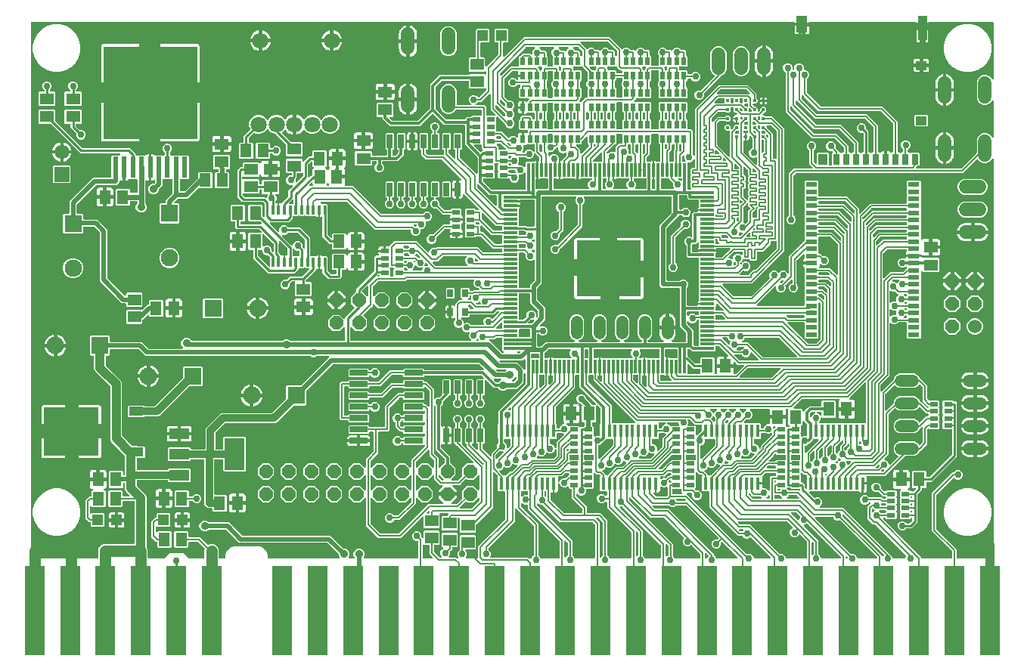
<source format=gbr>
G04 EAGLE Gerber RS-274X export*
G75*
%MOMM*%
%FSLAX34Y34*%
%LPD*%
%INTop Copper*%
%IPPOS*%
%AMOC8*
5,1,8,0,0,1.08239X$1,22.5*%
G01*
%ADD10R,2.300000X10.000000*%
%ADD11R,1.500000X0.350000*%
%ADD12R,0.350000X1.500000*%
%ADD13R,7.200000X6.350000*%
%ADD14R,0.500000X0.900000*%
%ADD15R,0.900000X0.500000*%
%ADD16P,1.649562X8X22.500000*%
%ADD17R,0.450000X1.475000*%
%ADD18C,0.370000*%
%ADD19R,1.295000X0.600000*%
%ADD20C,1.320800*%
%ADD21R,2.032000X0.660400*%
%ADD22C,1.524000*%
%ADD23C,1.524000*%
%ADD24P,1.649562X8X112.500000*%
%ADD25C,1.930400*%
%ADD26R,1.930400X1.930400*%
%ADD27R,0.304800X0.990600*%
%ADD28R,1.300000X1.600000*%
%ADD29R,1.600000X1.300000*%
%ADD30R,1.300000X1.500000*%
%ADD31R,1.500000X1.300000*%
%ADD32R,0.600000X2.400000*%
%ADD33R,10.480000X10.420000*%
%ADD34C,1.651000*%
%ADD35R,1.651000X1.651000*%
%ADD36C,1.800000*%
%ADD37C,1.806300*%
%ADD38R,1.600000X1.000000*%
%ADD39R,6.200000X5.400000*%
%ADD40R,2.235200X1.219200*%
%ADD41R,2.200000X3.600000*%
%ADD42R,1.200000X1.200000*%
%ADD43R,0.650000X0.900000*%
%ADD44R,0.650000X1.500000*%
%ADD45R,0.650000X1.525000*%
%ADD46R,0.700000X1.200000*%
%ADD47R,1.200000X1.000000*%
%ADD48R,1.000000X1.200000*%
%ADD49R,1.000000X2.800000*%
%ADD50R,1.300000X1.900000*%
%ADD51C,0.254000*%
%ADD52C,0.756400*%
%ADD53C,0.203200*%
%ADD54C,0.152400*%
%ADD55C,1.270000*%
%ADD56C,0.906400*%
%ADD57C,1.016000*%
%ADD58C,0.508000*%
%ADD59C,0.304800*%
%ADD60C,0.812800*%
%ADD61C,0.609600*%
%ADD62C,0.406400*%

G36*
X85768Y108213D02*
X85768Y108213D01*
X85826Y108211D01*
X85908Y108233D01*
X85992Y108245D01*
X86045Y108269D01*
X86101Y108283D01*
X86174Y108326D01*
X86251Y108361D01*
X86296Y108399D01*
X86346Y108429D01*
X86404Y108490D01*
X86468Y108545D01*
X86500Y108593D01*
X86540Y108636D01*
X86579Y108711D01*
X86626Y108781D01*
X86643Y108837D01*
X86670Y108889D01*
X86681Y108957D01*
X86711Y109052D01*
X86714Y109152D01*
X86725Y109220D01*
X86725Y118406D01*
X87924Y121301D01*
X90139Y123516D01*
X93034Y124715D01*
X126580Y124715D01*
X126638Y124723D01*
X126696Y124721D01*
X126778Y124743D01*
X126862Y124755D01*
X126915Y124778D01*
X126971Y124793D01*
X127044Y124836D01*
X127121Y124871D01*
X127166Y124909D01*
X127216Y124938D01*
X127274Y125000D01*
X127338Y125054D01*
X127370Y125103D01*
X127410Y125146D01*
X127449Y125221D01*
X127496Y125291D01*
X127513Y125347D01*
X127540Y125399D01*
X127551Y125467D01*
X127581Y125562D01*
X127584Y125662D01*
X127595Y125730D01*
X127595Y171704D01*
X127587Y171762D01*
X127589Y171820D01*
X127567Y171902D01*
X127555Y171986D01*
X127532Y172039D01*
X127517Y172095D01*
X127474Y172168D01*
X127439Y172245D01*
X127401Y172290D01*
X127372Y172340D01*
X127310Y172398D01*
X127256Y172462D01*
X127207Y172494D01*
X127164Y172534D01*
X127089Y172573D01*
X127019Y172620D01*
X126963Y172637D01*
X126911Y172664D01*
X126843Y172675D01*
X126748Y172705D01*
X126648Y172708D01*
X126580Y172719D01*
X115060Y172719D01*
X115002Y172711D01*
X114944Y172713D01*
X114862Y172691D01*
X114778Y172679D01*
X114725Y172656D01*
X114669Y172641D01*
X114596Y172598D01*
X114519Y172563D01*
X114474Y172525D01*
X114424Y172496D01*
X114366Y172434D01*
X114302Y172380D01*
X114270Y172331D01*
X114230Y172288D01*
X114191Y172213D01*
X114144Y172143D01*
X114127Y172087D01*
X114100Y172035D01*
X114089Y171967D01*
X114059Y171872D01*
X114056Y171772D01*
X114045Y171704D01*
X114045Y167128D01*
X113152Y166235D01*
X98888Y166235D01*
X97995Y167128D01*
X97995Y183392D01*
X98888Y184285D01*
X113152Y184285D01*
X114045Y183392D01*
X114045Y178816D01*
X114053Y178758D01*
X114051Y178700D01*
X114073Y178618D01*
X114085Y178534D01*
X114108Y178481D01*
X114123Y178425D01*
X114166Y178352D01*
X114201Y178275D01*
X114239Y178230D01*
X114268Y178180D01*
X114330Y178122D01*
X114384Y178058D01*
X114433Y178026D01*
X114476Y177986D01*
X114551Y177947D01*
X114621Y177900D01*
X114677Y177883D01*
X114729Y177856D01*
X114797Y177845D01*
X114892Y177815D01*
X114992Y177812D01*
X115060Y177801D01*
X120288Y177801D01*
X120317Y177805D01*
X120346Y177802D01*
X120457Y177825D01*
X120569Y177841D01*
X120596Y177853D01*
X120625Y177858D01*
X120725Y177911D01*
X120829Y177957D01*
X120851Y177976D01*
X120877Y177989D01*
X120959Y178067D01*
X121046Y178140D01*
X121062Y178165D01*
X121083Y178185D01*
X121140Y178283D01*
X121203Y178377D01*
X121212Y178405D01*
X121227Y178430D01*
X121255Y178540D01*
X121289Y178648D01*
X121290Y178678D01*
X121297Y178706D01*
X121293Y178819D01*
X121296Y178932D01*
X121289Y178961D01*
X121288Y178990D01*
X121253Y179098D01*
X121224Y179207D01*
X121210Y179232D01*
X121200Y179261D01*
X121155Y179324D01*
X121079Y179452D01*
X121034Y179495D01*
X121006Y179534D01*
X119591Y180948D01*
X117591Y182949D01*
X116585Y185376D01*
X116585Y191770D01*
X116577Y191828D01*
X116579Y191886D01*
X116557Y191968D01*
X116545Y192052D01*
X116522Y192105D01*
X116507Y192161D01*
X116464Y192234D01*
X116429Y192311D01*
X116391Y192356D01*
X116362Y192406D01*
X116300Y192464D01*
X116246Y192528D01*
X116197Y192560D01*
X116154Y192600D01*
X116079Y192639D01*
X116009Y192686D01*
X115953Y192703D01*
X115901Y192730D01*
X115833Y192741D01*
X115738Y192771D01*
X115638Y192774D01*
X115570Y192785D01*
X115560Y192785D01*
X115504Y192777D01*
X115454Y192779D01*
X115453Y192778D01*
X115444Y192779D01*
X115362Y192757D01*
X115278Y192745D01*
X115225Y192722D01*
X115169Y192707D01*
X115096Y192664D01*
X115019Y192629D01*
X114974Y192591D01*
X114924Y192562D01*
X114866Y192500D01*
X114802Y192446D01*
X114770Y192397D01*
X114730Y192354D01*
X114691Y192279D01*
X114644Y192209D01*
X114627Y192153D01*
X114600Y192101D01*
X114589Y192033D01*
X114559Y191938D01*
X114556Y191838D01*
X114545Y191770D01*
X114545Y188218D01*
X113652Y187325D01*
X99388Y187325D01*
X98495Y188218D01*
X98495Y205482D01*
X99388Y206375D01*
X113652Y206375D01*
X114545Y205482D01*
X114545Y201930D01*
X114553Y201872D01*
X114551Y201814D01*
X114573Y201732D01*
X114585Y201648D01*
X114608Y201595D01*
X114623Y201539D01*
X114666Y201466D01*
X114701Y201389D01*
X114739Y201344D01*
X114768Y201294D01*
X114830Y201236D01*
X114884Y201172D01*
X114933Y201140D01*
X114976Y201100D01*
X115051Y201061D01*
X115121Y201014D01*
X115177Y200997D01*
X115229Y200970D01*
X115297Y200959D01*
X115392Y200929D01*
X115492Y200926D01*
X115560Y200915D01*
X115570Y200915D01*
X115626Y200923D01*
X115676Y200921D01*
X115677Y200922D01*
X115686Y200921D01*
X115768Y200943D01*
X115852Y200955D01*
X115905Y200978D01*
X115961Y200993D01*
X116034Y201036D01*
X116111Y201071D01*
X116156Y201109D01*
X116206Y201138D01*
X116264Y201200D01*
X116328Y201254D01*
X116360Y201303D01*
X116400Y201346D01*
X116439Y201421D01*
X116486Y201491D01*
X116503Y201547D01*
X116530Y201599D01*
X116541Y201667D01*
X116571Y201762D01*
X116574Y201862D01*
X116585Y201930D01*
X116585Y222904D01*
X116573Y222990D01*
X116570Y223078D01*
X116553Y223130D01*
X116545Y223185D01*
X116510Y223265D01*
X116483Y223348D01*
X116455Y223388D01*
X116429Y223445D01*
X116358Y223529D01*
X116337Y223564D01*
X116313Y223587D01*
X116288Y223622D01*
X101081Y238829D01*
X100075Y241256D01*
X100075Y300374D01*
X100063Y300460D01*
X100060Y300548D01*
X100043Y300600D01*
X100035Y300655D01*
X100000Y300735D01*
X99973Y300818D01*
X99945Y300857D01*
X99919Y300915D01*
X99823Y301028D01*
X99778Y301092D01*
X82901Y317969D01*
X81895Y320396D01*
X81895Y334518D01*
X81887Y334576D01*
X81889Y334634D01*
X81867Y334716D01*
X81855Y334800D01*
X81832Y334853D01*
X81817Y334909D01*
X81774Y334982D01*
X81739Y335059D01*
X81701Y335104D01*
X81672Y335154D01*
X81610Y335212D01*
X81556Y335276D01*
X81507Y335308D01*
X81464Y335348D01*
X81389Y335387D01*
X81319Y335434D01*
X81263Y335451D01*
X81211Y335478D01*
X81143Y335489D01*
X81048Y335519D01*
X80948Y335522D01*
X80880Y335533D01*
X78216Y335533D01*
X77323Y336426D01*
X77323Y356994D01*
X78216Y357887D01*
X98784Y357887D01*
X99677Y356994D01*
X99677Y351790D01*
X99685Y351732D01*
X99683Y351674D01*
X99705Y351592D01*
X99717Y351508D01*
X99740Y351455D01*
X99755Y351399D01*
X99798Y351326D01*
X99833Y351249D01*
X99871Y351204D01*
X99900Y351154D01*
X99962Y351096D01*
X100016Y351032D01*
X100065Y351000D01*
X100108Y350960D01*
X100183Y350921D01*
X100253Y350874D01*
X100309Y350857D01*
X100361Y350830D01*
X100429Y350819D01*
X100524Y350789D01*
X100624Y350786D01*
X100692Y350775D01*
X135034Y350775D01*
X142356Y343452D01*
X142426Y343400D01*
X142490Y343340D01*
X142539Y343314D01*
X142584Y343281D01*
X142665Y343250D01*
X142743Y343210D01*
X142791Y343202D01*
X142849Y343180D01*
X142997Y343168D01*
X143074Y343155D01*
X180499Y343155D01*
X180528Y343159D01*
X180557Y343156D01*
X180668Y343179D01*
X180780Y343195D01*
X180807Y343207D01*
X180836Y343212D01*
X180936Y343265D01*
X181040Y343311D01*
X181062Y343330D01*
X181088Y343343D01*
X181170Y343421D01*
X181257Y343494D01*
X181273Y343519D01*
X181294Y343539D01*
X181351Y343637D01*
X181414Y343731D01*
X181423Y343759D01*
X181438Y343784D01*
X181466Y343894D01*
X181500Y344002D01*
X181501Y344032D01*
X181508Y344060D01*
X181504Y344173D01*
X181507Y344286D01*
X181500Y344315D01*
X181499Y344344D01*
X181464Y344452D01*
X181436Y344561D01*
X181421Y344587D01*
X181412Y344615D01*
X181366Y344679D01*
X181290Y344806D01*
X181245Y344849D01*
X181217Y344888D01*
X180285Y345819D01*
X179363Y348045D01*
X179363Y350455D01*
X180285Y352681D01*
X181989Y354385D01*
X184215Y355307D01*
X186625Y355307D01*
X188851Y354385D01*
X190555Y352681D01*
X190558Y352672D01*
X190559Y352670D01*
X190560Y352669D01*
X190633Y352546D01*
X190703Y352427D01*
X190704Y352426D01*
X190705Y352424D01*
X190809Y352326D01*
X190910Y352232D01*
X190911Y352231D01*
X190912Y352230D01*
X191040Y352165D01*
X191162Y352101D01*
X191164Y352101D01*
X191165Y352100D01*
X191181Y352098D01*
X191441Y352046D01*
X191472Y352049D01*
X191496Y352045D01*
X292259Y352045D01*
X292345Y352057D01*
X292433Y352060D01*
X292485Y352077D01*
X292540Y352085D01*
X292620Y352120D01*
X292703Y352147D01*
X292743Y352175D01*
X292800Y352201D01*
X292913Y352297D01*
X292977Y352342D01*
X293749Y353115D01*
X295975Y354037D01*
X298385Y354037D01*
X300611Y353115D01*
X301383Y352342D01*
X301453Y352290D01*
X301517Y352230D01*
X301566Y352204D01*
X301611Y352171D01*
X301692Y352140D01*
X301770Y352100D01*
X301818Y352092D01*
X301876Y352070D01*
X302024Y352058D01*
X302101Y352045D01*
X361950Y352045D01*
X362008Y352053D01*
X362066Y352051D01*
X362148Y352073D01*
X362232Y352085D01*
X362285Y352108D01*
X362341Y352123D01*
X362414Y352166D01*
X362491Y352201D01*
X362536Y352239D01*
X362586Y352268D01*
X362644Y352330D01*
X362708Y352384D01*
X362740Y352433D01*
X362780Y352476D01*
X362819Y352551D01*
X362866Y352621D01*
X362883Y352677D01*
X362910Y352729D01*
X362921Y352797D01*
X362951Y352892D01*
X362954Y352992D01*
X362965Y353060D01*
X362965Y366632D01*
X362961Y366661D01*
X362964Y366690D01*
X362941Y366801D01*
X362925Y366913D01*
X362913Y366940D01*
X362908Y366969D01*
X362856Y367069D01*
X362809Y367173D01*
X362790Y367195D01*
X362777Y367221D01*
X362699Y367303D01*
X362626Y367390D01*
X362601Y367406D01*
X362581Y367427D01*
X362483Y367484D01*
X362389Y367547D01*
X362361Y367556D01*
X362336Y367571D01*
X362226Y367599D01*
X362118Y367633D01*
X362088Y367634D01*
X362060Y367641D01*
X361947Y367637D01*
X361834Y367640D01*
X361805Y367633D01*
X361776Y367632D01*
X361668Y367597D01*
X361559Y367568D01*
X361533Y367553D01*
X361505Y367544D01*
X361442Y367499D01*
X361314Y367423D01*
X361271Y367378D01*
X361232Y367350D01*
X356848Y362965D01*
X349272Y362965D01*
X343915Y368322D01*
X343915Y375898D01*
X349272Y381255D01*
X356848Y381255D01*
X361232Y376870D01*
X361256Y376853D01*
X361275Y376830D01*
X361369Y376768D01*
X361459Y376700D01*
X361487Y376689D01*
X361511Y376673D01*
X361619Y376639D01*
X361725Y376598D01*
X361754Y376596D01*
X361782Y376587D01*
X361896Y376584D01*
X362008Y376575D01*
X362037Y376581D01*
X362066Y376580D01*
X362176Y376608D01*
X362287Y376631D01*
X362313Y376644D01*
X362341Y376652D01*
X362439Y376709D01*
X362539Y376762D01*
X362561Y376782D01*
X362586Y376797D01*
X362663Y376879D01*
X362745Y376957D01*
X362760Y376983D01*
X362780Y377004D01*
X362832Y377105D01*
X362889Y377203D01*
X362896Y377231D01*
X362910Y377257D01*
X362923Y377335D01*
X362959Y377478D01*
X362957Y377541D01*
X362965Y377588D01*
X362965Y378348D01*
X364900Y380282D01*
X373110Y388492D01*
X373145Y388539D01*
X373187Y388579D01*
X373230Y388652D01*
X373281Y388719D01*
X373301Y388774D01*
X373331Y388824D01*
X373352Y388906D01*
X373382Y388985D01*
X373387Y389043D01*
X373401Y389100D01*
X373398Y389184D01*
X373405Y389268D01*
X373394Y389325D01*
X373392Y389384D01*
X373366Y389464D01*
X373349Y389547D01*
X373323Y389599D01*
X373305Y389654D01*
X373264Y389711D01*
X373218Y389799D01*
X373150Y389872D01*
X373110Y389928D01*
X369315Y393722D01*
X369315Y401298D01*
X374676Y406658D01*
X374708Y406663D01*
X374766Y406661D01*
X374848Y406683D01*
X374932Y406695D01*
X374985Y406718D01*
X375041Y406733D01*
X375114Y406776D01*
X375191Y406811D01*
X375236Y406849D01*
X375286Y406878D01*
X375344Y406940D01*
X375408Y406994D01*
X375440Y407043D01*
X375480Y407086D01*
X375519Y407161D01*
X375566Y407231D01*
X375583Y407287D01*
X375610Y407339D01*
X375621Y407407D01*
X375651Y407502D01*
X375654Y407602D01*
X375665Y407670D01*
X375665Y410098D01*
X395053Y429485D01*
X395105Y429555D01*
X395165Y429619D01*
X395191Y429668D01*
X395224Y429712D01*
X395255Y429794D01*
X395295Y429872D01*
X395303Y429920D01*
X395325Y429978D01*
X395337Y430126D01*
X395350Y430203D01*
X395350Y445848D01*
X396987Y447485D01*
X399660Y447485D01*
X399698Y447490D01*
X399737Y447488D01*
X399839Y447510D01*
X399941Y447525D01*
X399977Y447540D01*
X400015Y447549D01*
X400106Y447599D01*
X400201Y447641D01*
X400230Y447666D01*
X400265Y447685D01*
X400338Y447758D01*
X400418Y447824D01*
X400439Y447857D01*
X400467Y447884D01*
X400518Y447975D01*
X400575Y448061D01*
X400587Y448098D01*
X400606Y448132D01*
X400630Y448233D01*
X400661Y448332D01*
X400662Y448371D01*
X400671Y448409D01*
X400666Y448513D01*
X400668Y448616D01*
X400658Y448654D01*
X400656Y448693D01*
X400629Y448766D01*
X400596Y448891D01*
X400558Y448955D01*
X400539Y449008D01*
X400422Y449209D01*
X400249Y449856D01*
X400249Y451441D01*
X407056Y451441D01*
X407114Y451449D01*
X407172Y451447D01*
X407254Y451469D01*
X407337Y451481D01*
X407391Y451504D01*
X407447Y451519D01*
X407520Y451562D01*
X407597Y451597D01*
X407641Y451635D01*
X407692Y451664D01*
X407749Y451726D01*
X407814Y451780D01*
X407846Y451829D01*
X407886Y451872D01*
X407925Y451947D01*
X407971Y452017D01*
X407973Y452021D01*
X407988Y452031D01*
X408065Y452065D01*
X408110Y452103D01*
X408160Y452133D01*
X408218Y452194D01*
X408282Y452249D01*
X408314Y452297D01*
X408354Y452340D01*
X408393Y452415D01*
X408440Y452485D01*
X408457Y452541D01*
X408484Y452593D01*
X408495Y452661D01*
X408525Y452756D01*
X408528Y452856D01*
X408539Y452924D01*
X408539Y457731D01*
X411807Y457731D01*
X411894Y457743D01*
X411981Y457746D01*
X412034Y457763D01*
X412089Y457771D01*
X412168Y457806D01*
X412252Y457833D01*
X412291Y457861D01*
X412348Y457887D01*
X412461Y457983D01*
X412525Y458028D01*
X414535Y460038D01*
X418048Y463551D01*
X443012Y463551D01*
X444798Y461765D01*
X455240Y451323D01*
X455264Y451305D01*
X455283Y451283D01*
X455377Y451220D01*
X455467Y451152D01*
X455495Y451142D01*
X455519Y451125D01*
X455627Y451091D01*
X455733Y451051D01*
X455762Y451048D01*
X455790Y451040D01*
X455904Y451037D01*
X456016Y451027D01*
X456045Y451033D01*
X456074Y451032D01*
X456184Y451061D01*
X456295Y451083D01*
X456321Y451097D01*
X456349Y451104D01*
X456447Y451162D01*
X456547Y451214D01*
X456569Y451234D01*
X456594Y451249D01*
X456671Y451332D01*
X456753Y451410D01*
X456768Y451435D01*
X456788Y451457D01*
X456840Y451557D01*
X456897Y451655D01*
X456904Y451684D01*
X456918Y451710D01*
X456931Y451787D01*
X456941Y451828D01*
X457781Y453856D01*
X459274Y455349D01*
X461224Y456157D01*
X463433Y456157D01*
X463449Y456153D01*
X463451Y456153D01*
X463453Y456152D01*
X463592Y456157D01*
X463733Y456161D01*
X463735Y456161D01*
X463737Y456161D01*
X463869Y456204D01*
X464004Y456247D01*
X464006Y456248D01*
X464007Y456249D01*
X464020Y456258D01*
X464240Y456405D01*
X464260Y456429D01*
X464281Y456444D01*
X465038Y457201D01*
X511592Y457201D01*
X517640Y451153D01*
X517710Y451101D01*
X517774Y451041D01*
X517823Y451015D01*
X517867Y450982D01*
X517949Y450951D01*
X518027Y450911D01*
X518074Y450903D01*
X518133Y450881D01*
X518281Y450869D01*
X518358Y450856D01*
X538105Y450856D01*
X538163Y450864D01*
X538221Y450862D01*
X538303Y450884D01*
X538387Y450896D01*
X538440Y450919D01*
X538496Y450934D01*
X538569Y450977D01*
X538646Y451012D01*
X538691Y451050D01*
X538741Y451079D01*
X538799Y451141D01*
X538863Y451195D01*
X538895Y451244D01*
X538935Y451287D01*
X538974Y451362D01*
X539021Y451432D01*
X539038Y451488D01*
X539065Y451540D01*
X539076Y451608D01*
X539106Y451703D01*
X539109Y451803D01*
X539120Y451871D01*
X539120Y454759D01*
X539112Y454817D01*
X539114Y454875D01*
X539092Y454957D01*
X539080Y455041D01*
X539057Y455094D01*
X539042Y455150D01*
X538999Y455223D01*
X538964Y455300D01*
X538926Y455345D01*
X538897Y455395D01*
X538835Y455453D01*
X538781Y455517D01*
X538732Y455549D01*
X538689Y455589D01*
X538614Y455628D01*
X538544Y455675D01*
X538488Y455692D01*
X538436Y455719D01*
X538368Y455730D01*
X538273Y455760D01*
X538173Y455763D01*
X538105Y455774D01*
X528693Y455774D01*
X515435Y469032D01*
X515365Y469084D01*
X515301Y469144D01*
X515252Y469170D01*
X515208Y469203D01*
X515126Y469234D01*
X515048Y469274D01*
X515001Y469282D01*
X514942Y469304D01*
X514794Y469316D01*
X514717Y469329D01*
X510336Y469329D01*
X510249Y469317D01*
X510162Y469314D01*
X510109Y469297D01*
X510055Y469289D01*
X509975Y469254D01*
X509892Y469227D01*
X509852Y469199D01*
X509795Y469173D01*
X509682Y469077D01*
X509618Y469032D01*
X508432Y467845D01*
X498168Y467845D01*
X497275Y468738D01*
X497275Y475002D01*
X497426Y475152D01*
X497461Y475199D01*
X497503Y475239D01*
X497546Y475312D01*
X497597Y475379D01*
X497618Y475434D01*
X497647Y475484D01*
X497668Y475566D01*
X497698Y475645D01*
X497703Y475703D01*
X497717Y475760D01*
X497714Y475844D01*
X497722Y475928D01*
X497710Y475986D01*
X497708Y476044D01*
X497682Y476124D01*
X497666Y476207D01*
X497639Y476259D01*
X497621Y476315D01*
X497581Y476371D01*
X497535Y476459D01*
X497466Y476532D01*
X497426Y476588D01*
X497275Y476738D01*
X497275Y483002D01*
X497426Y483152D01*
X497436Y483166D01*
X497443Y483172D01*
X497461Y483199D01*
X497503Y483239D01*
X497546Y483312D01*
X497597Y483379D01*
X497618Y483434D01*
X497647Y483484D01*
X497668Y483566D01*
X497698Y483645D01*
X497703Y483703D01*
X497717Y483760D01*
X497714Y483844D01*
X497722Y483928D01*
X497710Y483986D01*
X497708Y484044D01*
X497682Y484124D01*
X497666Y484207D01*
X497639Y484259D01*
X497621Y484315D01*
X497581Y484371D01*
X497535Y484459D01*
X497466Y484532D01*
X497426Y484588D01*
X497275Y484738D01*
X497275Y491002D01*
X497426Y491152D01*
X497461Y491199D01*
X497503Y491239D01*
X497546Y491312D01*
X497597Y491379D01*
X497618Y491434D01*
X497647Y491484D01*
X497668Y491566D01*
X497698Y491645D01*
X497703Y491703D01*
X497717Y491760D01*
X497714Y491844D01*
X497722Y491928D01*
X497710Y491986D01*
X497708Y492044D01*
X497682Y492124D01*
X497666Y492207D01*
X497639Y492259D01*
X497621Y492315D01*
X497581Y492371D01*
X497535Y492459D01*
X497466Y492532D01*
X497426Y492588D01*
X497275Y492738D01*
X497275Y499002D01*
X498168Y499895D01*
X508432Y499895D01*
X509618Y498708D01*
X509688Y498656D01*
X509752Y498596D01*
X509801Y498570D01*
X509845Y498537D01*
X509927Y498506D01*
X510005Y498466D01*
X510053Y498458D01*
X510111Y498436D01*
X510259Y498424D01*
X510336Y498411D01*
X511545Y498411D01*
X511574Y498415D01*
X511603Y498412D01*
X511714Y498435D01*
X511827Y498451D01*
X511853Y498463D01*
X511882Y498468D01*
X511983Y498520D01*
X512086Y498567D01*
X512108Y498586D01*
X512134Y498599D01*
X512216Y498677D01*
X512303Y498750D01*
X512319Y498775D01*
X512341Y498795D01*
X512398Y498893D01*
X512461Y498987D01*
X512469Y499015D01*
X512484Y499040D01*
X512512Y499150D01*
X512546Y499258D01*
X512547Y499288D01*
X512554Y499316D01*
X512551Y499429D01*
X512554Y499542D01*
X512546Y499571D01*
X512545Y499600D01*
X512510Y499708D01*
X512482Y499817D01*
X512467Y499843D01*
X512458Y499871D01*
X512412Y499934D01*
X512337Y500062D01*
X512291Y500105D01*
X512263Y500144D01*
X497085Y515322D01*
X496474Y515933D01*
X496450Y515951D01*
X496431Y515973D01*
X496337Y516036D01*
X496247Y516104D01*
X496219Y516114D01*
X496195Y516131D01*
X496087Y516165D01*
X495981Y516205D01*
X495952Y516208D01*
X495924Y516216D01*
X495810Y516219D01*
X495698Y516229D01*
X495669Y516223D01*
X495640Y516224D01*
X495530Y516195D01*
X495419Y516173D01*
X495393Y516159D01*
X495365Y516152D01*
X495267Y516094D01*
X495167Y516042D01*
X495145Y516022D01*
X495120Y516007D01*
X495043Y515924D01*
X494961Y515846D01*
X494946Y515821D01*
X494926Y515799D01*
X494874Y515698D01*
X494817Y515601D01*
X494810Y515572D01*
X494796Y515546D01*
X494783Y515469D01*
X494747Y515325D01*
X494749Y515263D01*
X494741Y515215D01*
X494741Y513806D01*
X494568Y513159D01*
X494233Y512580D01*
X493760Y512107D01*
X493181Y511772D01*
X492534Y511599D01*
X490574Y511599D01*
X490574Y521031D01*
X490566Y521089D01*
X490568Y521147D01*
X490546Y521229D01*
X490534Y521312D01*
X490511Y521366D01*
X490496Y521422D01*
X490453Y521495D01*
X490418Y521572D01*
X490380Y521616D01*
X490366Y521640D01*
X490389Y521665D01*
X490428Y521740D01*
X490475Y521810D01*
X490492Y521866D01*
X490519Y521918D01*
X490530Y521986D01*
X490560Y522081D01*
X490563Y522181D01*
X490574Y522249D01*
X490574Y531681D01*
X492245Y531681D01*
X492274Y531685D01*
X492303Y531682D01*
X492414Y531705D01*
X492527Y531721D01*
X492553Y531733D01*
X492582Y531738D01*
X492683Y531790D01*
X492786Y531837D01*
X492808Y531856D01*
X492834Y531869D01*
X492916Y531947D01*
X493003Y532020D01*
X493019Y532045D01*
X493041Y532065D01*
X493098Y532163D01*
X493161Y532257D01*
X493169Y532285D01*
X493184Y532310D01*
X493212Y532420D01*
X493246Y532528D01*
X493247Y532558D01*
X493254Y532586D01*
X493251Y532699D01*
X493254Y532812D01*
X493246Y532841D01*
X493245Y532870D01*
X493210Y532978D01*
X493182Y533087D01*
X493167Y533113D01*
X493158Y533141D01*
X493112Y533204D01*
X493037Y533332D01*
X492991Y533375D01*
X492963Y533414D01*
X471685Y554692D01*
X471615Y554744D01*
X471551Y554804D01*
X471502Y554830D01*
X471458Y554863D01*
X471376Y554894D01*
X471298Y554934D01*
X471251Y554942D01*
X471192Y554964D01*
X471044Y554976D01*
X470967Y554989D01*
X453608Y554989D01*
X448309Y560288D01*
X448309Y565600D01*
X448301Y565658D01*
X448303Y565716D01*
X448281Y565798D01*
X448269Y565882D01*
X448246Y565935D01*
X448231Y565991D01*
X448188Y566064D01*
X448153Y566141D01*
X448115Y566186D01*
X448086Y566236D01*
X448024Y566294D01*
X447970Y566358D01*
X447921Y566390D01*
X447878Y566430D01*
X447803Y566469D01*
X447733Y566516D01*
X447677Y566533D01*
X447625Y566560D01*
X447557Y566571D01*
X447462Y566601D01*
X447362Y566604D01*
X447294Y566615D01*
X446968Y566615D01*
X446075Y567508D01*
X446075Y583772D01*
X446968Y584665D01*
X454732Y584665D01*
X455625Y583772D01*
X455625Y567508D01*
X454732Y566615D01*
X454406Y566615D01*
X454348Y566607D01*
X454290Y566609D01*
X454208Y566587D01*
X454124Y566575D01*
X454071Y566552D01*
X454015Y566537D01*
X453942Y566494D01*
X453865Y566459D01*
X453820Y566421D01*
X453770Y566392D01*
X453712Y566330D01*
X453648Y566276D01*
X453616Y566227D01*
X453576Y566184D01*
X453537Y566109D01*
X453490Y566039D01*
X453473Y565983D01*
X453446Y565931D01*
X453435Y565863D01*
X453405Y565768D01*
X453402Y565668D01*
X453391Y565600D01*
X453391Y562813D01*
X453403Y562726D01*
X453406Y562639D01*
X453423Y562586D01*
X453431Y562531D01*
X453466Y562452D01*
X453493Y562368D01*
X453521Y562329D01*
X453547Y562272D01*
X453643Y562159D01*
X453688Y562095D01*
X455415Y560368D01*
X455485Y560316D01*
X455549Y560256D01*
X455598Y560230D01*
X455642Y560197D01*
X455724Y560166D01*
X455802Y560126D01*
X455849Y560118D01*
X455908Y560096D01*
X456056Y560084D01*
X456133Y560071D01*
X472694Y560071D01*
X472752Y560079D01*
X472810Y560077D01*
X472892Y560099D01*
X472976Y560111D01*
X473029Y560134D01*
X473085Y560149D01*
X473158Y560192D01*
X473235Y560227D01*
X473280Y560265D01*
X473330Y560294D01*
X473388Y560356D01*
X473452Y560410D01*
X473484Y560459D01*
X473524Y560502D01*
X473563Y560577D01*
X473610Y560647D01*
X473627Y560703D01*
X473654Y560755D01*
X473665Y560823D01*
X473695Y560918D01*
X473698Y561018D01*
X473709Y561086D01*
X473709Y565600D01*
X473701Y565658D01*
X473703Y565716D01*
X473681Y565798D01*
X473669Y565882D01*
X473646Y565935D01*
X473631Y565991D01*
X473588Y566064D01*
X473553Y566141D01*
X473515Y566186D01*
X473486Y566236D01*
X473424Y566294D01*
X473370Y566358D01*
X473321Y566390D01*
X473278Y566430D01*
X473203Y566469D01*
X473133Y566516D01*
X473077Y566533D01*
X473025Y566560D01*
X472957Y566571D01*
X472862Y566601D01*
X472762Y566604D01*
X472694Y566615D01*
X472368Y566615D01*
X471475Y567508D01*
X471475Y583772D01*
X472368Y584665D01*
X480132Y584665D01*
X481025Y583772D01*
X481025Y567508D01*
X480132Y566615D01*
X479806Y566615D01*
X479748Y566607D01*
X479690Y566609D01*
X479608Y566587D01*
X479524Y566575D01*
X479471Y566552D01*
X479415Y566537D01*
X479342Y566494D01*
X479265Y566459D01*
X479220Y566421D01*
X479170Y566392D01*
X479112Y566330D01*
X479048Y566276D01*
X479016Y566227D01*
X478976Y566184D01*
X478937Y566109D01*
X478890Y566039D01*
X478873Y565983D01*
X478846Y565931D01*
X478835Y565863D01*
X478805Y565768D01*
X478802Y565668D01*
X478791Y565600D01*
X478791Y562813D01*
X478803Y562726D01*
X478806Y562639D01*
X478823Y562586D01*
X478831Y562531D01*
X478866Y562452D01*
X478893Y562368D01*
X478921Y562329D01*
X478947Y562272D01*
X479043Y562159D01*
X479088Y562095D01*
X484676Y556507D01*
X484700Y556489D01*
X484719Y556467D01*
X484813Y556404D01*
X484903Y556336D01*
X484931Y556326D01*
X484955Y556309D01*
X485063Y556275D01*
X485169Y556235D01*
X485198Y556232D01*
X485226Y556224D01*
X485340Y556221D01*
X485452Y556211D01*
X485481Y556217D01*
X485510Y556216D01*
X485620Y556245D01*
X485731Y556267D01*
X485757Y556281D01*
X485785Y556288D01*
X485883Y556346D01*
X485983Y556398D01*
X486005Y556418D01*
X486030Y556433D01*
X486107Y556516D01*
X486189Y556594D01*
X486204Y556619D01*
X486224Y556641D01*
X486276Y556742D01*
X486333Y556839D01*
X486340Y556868D01*
X486354Y556894D01*
X486367Y556971D01*
X486403Y557115D01*
X486401Y557177D01*
X486409Y557225D01*
X486409Y565600D01*
X486401Y565658D01*
X486403Y565716D01*
X486381Y565798D01*
X486369Y565882D01*
X486346Y565935D01*
X486331Y565991D01*
X486288Y566064D01*
X486253Y566141D01*
X486215Y566186D01*
X486186Y566236D01*
X486124Y566294D01*
X486070Y566358D01*
X486021Y566390D01*
X485978Y566430D01*
X485903Y566469D01*
X485833Y566516D01*
X485777Y566533D01*
X485725Y566560D01*
X485657Y566571D01*
X485562Y566601D01*
X485462Y566604D01*
X485394Y566615D01*
X485068Y566615D01*
X484175Y567508D01*
X484175Y583772D01*
X485068Y584665D01*
X492832Y584665D01*
X493725Y583772D01*
X493725Y567508D01*
X492832Y566615D01*
X492506Y566615D01*
X492448Y566607D01*
X492390Y566609D01*
X492308Y566587D01*
X492224Y566575D01*
X492171Y566552D01*
X492115Y566537D01*
X492042Y566494D01*
X491965Y566459D01*
X491920Y566421D01*
X491870Y566392D01*
X491812Y566330D01*
X491748Y566276D01*
X491716Y566227D01*
X491676Y566184D01*
X491637Y566109D01*
X491590Y566039D01*
X491573Y565983D01*
X491546Y565931D01*
X491535Y565863D01*
X491505Y565768D01*
X491502Y565668D01*
X491491Y565600D01*
X491491Y557733D01*
X491503Y557646D01*
X491506Y557559D01*
X491523Y557506D01*
X491531Y557451D01*
X491566Y557372D01*
X491593Y557288D01*
X491621Y557249D01*
X491647Y557192D01*
X491743Y557079D01*
X491788Y557015D01*
X509568Y539235D01*
X509592Y539217D01*
X509611Y539195D01*
X509705Y539132D01*
X509795Y539064D01*
X509823Y539054D01*
X509847Y539037D01*
X509955Y539003D01*
X510061Y538963D01*
X510090Y538960D01*
X510118Y538952D01*
X510232Y538949D01*
X510344Y538939D01*
X510373Y538945D01*
X510402Y538944D01*
X510512Y538973D01*
X510623Y538995D01*
X510649Y539009D01*
X510677Y539016D01*
X510775Y539074D01*
X510875Y539126D01*
X510897Y539146D01*
X510922Y539161D01*
X510999Y539244D01*
X511081Y539322D01*
X511096Y539347D01*
X511116Y539369D01*
X511168Y539469D01*
X511225Y539567D01*
X511232Y539596D01*
X511246Y539622D01*
X511259Y539699D01*
X511295Y539843D01*
X511293Y539905D01*
X511301Y539953D01*
X511301Y557117D01*
X511289Y557203D01*
X511286Y557291D01*
X511269Y557343D01*
X511261Y557398D01*
X511226Y557478D01*
X511199Y557561D01*
X511171Y557600D01*
X511145Y557658D01*
X511049Y557771D01*
X511004Y557835D01*
X499415Y569424D01*
X499414Y569424D01*
X497331Y571507D01*
X497331Y592836D01*
X497323Y592894D01*
X497325Y592952D01*
X497303Y593034D01*
X497291Y593118D01*
X497268Y593171D01*
X497253Y593227D01*
X497210Y593300D01*
X497175Y593377D01*
X497137Y593422D01*
X497108Y593472D01*
X497046Y593530D01*
X496992Y593594D01*
X496943Y593626D01*
X496900Y593666D01*
X496825Y593705D01*
X496755Y593752D01*
X496699Y593769D01*
X496647Y593796D01*
X496579Y593807D01*
X496484Y593837D01*
X496384Y593840D01*
X496316Y593851D01*
X473717Y593851D01*
X461728Y605841D01*
X461681Y605876D01*
X461641Y605918D01*
X461568Y605961D01*
X461501Y606011D01*
X461446Y606032D01*
X461396Y606062D01*
X461314Y606083D01*
X461235Y606113D01*
X461177Y606118D01*
X461120Y606132D01*
X461036Y606129D01*
X460952Y606136D01*
X460894Y606125D01*
X460836Y606123D01*
X460756Y606097D01*
X460673Y606080D01*
X460621Y606053D01*
X460565Y606035D01*
X460509Y605995D01*
X460421Y605949D01*
X460348Y605881D01*
X460292Y605841D01*
X449116Y594665D01*
X449116Y594664D01*
X447033Y592581D01*
X412757Y592581D01*
X410674Y594664D01*
X410674Y594665D01*
X404621Y600717D01*
X404621Y601990D01*
X404613Y602048D01*
X404615Y602106D01*
X404593Y602188D01*
X404581Y602272D01*
X404558Y602325D01*
X404543Y602381D01*
X404500Y602454D01*
X404465Y602531D01*
X404427Y602576D01*
X404398Y602626D01*
X404336Y602684D01*
X404282Y602748D01*
X404233Y602780D01*
X404190Y602820D01*
X404115Y602859D01*
X404045Y602906D01*
X403989Y602923D01*
X403937Y602950D01*
X403869Y602961D01*
X403774Y602991D01*
X403674Y602994D01*
X403606Y603005D01*
X399038Y603005D01*
X398145Y603898D01*
X398145Y618162D01*
X399038Y619055D01*
X416302Y619055D01*
X417195Y618162D01*
X417195Y603898D01*
X416302Y603005D01*
X413407Y603005D01*
X413378Y603001D01*
X413349Y603004D01*
X413238Y602981D01*
X413126Y602965D01*
X413099Y602953D01*
X413070Y602948D01*
X412970Y602896D01*
X412866Y602849D01*
X412844Y602830D01*
X412818Y602817D01*
X412736Y602739D01*
X412649Y602666D01*
X412633Y602641D01*
X412612Y602621D01*
X412555Y602523D01*
X412492Y602429D01*
X412483Y602401D01*
X412468Y602376D01*
X412440Y602266D01*
X412406Y602158D01*
X412405Y602128D01*
X412398Y602100D01*
X412402Y601987D01*
X412399Y601874D01*
X412406Y601845D01*
X412407Y601816D01*
X412442Y601708D01*
X412471Y601599D01*
X412486Y601573D01*
X412495Y601545D01*
X412540Y601482D01*
X412616Y601354D01*
X412661Y601311D01*
X412689Y601272D01*
X414985Y598976D01*
X415055Y598924D01*
X415119Y598864D01*
X415169Y598838D01*
X415213Y598805D01*
X415294Y598774D01*
X415372Y598734D01*
X415420Y598726D01*
X415478Y598704D01*
X415626Y598692D01*
X415703Y598679D01*
X444087Y598679D01*
X444173Y598691D01*
X444261Y598694D01*
X444313Y598711D01*
X444368Y598719D01*
X444448Y598754D01*
X444531Y598781D01*
X444570Y598809D01*
X444628Y598835D01*
X444741Y598931D01*
X444805Y598976D01*
X457664Y611835D01*
X457716Y611905D01*
X457776Y611969D01*
X457802Y612018D01*
X457835Y612063D01*
X457866Y612144D01*
X457906Y612222D01*
X457914Y612270D01*
X457936Y612328D01*
X457948Y612476D01*
X457961Y612553D01*
X457961Y638803D01*
X468867Y649709D01*
X500942Y649709D01*
X501029Y649721D01*
X501116Y649724D01*
X501169Y649741D01*
X501223Y649749D01*
X501303Y649784D01*
X501386Y649811D01*
X501426Y649839D01*
X501483Y649865D01*
X501596Y649961D01*
X501660Y650006D01*
X502528Y650875D01*
X518792Y650875D01*
X518966Y650700D01*
X518990Y650683D01*
X519009Y650660D01*
X519103Y650597D01*
X519193Y650529D01*
X519221Y650519D01*
X519245Y650503D01*
X519353Y650468D01*
X519459Y650428D01*
X519488Y650426D01*
X519516Y650417D01*
X519629Y650414D01*
X519742Y650404D01*
X519771Y650410D01*
X519800Y650409D01*
X519910Y650438D01*
X520021Y650460D01*
X520047Y650474D01*
X520075Y650481D01*
X520173Y650539D01*
X520273Y650591D01*
X520295Y650612D01*
X520320Y650627D01*
X520397Y650709D01*
X520479Y650787D01*
X520494Y650812D01*
X520514Y650834D01*
X520566Y650935D01*
X520623Y651032D01*
X520630Y651061D01*
X520644Y651087D01*
X520657Y651164D01*
X520693Y651308D01*
X520691Y651370D01*
X520699Y651418D01*
X520699Y653282D01*
X520695Y653311D01*
X520698Y653340D01*
X520675Y653451D01*
X520659Y653563D01*
X520647Y653590D01*
X520642Y653619D01*
X520589Y653720D01*
X520543Y653823D01*
X520524Y653845D01*
X520511Y653871D01*
X520433Y653953D01*
X520360Y654040D01*
X520335Y654056D01*
X520315Y654077D01*
X520217Y654135D01*
X520123Y654197D01*
X520095Y654206D01*
X520070Y654221D01*
X519960Y654249D01*
X519852Y654283D01*
X519822Y654284D01*
X519794Y654291D01*
X519681Y654288D01*
X519568Y654291D01*
X519539Y654283D01*
X519510Y654282D01*
X519402Y654247D01*
X519293Y654219D01*
X519267Y654204D01*
X519239Y654195D01*
X519175Y654149D01*
X519048Y654073D01*
X519005Y654028D01*
X518966Y654000D01*
X518792Y653825D01*
X502528Y653825D01*
X501635Y654718D01*
X501635Y668982D01*
X502528Y669875D01*
X508374Y669875D01*
X508432Y669883D01*
X508490Y669881D01*
X508572Y669903D01*
X508656Y669915D01*
X508709Y669938D01*
X508765Y669953D01*
X508838Y669996D01*
X508915Y670031D01*
X508960Y670069D01*
X509010Y670098D01*
X509068Y670160D01*
X509132Y670214D01*
X509164Y670263D01*
X509204Y670306D01*
X509243Y670381D01*
X509290Y670451D01*
X509307Y670507D01*
X509334Y670559D01*
X509345Y670627D01*
X509375Y670722D01*
X509378Y670822D01*
X509389Y670890D01*
X509389Y689822D01*
X509409Y689848D01*
X509440Y689930D01*
X509480Y690008D01*
X509488Y690055D01*
X509510Y690114D01*
X509522Y690262D01*
X509535Y690339D01*
X509535Y700482D01*
X510428Y701375D01*
X523692Y701375D01*
X524585Y700482D01*
X524585Y687218D01*
X523692Y686325D01*
X515486Y686325D01*
X515428Y686317D01*
X515370Y686319D01*
X515288Y686297D01*
X515204Y686285D01*
X515151Y686262D01*
X515095Y686247D01*
X515022Y686204D01*
X514945Y686169D01*
X514900Y686131D01*
X514850Y686102D01*
X514792Y686040D01*
X514728Y685986D01*
X514696Y685937D01*
X514656Y685894D01*
X514617Y685819D01*
X514570Y685749D01*
X514553Y685693D01*
X514526Y685641D01*
X514515Y685573D01*
X514485Y685478D01*
X514482Y685378D01*
X514471Y685310D01*
X514471Y670890D01*
X514479Y670832D01*
X514477Y670774D01*
X514499Y670692D01*
X514511Y670608D01*
X514534Y670555D01*
X514549Y670499D01*
X514592Y670426D01*
X514627Y670349D01*
X514665Y670304D01*
X514694Y670254D01*
X514756Y670196D01*
X514810Y670132D01*
X514859Y670100D01*
X514902Y670060D01*
X514977Y670021D01*
X515047Y669974D01*
X515103Y669957D01*
X515155Y669930D01*
X515223Y669919D01*
X515318Y669889D01*
X515418Y669886D01*
X515486Y669875D01*
X518792Y669875D01*
X519685Y668982D01*
X519685Y660349D01*
X519689Y660320D01*
X519686Y660291D01*
X519709Y660180D01*
X519725Y660067D01*
X519737Y660041D01*
X519742Y660012D01*
X519795Y659911D01*
X519841Y659808D01*
X519860Y659786D01*
X519873Y659760D01*
X519951Y659677D01*
X520024Y659591D01*
X520049Y659575D01*
X520069Y659553D01*
X520167Y659496D01*
X520261Y659433D01*
X520289Y659425D01*
X520314Y659410D01*
X520424Y659382D01*
X520532Y659348D01*
X520562Y659347D01*
X520590Y659340D01*
X520703Y659343D01*
X520816Y659340D01*
X520845Y659348D01*
X520874Y659349D01*
X520982Y659384D01*
X521091Y659412D01*
X521117Y659427D01*
X521145Y659436D01*
X521209Y659482D01*
X521336Y659557D01*
X521379Y659603D01*
X521418Y659631D01*
X522485Y660698D01*
X534372Y672585D01*
X534424Y672655D01*
X534484Y672719D01*
X534510Y672768D01*
X534543Y672812D01*
X534574Y672894D01*
X534614Y672972D01*
X534622Y673019D01*
X534644Y673078D01*
X534656Y673226D01*
X534669Y673303D01*
X534669Y685310D01*
X534661Y685368D01*
X534663Y685426D01*
X534641Y685508D01*
X534629Y685592D01*
X534606Y685645D01*
X534591Y685701D01*
X534548Y685774D01*
X534513Y685851D01*
X534475Y685896D01*
X534446Y685946D01*
X534384Y686004D01*
X534330Y686068D01*
X534281Y686100D01*
X534238Y686140D01*
X534163Y686179D01*
X534093Y686226D01*
X534037Y686243D01*
X533985Y686270D01*
X533917Y686281D01*
X533822Y686311D01*
X533722Y686314D01*
X533654Y686325D01*
X531428Y686325D01*
X530535Y687218D01*
X530535Y700482D01*
X531428Y701375D01*
X544692Y701375D01*
X545585Y700482D01*
X545585Y687218D01*
X544692Y686325D01*
X540766Y686325D01*
X540708Y686317D01*
X540650Y686319D01*
X540568Y686297D01*
X540484Y686285D01*
X540431Y686262D01*
X540375Y686247D01*
X540302Y686204D01*
X540225Y686169D01*
X540180Y686131D01*
X540130Y686102D01*
X540072Y686040D01*
X540008Y685986D01*
X539976Y685937D01*
X539936Y685894D01*
X539897Y685819D01*
X539850Y685749D01*
X539833Y685693D01*
X539806Y685641D01*
X539795Y685573D01*
X539765Y685478D01*
X539762Y685378D01*
X539751Y685310D01*
X539751Y671525D01*
X539755Y671496D01*
X539752Y671467D01*
X539775Y671356D01*
X539791Y671243D01*
X539803Y671217D01*
X539808Y671188D01*
X539860Y671087D01*
X539907Y670984D01*
X539926Y670962D01*
X539939Y670936D01*
X540017Y670854D01*
X540090Y670767D01*
X540115Y670751D01*
X540135Y670729D01*
X540233Y670672D01*
X540327Y670609D01*
X540355Y670601D01*
X540380Y670586D01*
X540490Y670558D01*
X540598Y670524D01*
X540628Y670523D01*
X540656Y670516D01*
X540769Y670519D01*
X540882Y670516D01*
X540911Y670524D01*
X540940Y670525D01*
X541048Y670560D01*
X541157Y670588D01*
X541183Y670603D01*
X541211Y670612D01*
X541274Y670658D01*
X541402Y670733D01*
X541445Y670779D01*
X541484Y670807D01*
X563073Y692396D01*
X658943Y692396D01*
X672362Y678977D01*
X672409Y678942D01*
X672449Y678899D01*
X672522Y678857D01*
X672589Y678806D01*
X672644Y678785D01*
X672695Y678756D01*
X672776Y678735D01*
X672855Y678705D01*
X672913Y678700D01*
X672970Y678686D01*
X673054Y678688D01*
X673138Y678681D01*
X673196Y678693D01*
X673254Y678695D01*
X673335Y678721D01*
X673417Y678737D01*
X673469Y678764D01*
X673525Y678782D01*
X673581Y678822D01*
X673669Y678868D01*
X673742Y678937D01*
X673798Y678977D01*
X674697Y679876D01*
X676647Y680684D01*
X678759Y680684D01*
X680709Y679876D01*
X682271Y678314D01*
X682279Y678300D01*
X682281Y678299D01*
X682281Y678297D01*
X682387Y678198D01*
X682486Y678104D01*
X682488Y678104D01*
X682489Y678103D01*
X682614Y678038D01*
X682739Y677974D01*
X682740Y677974D01*
X682742Y677973D01*
X682757Y677971D01*
X683018Y677919D01*
X683048Y677922D01*
X683073Y677918D01*
X686693Y677918D01*
X687260Y677352D01*
X687351Y677283D01*
X687439Y677209D01*
X687465Y677197D01*
X687487Y677181D01*
X687594Y677140D01*
X687699Y677093D01*
X687726Y677089D01*
X687752Y677079D01*
X687867Y677070D01*
X687981Y677054D01*
X688008Y677058D01*
X688036Y677056D01*
X688148Y677078D01*
X688262Y677095D01*
X688287Y677106D01*
X688314Y677112D01*
X688417Y677165D01*
X688521Y677212D01*
X688542Y677230D01*
X688567Y677243D01*
X688650Y677322D01*
X688737Y677396D01*
X688751Y677418D01*
X688773Y677439D01*
X688907Y677668D01*
X688915Y677681D01*
X689206Y678383D01*
X690699Y679876D01*
X692649Y680684D01*
X694761Y680684D01*
X696711Y679876D01*
X698273Y678314D01*
X698281Y678300D01*
X698283Y678299D01*
X698283Y678297D01*
X698389Y678198D01*
X698488Y678104D01*
X698490Y678104D01*
X698491Y678103D01*
X698616Y678038D01*
X698741Y677974D01*
X698742Y677974D01*
X698744Y677973D01*
X698759Y677971D01*
X699020Y677919D01*
X699050Y677922D01*
X699075Y677918D01*
X702693Y677918D01*
X704182Y676429D01*
X704182Y672379D01*
X704194Y672292D01*
X704197Y672205D01*
X704214Y672152D01*
X704222Y672098D01*
X704257Y672018D01*
X704284Y671935D01*
X704312Y671895D01*
X704338Y671838D01*
X704434Y671725D01*
X704479Y671661D01*
X705666Y670475D01*
X705666Y661153D01*
X705674Y661095D01*
X705672Y661037D01*
X705694Y660955D01*
X705706Y660871D01*
X705729Y660818D01*
X705744Y660762D01*
X705787Y660689D01*
X705822Y660612D01*
X705860Y660567D01*
X705889Y660517D01*
X705951Y660459D01*
X706005Y660395D01*
X706054Y660363D01*
X706097Y660323D01*
X706172Y660284D01*
X706242Y660237D01*
X706298Y660220D01*
X706350Y660193D01*
X706418Y660182D01*
X706513Y660152D01*
X706613Y660149D01*
X706681Y660138D01*
X713241Y660138D01*
X713299Y660146D01*
X713357Y660144D01*
X713439Y660166D01*
X713523Y660178D01*
X713576Y660201D01*
X713632Y660216D01*
X713705Y660259D01*
X713782Y660294D01*
X713827Y660332D01*
X713877Y660361D01*
X713935Y660423D01*
X713999Y660477D01*
X714031Y660526D01*
X714071Y660569D01*
X714110Y660644D01*
X714157Y660714D01*
X714174Y660770D01*
X714201Y660822D01*
X714212Y660890D01*
X714242Y660985D01*
X714245Y661085D01*
X714256Y661153D01*
X714256Y670475D01*
X714281Y670499D01*
X714316Y670546D01*
X714358Y670586D01*
X714401Y670659D01*
X714451Y670726D01*
X714472Y670781D01*
X714502Y670831D01*
X714523Y670913D01*
X714553Y670992D01*
X714558Y671050D01*
X714572Y671107D01*
X714569Y671191D01*
X714576Y671275D01*
X714565Y671332D01*
X714563Y671391D01*
X714537Y671471D01*
X714520Y671554D01*
X714493Y671606D01*
X714475Y671661D01*
X714435Y671718D01*
X714389Y671806D01*
X714321Y671878D01*
X714281Y671935D01*
X713844Y672371D01*
X713036Y674321D01*
X713036Y676433D01*
X713844Y678383D01*
X715337Y679876D01*
X717287Y680684D01*
X719399Y680684D01*
X721349Y679876D01*
X722911Y678314D01*
X722919Y678300D01*
X722921Y678299D01*
X722921Y678297D01*
X723027Y678198D01*
X723126Y678104D01*
X723128Y678104D01*
X723129Y678103D01*
X723254Y678038D01*
X723379Y677974D01*
X723380Y677974D01*
X723382Y677973D01*
X723397Y677971D01*
X723658Y677919D01*
X723688Y677922D01*
X723713Y677918D01*
X727333Y677918D01*
X727900Y677352D01*
X727991Y677283D01*
X728079Y677209D01*
X728105Y677197D01*
X728127Y677181D01*
X728234Y677140D01*
X728339Y677093D01*
X728366Y677089D01*
X728392Y677079D01*
X728507Y677070D01*
X728621Y677054D01*
X728648Y677058D01*
X728676Y677056D01*
X728788Y677078D01*
X728902Y677095D01*
X728927Y677106D01*
X728954Y677112D01*
X729057Y677165D01*
X729161Y677212D01*
X729182Y677230D01*
X729207Y677243D01*
X729290Y677322D01*
X729377Y677396D01*
X729391Y677418D01*
X729413Y677439D01*
X729547Y677668D01*
X729555Y677681D01*
X729846Y678383D01*
X731339Y679876D01*
X733289Y680684D01*
X735401Y680684D01*
X737351Y679876D01*
X738913Y678314D01*
X738921Y678300D01*
X738923Y678299D01*
X738923Y678297D01*
X739029Y678198D01*
X739128Y678104D01*
X739130Y678104D01*
X739131Y678103D01*
X739256Y678038D01*
X739381Y677974D01*
X739382Y677974D01*
X739384Y677973D01*
X739399Y677971D01*
X739660Y677919D01*
X739690Y677922D01*
X739715Y677918D01*
X743333Y677918D01*
X744822Y676429D01*
X744822Y672379D01*
X744834Y672292D01*
X744837Y672205D01*
X744854Y672152D01*
X744862Y672098D01*
X744897Y672018D01*
X744924Y671935D01*
X744952Y671895D01*
X744978Y671838D01*
X745074Y671725D01*
X745119Y671661D01*
X746306Y670475D01*
X746306Y660211D01*
X745413Y659318D01*
X739149Y659318D01*
X738999Y659469D01*
X738952Y659504D01*
X738912Y659546D01*
X738839Y659589D01*
X738772Y659640D01*
X738717Y659660D01*
X738667Y659690D01*
X738585Y659711D01*
X738506Y659741D01*
X738448Y659746D01*
X738391Y659760D01*
X738307Y659757D01*
X738223Y659764D01*
X738165Y659753D01*
X738107Y659751D01*
X738027Y659725D01*
X737944Y659709D01*
X737892Y659682D01*
X737836Y659664D01*
X737780Y659624D01*
X737692Y659578D01*
X737619Y659509D01*
X737563Y659469D01*
X737119Y659025D01*
X737067Y658955D01*
X737007Y658891D01*
X736981Y658842D01*
X736948Y658798D01*
X736917Y658716D01*
X736877Y658638D01*
X736869Y658590D01*
X736847Y658532D01*
X736835Y658384D01*
X736822Y658307D01*
X736822Y656379D01*
X736829Y656331D01*
X736828Y656323D01*
X736831Y656314D01*
X736834Y656292D01*
X736837Y656205D01*
X736854Y656152D01*
X736862Y656098D01*
X736897Y656018D01*
X736924Y655935D01*
X736952Y655895D01*
X736978Y655838D01*
X737074Y655725D01*
X737119Y655661D01*
X737563Y655217D01*
X737610Y655182D01*
X737650Y655140D01*
X737723Y655097D01*
X737790Y655046D01*
X737845Y655026D01*
X737895Y654996D01*
X737977Y654975D01*
X738056Y654945D01*
X738114Y654940D01*
X738171Y654926D01*
X738255Y654929D01*
X738339Y654922D01*
X738397Y654933D01*
X738455Y654935D01*
X738535Y654961D01*
X738618Y654977D01*
X738670Y655004D01*
X738726Y655022D01*
X738782Y655062D01*
X738870Y655108D01*
X738943Y655177D01*
X738999Y655217D01*
X739149Y655368D01*
X745413Y655368D01*
X746306Y654475D01*
X746306Y651755D01*
X746314Y651697D01*
X746312Y651639D01*
X746334Y651557D01*
X746346Y651473D01*
X746369Y651420D01*
X746384Y651364D01*
X746427Y651291D01*
X746462Y651214D01*
X746500Y651169D01*
X746529Y651119D01*
X746591Y651061D01*
X746645Y650997D01*
X746694Y650965D01*
X746737Y650925D01*
X746812Y650886D01*
X746882Y650839D01*
X746938Y650822D01*
X746990Y650795D01*
X747058Y650784D01*
X747153Y650754D01*
X747253Y650751D01*
X747321Y650740D01*
X749803Y650740D01*
X749805Y650740D01*
X749806Y650740D01*
X749947Y650760D01*
X750085Y650780D01*
X750086Y650780D01*
X750088Y650780D01*
X750217Y650839D01*
X750344Y650896D01*
X750345Y650897D01*
X750347Y650898D01*
X750451Y650986D01*
X750561Y651079D01*
X750562Y651081D01*
X750563Y651082D01*
X750571Y651094D01*
X750586Y651117D01*
X752167Y652698D01*
X754117Y653506D01*
X756229Y653506D01*
X758179Y652698D01*
X759672Y651205D01*
X760480Y649255D01*
X760480Y647143D01*
X759672Y645193D01*
X758179Y643700D01*
X756229Y642892D01*
X754117Y642892D01*
X752167Y643700D01*
X750605Y645262D01*
X750597Y645276D01*
X750595Y645277D01*
X750595Y645279D01*
X750490Y645377D01*
X750390Y645472D01*
X750388Y645472D01*
X750387Y645473D01*
X750262Y645538D01*
X750137Y645602D01*
X750136Y645602D01*
X750134Y645603D01*
X750119Y645605D01*
X749858Y645657D01*
X749828Y645654D01*
X749803Y645658D01*
X747321Y645658D01*
X747263Y645650D01*
X747205Y645652D01*
X747123Y645630D01*
X747039Y645618D01*
X746986Y645595D01*
X746930Y645580D01*
X746857Y645537D01*
X746780Y645502D01*
X746735Y645464D01*
X746685Y645435D01*
X746627Y645373D01*
X746563Y645319D01*
X746531Y645270D01*
X746491Y645227D01*
X746452Y645152D01*
X746405Y645082D01*
X746388Y645026D01*
X746361Y644974D01*
X746350Y644906D01*
X746320Y644811D01*
X746317Y644711D01*
X746306Y644643D01*
X746306Y644211D01*
X745119Y643025D01*
X745067Y642955D01*
X745007Y642891D01*
X744981Y642842D01*
X744948Y642798D01*
X744917Y642716D01*
X744877Y642638D01*
X744869Y642590D01*
X744847Y642532D01*
X744835Y642384D01*
X744822Y642307D01*
X744822Y636819D01*
X744834Y636732D01*
X744837Y636645D01*
X744854Y636592D01*
X744862Y636538D01*
X744897Y636458D01*
X744924Y636375D01*
X744952Y636335D01*
X744978Y636278D01*
X745074Y636165D01*
X745119Y636101D01*
X746306Y634915D01*
X746306Y624651D01*
X745413Y623758D01*
X739149Y623758D01*
X738999Y623909D01*
X738952Y623944D01*
X738912Y623986D01*
X738839Y624029D01*
X738772Y624080D01*
X738717Y624101D01*
X738667Y624130D01*
X738585Y624151D01*
X738506Y624181D01*
X738448Y624186D01*
X738391Y624200D01*
X738307Y624197D01*
X738223Y624205D01*
X738165Y624193D01*
X738107Y624191D01*
X738027Y624165D01*
X737944Y624149D01*
X737892Y624122D01*
X737836Y624104D01*
X737780Y624064D01*
X737692Y624018D01*
X737619Y623949D01*
X737563Y623909D01*
X737413Y623758D01*
X731149Y623758D01*
X730999Y623909D01*
X730952Y623944D01*
X730912Y623986D01*
X730839Y624029D01*
X730772Y624080D01*
X730717Y624101D01*
X730667Y624130D01*
X730585Y624151D01*
X730506Y624181D01*
X730448Y624186D01*
X730391Y624200D01*
X730307Y624197D01*
X730223Y624205D01*
X730165Y624193D01*
X730107Y624191D01*
X730027Y624165D01*
X729944Y624149D01*
X729892Y624122D01*
X729836Y624104D01*
X729780Y624064D01*
X729692Y624018D01*
X729619Y623949D01*
X729563Y623909D01*
X729413Y623758D01*
X723149Y623758D01*
X722999Y623909D01*
X722952Y623944D01*
X722912Y623986D01*
X722839Y624029D01*
X722772Y624080D01*
X722717Y624101D01*
X722667Y624130D01*
X722585Y624151D01*
X722506Y624181D01*
X722448Y624186D01*
X722391Y624200D01*
X722307Y624197D01*
X722223Y624205D01*
X722165Y624193D01*
X722107Y624191D01*
X722027Y624165D01*
X721944Y624149D01*
X721892Y624122D01*
X721836Y624104D01*
X721780Y624064D01*
X721692Y624018D01*
X721619Y623949D01*
X721563Y623909D01*
X721413Y623758D01*
X715149Y623758D01*
X714256Y624651D01*
X714256Y634951D01*
X714261Y634959D01*
X714311Y635026D01*
X714332Y635081D01*
X714362Y635131D01*
X714383Y635213D01*
X714413Y635292D01*
X714417Y635350D01*
X714432Y635407D01*
X714429Y635491D01*
X714436Y635575D01*
X714425Y635632D01*
X714423Y635691D01*
X714397Y635771D01*
X714380Y635854D01*
X714353Y635906D01*
X714335Y635961D01*
X714295Y636018D01*
X714249Y636106D01*
X714181Y636178D01*
X714141Y636235D01*
X713844Y636531D01*
X713036Y638481D01*
X713036Y640593D01*
X713844Y642543D01*
X714167Y642865D01*
X714202Y642912D01*
X714244Y642952D01*
X714287Y643025D01*
X714337Y643093D01*
X714358Y643147D01*
X714388Y643198D01*
X714409Y643279D01*
X714439Y643358D01*
X714444Y643417D01*
X714458Y643473D01*
X714455Y643557D01*
X714462Y643642D01*
X714451Y643699D01*
X714449Y643757D01*
X714423Y643838D01*
X714406Y643920D01*
X714379Y643972D01*
X714361Y644028D01*
X714321Y644084D01*
X714275Y644173D01*
X714256Y644193D01*
X714256Y654041D01*
X714248Y654099D01*
X714250Y654157D01*
X714228Y654239D01*
X714216Y654323D01*
X714193Y654376D01*
X714178Y654432D01*
X714135Y654505D01*
X714100Y654582D01*
X714062Y654627D01*
X714033Y654677D01*
X713971Y654735D01*
X713917Y654799D01*
X713868Y654831D01*
X713825Y654871D01*
X713750Y654910D01*
X713680Y654957D01*
X713624Y654974D01*
X713572Y655001D01*
X713504Y655012D01*
X713409Y655042D01*
X713309Y655045D01*
X713241Y655056D01*
X706681Y655056D01*
X706623Y655048D01*
X706565Y655050D01*
X706483Y655028D01*
X706399Y655016D01*
X706346Y654993D01*
X706290Y654978D01*
X706217Y654935D01*
X706140Y654900D01*
X706095Y654862D01*
X706045Y654833D01*
X705987Y654771D01*
X705923Y654717D01*
X705891Y654668D01*
X705851Y654625D01*
X705812Y654550D01*
X705765Y654480D01*
X705748Y654424D01*
X705721Y654372D01*
X705710Y654304D01*
X705680Y654209D01*
X705677Y654109D01*
X705666Y654041D01*
X705666Y644211D01*
X704479Y643025D01*
X704427Y642955D01*
X704367Y642891D01*
X704341Y642842D01*
X704308Y642798D01*
X704277Y642716D01*
X704237Y642638D01*
X704229Y642590D01*
X704207Y642532D01*
X704195Y642384D01*
X704182Y642307D01*
X704182Y636819D01*
X704194Y636732D01*
X704197Y636645D01*
X704214Y636592D01*
X704222Y636538D01*
X704257Y636458D01*
X704284Y636375D01*
X704312Y636335D01*
X704338Y636278D01*
X704434Y636165D01*
X704479Y636101D01*
X705666Y634915D01*
X705666Y624651D01*
X704773Y623758D01*
X698509Y623758D01*
X698359Y623909D01*
X698312Y623944D01*
X698272Y623986D01*
X698199Y624029D01*
X698132Y624080D01*
X698077Y624101D01*
X698027Y624130D01*
X697945Y624151D01*
X697866Y624181D01*
X697808Y624186D01*
X697751Y624200D01*
X697667Y624197D01*
X697583Y624205D01*
X697525Y624193D01*
X697467Y624191D01*
X697387Y624165D01*
X697304Y624149D01*
X697252Y624122D01*
X697196Y624104D01*
X697140Y624064D01*
X697052Y624018D01*
X696979Y623949D01*
X696923Y623909D01*
X696773Y623758D01*
X690509Y623758D01*
X690359Y623909D01*
X690312Y623944D01*
X690272Y623986D01*
X690199Y624029D01*
X690132Y624080D01*
X690077Y624101D01*
X690027Y624130D01*
X689945Y624151D01*
X689866Y624181D01*
X689808Y624186D01*
X689751Y624200D01*
X689667Y624197D01*
X689583Y624205D01*
X689525Y624193D01*
X689467Y624191D01*
X689387Y624165D01*
X689304Y624149D01*
X689252Y624122D01*
X689197Y624104D01*
X689140Y624064D01*
X689052Y624018D01*
X688979Y623949D01*
X688923Y623909D01*
X688479Y623465D01*
X688427Y623395D01*
X688367Y623331D01*
X688341Y623282D01*
X688308Y623238D01*
X688289Y623188D01*
X686642Y621541D01*
X686624Y621517D01*
X686602Y621498D01*
X686539Y621404D01*
X686471Y621314D01*
X686461Y621286D01*
X686444Y621262D01*
X686410Y621154D01*
X686370Y621048D01*
X686367Y621019D01*
X686359Y620991D01*
X686356Y620877D01*
X686346Y620765D01*
X686352Y620736D01*
X686351Y620707D01*
X686380Y620597D01*
X686402Y620486D01*
X686416Y620460D01*
X686423Y620432D01*
X686481Y620334D01*
X686533Y620234D01*
X686553Y620212D01*
X686568Y620187D01*
X686651Y620110D01*
X686729Y620028D01*
X686754Y620013D01*
X686776Y619993D01*
X686877Y619941D01*
X686974Y619884D01*
X687003Y619877D01*
X687029Y619863D01*
X687106Y619850D01*
X687250Y619814D01*
X687312Y619816D01*
X687360Y619808D01*
X688773Y619808D01*
X688923Y619657D01*
X688970Y619622D01*
X689010Y619580D01*
X689083Y619537D01*
X689150Y619486D01*
X689205Y619465D01*
X689255Y619436D01*
X689337Y619415D01*
X689416Y619385D01*
X689474Y619380D01*
X689531Y619366D01*
X689615Y619369D01*
X689699Y619361D01*
X689757Y619373D01*
X689815Y619375D01*
X689895Y619401D01*
X689978Y619417D01*
X690030Y619444D01*
X690086Y619462D01*
X690142Y619502D01*
X690230Y619548D01*
X690303Y619617D01*
X690359Y619657D01*
X690509Y619808D01*
X696773Y619808D01*
X696923Y619657D01*
X696970Y619622D01*
X697010Y619580D01*
X697083Y619537D01*
X697150Y619486D01*
X697205Y619465D01*
X697255Y619436D01*
X697337Y619415D01*
X697416Y619385D01*
X697474Y619380D01*
X697531Y619366D01*
X697615Y619369D01*
X697699Y619361D01*
X697757Y619373D01*
X697815Y619375D01*
X697895Y619401D01*
X697978Y619417D01*
X698030Y619444D01*
X698086Y619462D01*
X698142Y619502D01*
X698230Y619548D01*
X698303Y619617D01*
X698359Y619657D01*
X698509Y619808D01*
X704773Y619808D01*
X705666Y618915D01*
X705666Y608651D01*
X704479Y607465D01*
X704427Y607395D01*
X704367Y607331D01*
X704341Y607282D01*
X704308Y607238D01*
X704277Y607156D01*
X704237Y607078D01*
X704229Y607030D01*
X704207Y606972D01*
X704198Y606869D01*
X704196Y606860D01*
X704195Y606826D01*
X704195Y606824D01*
X704182Y606747D01*
X704182Y601259D01*
X704194Y601172D01*
X704197Y601085D01*
X704214Y601032D01*
X704222Y600978D01*
X704257Y600898D01*
X704284Y600815D01*
X704312Y600775D01*
X704338Y600718D01*
X704434Y600605D01*
X704479Y600541D01*
X705666Y599355D01*
X705666Y589788D01*
X705674Y589730D01*
X705672Y589672D01*
X705694Y589590D01*
X705706Y589506D01*
X705729Y589453D01*
X705744Y589397D01*
X705787Y589324D01*
X705822Y589247D01*
X705860Y589202D01*
X705889Y589152D01*
X705951Y589094D01*
X706005Y589030D01*
X706054Y588998D01*
X706097Y588958D01*
X706172Y588919D01*
X706242Y588872D01*
X706298Y588855D01*
X706350Y588828D01*
X706418Y588817D01*
X706513Y588787D01*
X706613Y588784D01*
X706681Y588773D01*
X713241Y588773D01*
X713299Y588781D01*
X713357Y588779D01*
X713439Y588801D01*
X713523Y588813D01*
X713576Y588836D01*
X713632Y588851D01*
X713705Y588894D01*
X713782Y588929D01*
X713827Y588967D01*
X713877Y588996D01*
X713935Y589058D01*
X713999Y589112D01*
X714031Y589161D01*
X714071Y589204D01*
X714110Y589279D01*
X714157Y589349D01*
X714174Y589405D01*
X714201Y589457D01*
X714212Y589525D01*
X714242Y589620D01*
X714245Y589720D01*
X714256Y589788D01*
X714256Y599355D01*
X715443Y600541D01*
X715495Y600611D01*
X715555Y600675D01*
X715581Y600724D01*
X715614Y600768D01*
X715645Y600850D01*
X715685Y600928D01*
X715693Y600976D01*
X715715Y601034D01*
X715727Y601182D01*
X715740Y601259D01*
X715740Y606747D01*
X715733Y606796D01*
X715734Y606809D01*
X715729Y606826D01*
X715728Y606834D01*
X715725Y606921D01*
X715708Y606974D01*
X715700Y607028D01*
X715665Y607108D01*
X715638Y607191D01*
X715610Y607231D01*
X715584Y607288D01*
X715488Y607401D01*
X715443Y607465D01*
X714256Y608651D01*
X714256Y618915D01*
X715149Y619808D01*
X721413Y619808D01*
X721563Y619657D01*
X721610Y619622D01*
X721650Y619580D01*
X721723Y619537D01*
X721790Y619486D01*
X721845Y619465D01*
X721895Y619436D01*
X721977Y619415D01*
X722056Y619385D01*
X722114Y619380D01*
X722171Y619366D01*
X722255Y619369D01*
X722339Y619361D01*
X722397Y619373D01*
X722455Y619375D01*
X722535Y619401D01*
X722618Y619417D01*
X722670Y619444D01*
X722726Y619462D01*
X722782Y619502D01*
X722870Y619548D01*
X722943Y619617D01*
X722999Y619657D01*
X723149Y619808D01*
X729413Y619808D01*
X729563Y619657D01*
X729610Y619622D01*
X729650Y619580D01*
X729723Y619537D01*
X729790Y619486D01*
X729845Y619465D01*
X729895Y619436D01*
X729977Y619415D01*
X730056Y619385D01*
X730114Y619380D01*
X730171Y619366D01*
X730255Y619369D01*
X730339Y619361D01*
X730397Y619373D01*
X730455Y619375D01*
X730535Y619401D01*
X730618Y619417D01*
X730670Y619444D01*
X730726Y619462D01*
X730782Y619502D01*
X730870Y619548D01*
X730943Y619617D01*
X730999Y619657D01*
X731149Y619808D01*
X737413Y619808D01*
X737563Y619657D01*
X737610Y619622D01*
X737650Y619580D01*
X737723Y619537D01*
X737790Y619486D01*
X737845Y619465D01*
X737895Y619436D01*
X737977Y619415D01*
X738056Y619385D01*
X738114Y619380D01*
X738171Y619366D01*
X738255Y619369D01*
X738339Y619361D01*
X738397Y619373D01*
X738455Y619375D01*
X738535Y619401D01*
X738618Y619417D01*
X738670Y619444D01*
X738726Y619462D01*
X738782Y619502D01*
X738870Y619548D01*
X738943Y619617D01*
X738999Y619657D01*
X739149Y619808D01*
X745413Y619808D01*
X746306Y618915D01*
X746306Y608651D01*
X745119Y607465D01*
X745067Y607395D01*
X745007Y607331D01*
X744981Y607282D01*
X744948Y607238D01*
X744917Y607156D01*
X744877Y607078D01*
X744869Y607030D01*
X744847Y606972D01*
X744838Y606869D01*
X744836Y606860D01*
X744835Y606826D01*
X744835Y606824D01*
X744822Y606747D01*
X744822Y601259D01*
X744834Y601172D01*
X744837Y601085D01*
X744854Y601032D01*
X744862Y600978D01*
X744897Y600898D01*
X744924Y600815D01*
X744952Y600775D01*
X744978Y600718D01*
X745074Y600605D01*
X745119Y600541D01*
X746306Y599355D01*
X746306Y589788D01*
X746314Y589730D01*
X746312Y589672D01*
X746334Y589590D01*
X746346Y589506D01*
X746369Y589453D01*
X746384Y589397D01*
X746427Y589324D01*
X746462Y589247D01*
X746500Y589202D01*
X746529Y589152D01*
X746591Y589094D01*
X746645Y589030D01*
X746694Y588998D01*
X746737Y588958D01*
X746812Y588919D01*
X746882Y588872D01*
X746938Y588855D01*
X746990Y588828D01*
X747058Y588817D01*
X747153Y588787D01*
X747253Y588784D01*
X747321Y588773D01*
X750352Y588773D01*
X751841Y587284D01*
X751841Y561645D01*
X751853Y561558D01*
X751856Y561471D01*
X751873Y561418D01*
X751881Y561363D01*
X751916Y561283D01*
X751943Y561200D01*
X751971Y561161D01*
X751997Y561104D01*
X752093Y560990D01*
X752138Y560927D01*
X752529Y560536D01*
X752680Y560171D01*
X752724Y560097D01*
X752759Y560019D01*
X752796Y559975D01*
X752825Y559926D01*
X752887Y559867D01*
X752943Y559802D01*
X752990Y559770D01*
X753031Y559731D01*
X753108Y559692D01*
X753179Y559644D01*
X753233Y559627D01*
X753284Y559601D01*
X753368Y559584D01*
X753450Y559558D01*
X753507Y559557D01*
X753563Y559546D01*
X753648Y559553D01*
X753734Y559551D01*
X753789Y559565D01*
X753846Y559570D01*
X753926Y559601D01*
X754009Y559623D01*
X754058Y559652D01*
X754111Y559672D01*
X754180Y559724D01*
X754254Y559768D01*
X754293Y559809D01*
X754338Y559844D01*
X754390Y559913D01*
X754448Y559975D01*
X754474Y560026D01*
X754508Y560071D01*
X754539Y560152D01*
X754578Y560228D01*
X754586Y560277D01*
X754609Y560337D01*
X754620Y560482D01*
X754633Y560559D01*
X754633Y611817D01*
X781373Y638557D01*
X813747Y638557D01*
X823517Y628787D01*
X823517Y623866D01*
X823529Y623780D01*
X823532Y623692D01*
X823549Y623640D01*
X823557Y623585D01*
X823592Y623505D01*
X823619Y623422D01*
X823647Y623382D01*
X823673Y623325D01*
X823769Y623212D01*
X823814Y623148D01*
X824605Y622358D01*
X824605Y619562D01*
X822628Y617585D01*
X820290Y617585D01*
X820261Y617581D01*
X820231Y617584D01*
X820120Y617561D01*
X820008Y617545D01*
X819981Y617533D01*
X819953Y617528D01*
X819852Y617476D01*
X819749Y617429D01*
X819726Y617410D01*
X819700Y617397D01*
X819618Y617319D01*
X819532Y617246D01*
X819516Y617221D01*
X819494Y617201D01*
X819437Y617103D01*
X819374Y617009D01*
X819365Y616981D01*
X819351Y616956D01*
X819323Y616846D01*
X819288Y616738D01*
X819288Y616708D01*
X819280Y616680D01*
X819284Y616567D01*
X819281Y616454D01*
X819289Y616425D01*
X819289Y616396D01*
X819324Y616288D01*
X819353Y616179D01*
X819368Y616153D01*
X819377Y616125D01*
X819422Y616062D01*
X819498Y615934D01*
X819544Y615891D01*
X819572Y615852D01*
X820792Y614632D01*
X820862Y614580D01*
X820926Y614520D01*
X820975Y614494D01*
X821019Y614461D01*
X821101Y614430D01*
X821179Y614390D01*
X821226Y614382D01*
X821285Y614360D01*
X821432Y614348D01*
X821510Y614335D01*
X822628Y614335D01*
X824605Y612358D01*
X824605Y609669D01*
X824609Y609640D01*
X824606Y609611D01*
X824629Y609500D01*
X824645Y609387D01*
X824657Y609361D01*
X824662Y609332D01*
X824715Y609231D01*
X824761Y609128D01*
X824780Y609106D01*
X824793Y609080D01*
X824871Y608997D01*
X824944Y608911D01*
X824969Y608895D01*
X824989Y608873D01*
X825087Y608816D01*
X825181Y608753D01*
X825209Y608745D01*
X825234Y608730D01*
X825344Y608702D01*
X825452Y608668D01*
X825482Y608667D01*
X825510Y608660D01*
X825623Y608663D01*
X825736Y608660D01*
X825765Y608668D01*
X825794Y608669D01*
X825902Y608704D01*
X826011Y608732D01*
X826037Y608747D01*
X826065Y608756D01*
X826128Y608802D01*
X826256Y608877D01*
X826299Y608923D01*
X826338Y608951D01*
X827558Y610171D01*
X827610Y610241D01*
X827670Y610305D01*
X827696Y610354D01*
X827729Y610398D01*
X827760Y610480D01*
X827800Y610558D01*
X827808Y610605D01*
X827830Y610664D01*
X827842Y610812D01*
X827855Y610889D01*
X827855Y612358D01*
X829832Y614335D01*
X832628Y614335D01*
X834605Y612358D01*
X834605Y609562D01*
X832628Y607585D01*
X832579Y607585D01*
X832492Y607573D01*
X832405Y607570D01*
X832352Y607553D01*
X832297Y607545D01*
X832218Y607510D01*
X832134Y607483D01*
X832095Y607455D01*
X832038Y607429D01*
X831925Y607333D01*
X831861Y607288D01*
X830641Y606068D01*
X830623Y606044D01*
X830601Y606025D01*
X830538Y605931D01*
X830470Y605841D01*
X830460Y605813D01*
X830443Y605789D01*
X830409Y605681D01*
X830369Y605575D01*
X830366Y605546D01*
X830358Y605518D01*
X830355Y605404D01*
X830345Y605292D01*
X830351Y605263D01*
X830350Y605234D01*
X830379Y605124D01*
X830401Y605013D01*
X830415Y604987D01*
X830422Y604959D01*
X830480Y604861D01*
X830532Y604761D01*
X830552Y604739D01*
X830567Y604714D01*
X830650Y604637D01*
X830728Y604555D01*
X830753Y604540D01*
X830775Y604520D01*
X830876Y604468D01*
X830973Y604411D01*
X831002Y604404D01*
X831028Y604390D01*
X831105Y604377D01*
X831249Y604341D01*
X831311Y604343D01*
X831359Y604335D01*
X832628Y604335D01*
X833419Y603544D01*
X833488Y603492D01*
X833552Y603432D01*
X833602Y603406D01*
X833646Y603373D01*
X833727Y603342D01*
X833805Y603302D01*
X833853Y603294D01*
X833911Y603272D01*
X834059Y603260D01*
X834136Y603247D01*
X841437Y603247D01*
X854457Y590227D01*
X854457Y452443D01*
X852820Y450806D01*
X819679Y417665D01*
X818042Y416028D01*
X786357Y416028D01*
X786328Y416024D01*
X786298Y416027D01*
X786187Y416004D01*
X786075Y415988D01*
X786048Y415976D01*
X786020Y415971D01*
X785919Y415919D01*
X785816Y415872D01*
X785793Y415853D01*
X785767Y415840D01*
X785685Y415762D01*
X785599Y415689D01*
X785583Y415664D01*
X785561Y415644D01*
X785504Y415546D01*
X785441Y415452D01*
X785432Y415424D01*
X785417Y415399D01*
X785390Y415289D01*
X785355Y415181D01*
X785355Y415152D01*
X785347Y415123D01*
X785351Y415010D01*
X785348Y414897D01*
X785356Y414868D01*
X785356Y414839D01*
X785391Y414731D01*
X785420Y414622D01*
X785435Y414596D01*
X785444Y414568D01*
X785489Y414505D01*
X785565Y414377D01*
X785611Y414334D01*
X785639Y414295D01*
X785969Y413965D01*
X798005Y401929D01*
X798075Y401877D01*
X798139Y401817D01*
X798188Y401791D01*
X798232Y401758D01*
X798314Y401727D01*
X798392Y401687D01*
X798439Y401679D01*
X798498Y401657D01*
X798645Y401645D01*
X798723Y401632D01*
X817077Y401632D01*
X817164Y401644D01*
X817251Y401647D01*
X817304Y401664D01*
X817359Y401672D01*
X817439Y401707D01*
X817522Y401734D01*
X817561Y401762D01*
X817618Y401788D01*
X817731Y401884D01*
X817795Y401929D01*
X838163Y422297D01*
X838164Y422299D01*
X838166Y422300D01*
X838253Y422416D01*
X838334Y422525D01*
X838335Y422526D01*
X838336Y422527D01*
X838386Y422661D01*
X838436Y422790D01*
X838436Y422792D01*
X838436Y422793D01*
X838448Y422938D01*
X838459Y423074D01*
X838459Y423075D01*
X838459Y423077D01*
X838455Y423092D01*
X838403Y423352D01*
X838389Y423379D01*
X838384Y423404D01*
X837973Y424394D01*
X837973Y426506D01*
X838781Y428456D01*
X840274Y429949D01*
X842224Y430757D01*
X844336Y430757D01*
X846286Y429949D01*
X847642Y428593D01*
X847689Y428558D01*
X847729Y428515D01*
X847802Y428472D01*
X847869Y428422D01*
X847924Y428401D01*
X847974Y428371D01*
X848056Y428351D01*
X848135Y428321D01*
X848193Y428316D01*
X848250Y428301D01*
X848334Y428304D01*
X848418Y428297D01*
X848476Y428309D01*
X848534Y428310D01*
X848614Y428336D01*
X848697Y428353D01*
X848749Y428380D01*
X848805Y428398D01*
X848861Y428438D01*
X848949Y428484D01*
X849022Y428553D01*
X849078Y428593D01*
X850434Y429949D01*
X852384Y430757D01*
X854496Y430757D01*
X856446Y429949D01*
X857939Y428456D01*
X858090Y428091D01*
X858134Y428017D01*
X858169Y427939D01*
X858206Y427895D01*
X858235Y427846D01*
X858297Y427787D01*
X858353Y427722D01*
X858400Y427690D01*
X858441Y427651D01*
X858518Y427612D01*
X858589Y427564D01*
X858643Y427547D01*
X858694Y427521D01*
X858778Y427504D01*
X858860Y427478D01*
X858917Y427477D01*
X858973Y427466D01*
X859058Y427473D01*
X859144Y427471D01*
X859199Y427485D01*
X859256Y427490D01*
X859336Y427521D01*
X859419Y427543D01*
X859468Y427572D01*
X859521Y427592D01*
X859590Y427644D01*
X859664Y427688D01*
X859703Y427729D01*
X859748Y427764D01*
X859800Y427833D01*
X859858Y427895D01*
X859884Y427946D01*
X859918Y427991D01*
X859949Y428072D01*
X859988Y428148D01*
X859996Y428197D01*
X860019Y428257D01*
X860030Y428402D01*
X860043Y428479D01*
X860043Y446717D01*
X861680Y448354D01*
X876763Y463437D01*
X876815Y463507D01*
X876875Y463571D01*
X876901Y463620D01*
X876934Y463664D01*
X876965Y463746D01*
X877005Y463824D01*
X877013Y463871D01*
X877035Y463930D01*
X877047Y464077D01*
X877060Y464155D01*
X877060Y530862D01*
X877953Y531755D01*
X892167Y531755D01*
X893060Y530862D01*
X893060Y514532D01*
X893068Y514474D01*
X893066Y514416D01*
X893088Y514334D01*
X893100Y514250D01*
X893123Y514197D01*
X893138Y514141D01*
X893181Y514068D01*
X893216Y513991D01*
X893254Y513946D01*
X893283Y513896D01*
X893345Y513838D01*
X893399Y513774D01*
X893448Y513742D01*
X893491Y513702D01*
X893566Y513663D01*
X893636Y513616D01*
X893692Y513599D01*
X893744Y513572D01*
X893812Y513561D01*
X893907Y513531D01*
X894007Y513528D01*
X894075Y513517D01*
X924817Y513517D01*
X938277Y500057D01*
X938277Y495652D01*
X938281Y495623D01*
X938278Y495593D01*
X938301Y495482D01*
X938317Y495370D01*
X938329Y495343D01*
X938334Y495315D01*
X938387Y495214D01*
X938433Y495111D01*
X938452Y495088D01*
X938465Y495062D01*
X938543Y494980D01*
X938616Y494894D01*
X938641Y494877D01*
X938661Y494856D01*
X938759Y494799D01*
X938853Y494736D01*
X938881Y494727D01*
X938906Y494713D01*
X939016Y494685D01*
X939124Y494650D01*
X939154Y494650D01*
X939182Y494642D01*
X939295Y494646D01*
X939408Y494643D01*
X939437Y494651D01*
X939466Y494651D01*
X939574Y494686D01*
X939683Y494715D01*
X939709Y494730D01*
X939737Y494739D01*
X939800Y494784D01*
X939928Y494860D01*
X939971Y494906D01*
X940010Y494934D01*
X950593Y505517D01*
X990605Y505517D01*
X990663Y505525D01*
X990721Y505523D01*
X990803Y505545D01*
X990887Y505557D01*
X990940Y505580D01*
X990996Y505595D01*
X991069Y505638D01*
X991146Y505673D01*
X991191Y505711D01*
X991241Y505740D01*
X991299Y505802D01*
X991363Y505856D01*
X991395Y505905D01*
X991435Y505948D01*
X991474Y506023D01*
X991521Y506093D01*
X991538Y506149D01*
X991565Y506201D01*
X991576Y506269D01*
X991606Y506364D01*
X991609Y506464D01*
X991620Y506532D01*
X991620Y530862D01*
X992513Y531755D01*
X1006727Y531755D01*
X1007620Y530862D01*
X1007620Y466546D01*
X1007625Y466508D01*
X1007623Y466468D01*
X1007645Y466367D01*
X1007660Y466265D01*
X1007676Y466229D01*
X1007684Y466191D01*
X1007733Y466100D01*
X1007776Y466005D01*
X1007801Y465976D01*
X1007820Y465941D01*
X1007893Y465867D01*
X1007959Y465788D01*
X1007992Y465767D01*
X1008019Y465739D01*
X1008110Y465688D01*
X1008196Y465631D01*
X1008233Y465619D01*
X1008267Y465600D01*
X1008368Y465576D01*
X1008467Y465545D01*
X1008506Y465544D01*
X1008544Y465535D01*
X1008648Y465540D01*
X1008751Y465538D01*
X1008789Y465548D01*
X1008828Y465550D01*
X1008901Y465577D01*
X1009026Y465609D01*
X1009090Y465647D01*
X1009143Y465667D01*
X1009559Y465908D01*
X1010206Y466081D01*
X1016509Y466081D01*
X1016509Y458056D01*
X1016517Y457998D01*
X1016515Y457940D01*
X1016537Y457858D01*
X1016549Y457775D01*
X1016573Y457721D01*
X1016587Y457665D01*
X1016630Y457592D01*
X1016665Y457515D01*
X1016703Y457471D01*
X1016733Y457420D01*
X1016794Y457363D01*
X1016849Y457298D01*
X1016897Y457266D01*
X1016940Y457226D01*
X1017015Y457187D01*
X1017085Y457141D01*
X1017141Y457123D01*
X1017193Y457096D01*
X1017261Y457085D01*
X1017356Y457055D01*
X1017456Y457052D01*
X1017524Y457041D01*
X1018541Y457041D01*
X1018541Y457039D01*
X1017524Y457039D01*
X1017466Y457031D01*
X1017408Y457032D01*
X1017326Y457011D01*
X1017243Y456999D01*
X1017189Y456975D01*
X1017133Y456961D01*
X1017060Y456918D01*
X1016983Y456883D01*
X1016938Y456845D01*
X1016888Y456815D01*
X1016830Y456754D01*
X1016766Y456699D01*
X1016734Y456651D01*
X1016694Y456608D01*
X1016655Y456533D01*
X1016609Y456463D01*
X1016591Y456407D01*
X1016564Y456355D01*
X1016553Y456287D01*
X1016523Y456192D01*
X1016520Y456092D01*
X1016509Y456024D01*
X1016509Y447999D01*
X1010206Y447999D01*
X1009559Y448172D01*
X1008931Y448535D01*
X1008921Y448544D01*
X1008872Y448570D01*
X1008828Y448603D01*
X1008746Y448634D01*
X1008668Y448674D01*
X1008621Y448682D01*
X1008562Y448704D01*
X1008414Y448716D01*
X1008337Y448729D01*
X1000104Y448729D01*
X1000046Y448721D01*
X999988Y448723D01*
X999906Y448701D01*
X999823Y448689D01*
X999769Y448666D01*
X999713Y448651D01*
X999640Y448608D01*
X999621Y448599D01*
X999575Y448630D01*
X999519Y448647D01*
X999467Y448674D01*
X999399Y448685D01*
X999304Y448715D01*
X999204Y448718D01*
X999136Y448729D01*
X990604Y448729D01*
X990604Y450564D01*
X990777Y451211D01*
X991112Y451790D01*
X991323Y452001D01*
X991375Y452071D01*
X991435Y452135D01*
X991461Y452184D01*
X991494Y452228D01*
X991525Y452310D01*
X991565Y452388D01*
X991573Y452435D01*
X991595Y452494D01*
X991607Y452642D01*
X991620Y452719D01*
X991620Y453898D01*
X991612Y453956D01*
X991614Y454014D01*
X991592Y454096D01*
X991580Y454180D01*
X991557Y454233D01*
X991542Y454289D01*
X991499Y454362D01*
X991464Y454439D01*
X991426Y454484D01*
X991397Y454534D01*
X991335Y454592D01*
X991281Y454656D01*
X991232Y454688D01*
X991189Y454728D01*
X991114Y454767D01*
X991044Y454814D01*
X990988Y454831D01*
X990936Y454858D01*
X990868Y454869D01*
X990773Y454899D01*
X990673Y454902D01*
X990605Y454913D01*
X970378Y454913D01*
X970291Y454901D01*
X970204Y454898D01*
X970151Y454881D01*
X970096Y454873D01*
X970016Y454838D01*
X969933Y454811D01*
X969894Y454783D01*
X969837Y454757D01*
X969724Y454661D01*
X969660Y454616D01*
X965244Y450200D01*
X965192Y450130D01*
X965132Y450066D01*
X965106Y450017D01*
X965073Y449973D01*
X965042Y449891D01*
X965002Y449813D01*
X964994Y449766D01*
X964972Y449707D01*
X964960Y449560D01*
X964947Y449482D01*
X964947Y423262D01*
X964951Y423233D01*
X964948Y423203D01*
X964971Y423092D01*
X964987Y422980D01*
X964999Y422953D01*
X965004Y422925D01*
X965056Y422824D01*
X965103Y422721D01*
X965122Y422698D01*
X965135Y422672D01*
X965213Y422590D01*
X965286Y422504D01*
X965311Y422487D01*
X965331Y422466D01*
X965429Y422409D01*
X965523Y422346D01*
X965551Y422337D01*
X965576Y422323D01*
X965686Y422295D01*
X965794Y422260D01*
X965824Y422260D01*
X965852Y422252D01*
X965965Y422256D01*
X966078Y422253D01*
X966107Y422261D01*
X966136Y422261D01*
X966244Y422296D01*
X966353Y422325D01*
X966379Y422340D01*
X966407Y422349D01*
X966470Y422394D01*
X966598Y422470D01*
X966641Y422516D01*
X966680Y422544D01*
X971506Y427370D01*
X973143Y429007D01*
X986692Y429007D01*
X986779Y429019D01*
X986866Y429022D01*
X986919Y429039D01*
X986974Y429047D01*
X987054Y429082D01*
X987137Y429109D01*
X987176Y429137D01*
X987233Y429163D01*
X987346Y429259D01*
X987410Y429304D01*
X991323Y433217D01*
X991375Y433287D01*
X991435Y433351D01*
X991461Y433400D01*
X991494Y433444D01*
X991525Y433526D01*
X991565Y433604D01*
X991573Y433651D01*
X991595Y433710D01*
X991607Y433857D01*
X991620Y433935D01*
X991620Y434294D01*
X991616Y434324D01*
X991619Y434353D01*
X991596Y434464D01*
X991580Y434576D01*
X991568Y434603D01*
X991563Y434631D01*
X991511Y434732D01*
X991464Y434835D01*
X991445Y434858D01*
X991432Y434884D01*
X991354Y434966D01*
X991281Y435052D01*
X991256Y435069D01*
X991236Y435090D01*
X991138Y435147D01*
X991044Y435210D01*
X991016Y435219D01*
X990991Y435234D01*
X990881Y435262D01*
X990773Y435296D01*
X990744Y435296D01*
X990715Y435304D01*
X990602Y435300D01*
X990489Y435303D01*
X990460Y435296D01*
X990431Y435295D01*
X990323Y435260D01*
X990214Y435231D01*
X990188Y435216D01*
X990160Y435207D01*
X990097Y435162D01*
X989969Y435086D01*
X989926Y435040D01*
X989887Y435012D01*
X989796Y434921D01*
X987846Y434113D01*
X985734Y434113D01*
X983784Y434921D01*
X982291Y436414D01*
X981483Y438364D01*
X981483Y440476D01*
X982291Y442426D01*
X983784Y443919D01*
X985734Y444727D01*
X987846Y444727D01*
X989200Y444165D01*
X989312Y444137D01*
X989421Y444102D01*
X989449Y444101D01*
X989476Y444095D01*
X989590Y444098D01*
X989705Y444095D01*
X989732Y444102D01*
X989760Y444103D01*
X989869Y444138D01*
X989980Y444167D01*
X990004Y444181D01*
X990031Y444189D01*
X990126Y444253D01*
X990225Y444312D01*
X990244Y444332D01*
X990267Y444348D01*
X990341Y444436D01*
X990419Y444519D01*
X990432Y444544D01*
X990450Y444565D01*
X990496Y444670D01*
X990549Y444772D01*
X990553Y444797D01*
X990565Y444825D01*
X990602Y445089D01*
X990604Y445103D01*
X990604Y445731D01*
X999136Y445731D01*
X999194Y445739D01*
X999252Y445737D01*
X999334Y445759D01*
X999417Y445771D01*
X999471Y445794D01*
X999527Y445809D01*
X999600Y445852D01*
X999619Y445861D01*
X999665Y445830D01*
X999721Y445813D01*
X999773Y445786D01*
X999841Y445775D01*
X999936Y445745D01*
X1000036Y445742D01*
X1000104Y445731D01*
X1008703Y445731D01*
X1008714Y445689D01*
X1008757Y445616D01*
X1008792Y445539D01*
X1008830Y445494D01*
X1008859Y445444D01*
X1008921Y445386D01*
X1008975Y445322D01*
X1009024Y445290D01*
X1009067Y445250D01*
X1009142Y445211D01*
X1009212Y445164D01*
X1009268Y445147D01*
X1009320Y445120D01*
X1009388Y445109D01*
X1009483Y445079D01*
X1009583Y445076D01*
X1009651Y445065D01*
X1027172Y445065D01*
X1028065Y444172D01*
X1028065Y438757D01*
X1028077Y438671D01*
X1028080Y438583D01*
X1028097Y438531D01*
X1028099Y438517D01*
X1028099Y435571D01*
X1028090Y435548D01*
X1028078Y435400D01*
X1028065Y435323D01*
X1028065Y429908D01*
X1027172Y429015D01*
X1009908Y429015D01*
X1009353Y429571D01*
X1009329Y429588D01*
X1009310Y429611D01*
X1009216Y429674D01*
X1009126Y429742D01*
X1009098Y429752D01*
X1009074Y429768D01*
X1008966Y429803D01*
X1008860Y429843D01*
X1008831Y429845D01*
X1008803Y429854D01*
X1008689Y429857D01*
X1008577Y429867D01*
X1008548Y429861D01*
X1008519Y429862D01*
X1008409Y429833D01*
X1008298Y429811D01*
X1008272Y429797D01*
X1008244Y429790D01*
X1008146Y429732D01*
X1008046Y429680D01*
X1008024Y429659D01*
X1007999Y429644D01*
X1007922Y429562D01*
X1007840Y429484D01*
X1007825Y429459D01*
X1007805Y429437D01*
X1007753Y429336D01*
X1007696Y429239D01*
X1007689Y429210D01*
X1007675Y429184D01*
X1007662Y429107D01*
X1007626Y428963D01*
X1007628Y428901D01*
X1007620Y428853D01*
X1007620Y355598D01*
X1006727Y354705D01*
X992513Y354705D01*
X991620Y355598D01*
X991620Y371928D01*
X991612Y371986D01*
X991614Y372044D01*
X991592Y372126D01*
X991580Y372210D01*
X991557Y372263D01*
X991542Y372319D01*
X991499Y372392D01*
X991464Y372469D01*
X991426Y372514D01*
X991397Y372564D01*
X991335Y372622D01*
X991281Y372686D01*
X991232Y372718D01*
X991189Y372758D01*
X991114Y372797D01*
X991044Y372844D01*
X990988Y372861D01*
X990936Y372888D01*
X990868Y372899D01*
X990773Y372929D01*
X990673Y372932D01*
X990605Y372943D01*
X982849Y372943D01*
X982762Y372931D01*
X982675Y372928D01*
X982622Y372911D01*
X982567Y372903D01*
X982487Y372868D01*
X982404Y372841D01*
X982365Y372813D01*
X982308Y372787D01*
X982194Y372691D01*
X982131Y372646D01*
X980906Y371421D01*
X978956Y370613D01*
X976844Y370613D01*
X974894Y371421D01*
X974300Y372015D01*
X974276Y372033D01*
X974257Y372055D01*
X974163Y372118D01*
X974073Y372186D01*
X974045Y372197D01*
X974021Y372213D01*
X973913Y372247D01*
X973807Y372287D01*
X973778Y372290D01*
X973750Y372299D01*
X973636Y372302D01*
X973524Y372311D01*
X973495Y372305D01*
X973466Y372306D01*
X973356Y372277D01*
X973245Y372255D01*
X973219Y372242D01*
X973191Y372234D01*
X973093Y372176D01*
X972993Y372124D01*
X972971Y372104D01*
X972946Y372089D01*
X972869Y372006D01*
X972787Y371928D01*
X972772Y371903D01*
X972752Y371882D01*
X972700Y371781D01*
X972643Y371683D01*
X972636Y371655D01*
X972622Y371628D01*
X972609Y371551D01*
X972573Y371408D01*
X972575Y371345D01*
X972567Y371297D01*
X972567Y312743D01*
X962704Y302880D01*
X962652Y302810D01*
X962592Y302746D01*
X962566Y302697D01*
X962533Y302653D01*
X962502Y302571D01*
X962462Y302493D01*
X962454Y302446D01*
X962432Y302387D01*
X962425Y302297D01*
X962421Y302285D01*
X962420Y302238D01*
X962407Y302162D01*
X962407Y296262D01*
X962411Y296233D01*
X962408Y296203D01*
X962431Y296092D01*
X962447Y295980D01*
X962459Y295953D01*
X962464Y295925D01*
X962516Y295824D01*
X962563Y295721D01*
X962582Y295698D01*
X962595Y295672D01*
X962673Y295590D01*
X962746Y295504D01*
X962771Y295488D01*
X962791Y295466D01*
X962889Y295409D01*
X962983Y295346D01*
X963011Y295337D01*
X963036Y295322D01*
X963146Y295295D01*
X963254Y295260D01*
X963283Y295260D01*
X963312Y295252D01*
X963425Y295256D01*
X963538Y295253D01*
X963567Y295261D01*
X963596Y295261D01*
X963704Y295296D01*
X963813Y295325D01*
X963839Y295340D01*
X963867Y295349D01*
X963931Y295395D01*
X964058Y295470D01*
X964101Y295516D01*
X964140Y295544D01*
X964550Y295954D01*
X976840Y308244D01*
X976892Y308314D01*
X976952Y308378D01*
X976978Y308427D01*
X977011Y308471D01*
X977042Y308553D01*
X977082Y308631D01*
X977090Y308678D01*
X977112Y308737D01*
X977124Y308884D01*
X977136Y308954D01*
X978375Y311945D01*
X980661Y314231D01*
X983649Y315469D01*
X1000091Y315469D01*
X1003079Y314231D01*
X1005365Y311945D01*
X1005960Y310507D01*
X1005961Y310506D01*
X1005962Y310505D01*
X1006034Y310383D01*
X1006105Y310263D01*
X1006106Y310262D01*
X1006107Y310260D01*
X1006211Y310162D01*
X1006312Y310067D01*
X1006313Y310067D01*
X1006314Y310066D01*
X1006440Y310001D01*
X1006564Y309937D01*
X1006566Y309937D01*
X1006567Y309936D01*
X1006582Y309934D01*
X1006843Y309882D01*
X1006874Y309885D01*
X1006891Y309882D01*
X1014731Y302042D01*
X1014731Y287223D01*
X1014743Y287136D01*
X1014746Y287049D01*
X1014763Y286996D01*
X1014771Y286941D01*
X1014806Y286862D01*
X1014833Y286778D01*
X1014861Y286739D01*
X1014887Y286682D01*
X1014983Y286569D01*
X1015028Y286505D01*
X1015971Y285562D01*
X1016041Y285510D01*
X1016105Y285450D01*
X1016154Y285424D01*
X1016198Y285391D01*
X1016280Y285360D01*
X1016358Y285320D01*
X1016405Y285312D01*
X1016464Y285290D01*
X1016612Y285278D01*
X1016689Y285265D01*
X1027102Y285265D01*
X1027995Y284372D01*
X1027995Y278108D01*
X1027844Y277958D01*
X1027809Y277911D01*
X1027767Y277871D01*
X1027724Y277798D01*
X1027673Y277731D01*
X1027652Y277676D01*
X1027623Y277626D01*
X1027602Y277544D01*
X1027572Y277465D01*
X1027567Y277407D01*
X1027553Y277350D01*
X1027556Y277266D01*
X1027548Y277182D01*
X1027560Y277124D01*
X1027562Y277066D01*
X1027588Y276986D01*
X1027604Y276903D01*
X1027631Y276851D01*
X1027649Y276795D01*
X1027689Y276739D01*
X1027735Y276651D01*
X1027804Y276578D01*
X1027844Y276522D01*
X1027995Y276372D01*
X1027995Y270108D01*
X1027844Y269958D01*
X1027809Y269911D01*
X1027767Y269871D01*
X1027724Y269798D01*
X1027673Y269731D01*
X1027652Y269676D01*
X1027623Y269626D01*
X1027602Y269544D01*
X1027572Y269465D01*
X1027567Y269407D01*
X1027553Y269350D01*
X1027556Y269266D01*
X1027548Y269182D01*
X1027560Y269124D01*
X1027562Y269066D01*
X1027588Y268986D01*
X1027604Y268903D01*
X1027631Y268851D01*
X1027649Y268795D01*
X1027689Y268739D01*
X1027735Y268651D01*
X1027804Y268578D01*
X1027844Y268522D01*
X1027995Y268372D01*
X1027995Y262108D01*
X1027844Y261958D01*
X1027809Y261911D01*
X1027767Y261871D01*
X1027724Y261798D01*
X1027673Y261731D01*
X1027652Y261676D01*
X1027623Y261626D01*
X1027602Y261544D01*
X1027572Y261465D01*
X1027567Y261407D01*
X1027553Y261350D01*
X1027556Y261266D01*
X1027548Y261182D01*
X1027560Y261124D01*
X1027562Y261066D01*
X1027588Y260986D01*
X1027604Y260903D01*
X1027631Y260851D01*
X1027649Y260795D01*
X1027689Y260739D01*
X1027735Y260651D01*
X1027804Y260578D01*
X1027844Y260522D01*
X1027995Y260372D01*
X1027995Y254108D01*
X1027102Y253215D01*
X1016838Y253215D01*
X1016636Y253417D01*
X1016590Y253453D01*
X1016549Y253495D01*
X1016477Y253538D01*
X1016409Y253588D01*
X1016354Y253609D01*
X1016304Y253639D01*
X1016222Y253659D01*
X1016143Y253690D01*
X1016085Y253694D01*
X1016028Y253709D01*
X1015944Y253706D01*
X1015860Y253713D01*
X1015803Y253702D01*
X1015744Y253700D01*
X1015664Y253674D01*
X1015581Y253657D01*
X1015530Y253630D01*
X1015474Y253612D01*
X1015418Y253572D01*
X1015329Y253526D01*
X1015257Y253457D01*
X1015200Y253417D01*
X1015028Y253245D01*
X1014975Y253175D01*
X1014916Y253111D01*
X1014890Y253062D01*
X1014857Y253018D01*
X1014826Y252936D01*
X1014786Y252858D01*
X1014778Y252810D01*
X1014756Y252752D01*
X1014744Y252604D01*
X1014731Y252527D01*
X1014731Y236438D01*
X1006892Y228599D01*
X1006755Y228579D01*
X1006617Y228559D01*
X1006615Y228559D01*
X1006614Y228559D01*
X1006486Y228501D01*
X1006358Y228443D01*
X1006356Y228442D01*
X1006355Y228441D01*
X1006248Y228350D01*
X1006141Y228260D01*
X1006140Y228258D01*
X1006138Y228257D01*
X1006130Y228244D01*
X1005983Y228023D01*
X1005974Y227994D01*
X1005960Y227973D01*
X1005365Y226535D01*
X1003079Y224249D01*
X1000091Y223011D01*
X989936Y223011D01*
X989849Y222999D01*
X989762Y222996D01*
X989709Y222979D01*
X989654Y222971D01*
X989574Y222936D01*
X989491Y222909D01*
X989452Y222881D01*
X989395Y222855D01*
X989282Y222759D01*
X989218Y222714D01*
X967417Y200913D01*
X948186Y200913D01*
X948128Y200905D01*
X948070Y200907D01*
X947988Y200885D01*
X947904Y200873D01*
X947851Y200850D01*
X947795Y200835D01*
X947722Y200792D01*
X947645Y200757D01*
X947600Y200719D01*
X947550Y200690D01*
X947492Y200628D01*
X947428Y200574D01*
X947396Y200525D01*
X947356Y200482D01*
X947317Y200407D01*
X947270Y200337D01*
X947253Y200281D01*
X947226Y200229D01*
X947215Y200161D01*
X947185Y200066D01*
X947182Y199966D01*
X947171Y199898D01*
X947171Y193359D01*
X942489Y193359D01*
X942431Y193351D01*
X942373Y193353D01*
X942291Y193331D01*
X942208Y193319D01*
X942154Y193296D01*
X942098Y193281D01*
X942025Y193238D01*
X941948Y193203D01*
X941904Y193165D01*
X941853Y193136D01*
X941796Y193074D01*
X941731Y193020D01*
X941699Y192971D01*
X941666Y192935D01*
X941635Y192917D01*
X941577Y192856D01*
X941513Y192801D01*
X941481Y192753D01*
X941441Y192710D01*
X941402Y192635D01*
X941355Y192565D01*
X941338Y192509D01*
X941311Y192457D01*
X941300Y192389D01*
X941270Y192294D01*
X941267Y192194D01*
X941256Y192126D01*
X941256Y182319D01*
X939796Y182319D01*
X939149Y182492D01*
X938570Y182827D01*
X938359Y183038D01*
X938289Y183090D01*
X938225Y183150D01*
X938176Y183176D01*
X938132Y183209D01*
X938050Y183240D01*
X937972Y183280D01*
X937925Y183288D01*
X937866Y183310D01*
X937718Y183322D01*
X937641Y183335D01*
X883518Y183335D01*
X883489Y183331D01*
X883460Y183334D01*
X883349Y183311D01*
X883237Y183295D01*
X883210Y183283D01*
X883181Y183278D01*
X883081Y183226D01*
X882977Y183179D01*
X882955Y183160D01*
X882929Y183147D01*
X882847Y183069D01*
X882760Y182996D01*
X882744Y182971D01*
X882723Y182951D01*
X882665Y182853D01*
X882603Y182759D01*
X882594Y182731D01*
X882579Y182706D01*
X882551Y182596D01*
X882517Y182488D01*
X882516Y182458D01*
X882509Y182430D01*
X882512Y182317D01*
X882510Y182204D01*
X882517Y182175D01*
X882518Y182146D01*
X882553Y182038D01*
X882581Y181929D01*
X882596Y181903D01*
X882605Y181875D01*
X882651Y181812D01*
X882727Y181684D01*
X882728Y181682D01*
X882729Y181682D01*
X882773Y181641D01*
X882800Y181602D01*
X887997Y176405D01*
X887999Y176404D01*
X888000Y176403D01*
X888118Y176314D01*
X888225Y176234D01*
X888226Y176234D01*
X888227Y176233D01*
X888361Y176182D01*
X888490Y176133D01*
X888492Y176133D01*
X888493Y176132D01*
X888638Y176121D01*
X888774Y176109D01*
X888775Y176110D01*
X888777Y176109D01*
X888792Y176113D01*
X889052Y176165D01*
X889079Y176179D01*
X889104Y176185D01*
X890484Y176757D01*
X892596Y176757D01*
X894546Y175949D01*
X896039Y174456D01*
X896847Y172506D01*
X896847Y170394D01*
X896039Y168444D01*
X894429Y166834D01*
X894411Y166810D01*
X894389Y166791D01*
X894326Y166697D01*
X894258Y166607D01*
X894247Y166579D01*
X894231Y166555D01*
X894197Y166447D01*
X894157Y166341D01*
X894154Y166312D01*
X894145Y166284D01*
X894142Y166170D01*
X894133Y166058D01*
X894139Y166029D01*
X894138Y166000D01*
X894167Y165890D01*
X894189Y165779D01*
X894202Y165753D01*
X894210Y165725D01*
X894268Y165627D01*
X894320Y165527D01*
X894340Y165505D01*
X894355Y165480D01*
X894438Y165403D01*
X894516Y165321D01*
X894541Y165306D01*
X894562Y165286D01*
X894663Y165234D01*
X894761Y165177D01*
X894789Y165170D01*
X894816Y165156D01*
X894893Y165143D01*
X895036Y165107D01*
X895099Y165109D01*
X895147Y165101D01*
X920532Y165101D01*
X922318Y163315D01*
X972970Y112664D01*
X972994Y112645D01*
X973014Y112621D01*
X973081Y112580D01*
X973197Y112493D01*
X973257Y112470D01*
X973279Y112456D01*
X974779Y110956D01*
X975659Y108831D01*
X975660Y108830D01*
X975660Y108829D01*
X975730Y108711D01*
X975803Y108587D01*
X975804Y108586D01*
X975805Y108584D01*
X975909Y108487D01*
X976010Y108391D01*
X976011Y108391D01*
X976013Y108390D01*
X976138Y108325D01*
X976263Y108261D01*
X976264Y108261D01*
X976266Y108260D01*
X976281Y108258D01*
X976542Y108206D01*
X976572Y108209D01*
X976597Y108205D01*
X989363Y108205D01*
X989365Y108205D01*
X989366Y108205D01*
X989506Y108225D01*
X989645Y108245D01*
X989646Y108245D01*
X989648Y108245D01*
X989776Y108303D01*
X989904Y108361D01*
X989905Y108362D01*
X989907Y108363D01*
X990014Y108454D01*
X990121Y108545D01*
X990122Y108546D01*
X990123Y108547D01*
X990131Y108560D01*
X990279Y108781D01*
X990288Y108810D01*
X990301Y108831D01*
X991050Y110640D01*
X991051Y110642D01*
X991052Y110643D01*
X991085Y110776D01*
X991121Y110915D01*
X991121Y110917D01*
X991122Y110919D01*
X991117Y111056D01*
X991113Y111200D01*
X991113Y111201D01*
X991113Y111203D01*
X991069Y111337D01*
X991027Y111470D01*
X991026Y111472D01*
X991025Y111473D01*
X991016Y111486D01*
X990868Y111707D01*
X990845Y111726D01*
X990830Y111747D01*
X956825Y145752D01*
X956755Y145804D01*
X956691Y145864D01*
X956642Y145890D01*
X956598Y145923D01*
X956516Y145954D01*
X956438Y145994D01*
X956391Y146002D01*
X956332Y146024D01*
X956184Y146036D01*
X956107Y146049D01*
X953988Y146049D01*
X947419Y152618D01*
X947419Y166152D01*
X949205Y167938D01*
X950983Y169716D01*
X950995Y169732D01*
X951000Y169736D01*
X951003Y169742D01*
X951023Y169759D01*
X951086Y169853D01*
X951154Y169943D01*
X951164Y169971D01*
X951181Y169995D01*
X951215Y170103D01*
X951255Y170209D01*
X951258Y170238D01*
X951266Y170266D01*
X951269Y170380D01*
X951279Y170492D01*
X951273Y170521D01*
X951274Y170550D01*
X951245Y170660D01*
X951223Y170771D01*
X951209Y170797D01*
X951202Y170825D01*
X951144Y170923D01*
X951092Y171023D01*
X951072Y171045D01*
X951057Y171070D01*
X950974Y171147D01*
X950896Y171229D01*
X950871Y171244D01*
X950849Y171264D01*
X950748Y171316D01*
X950651Y171373D01*
X950622Y171380D01*
X950596Y171394D01*
X950547Y171402D01*
X950528Y171410D01*
X950477Y171417D01*
X950375Y171443D01*
X950313Y171441D01*
X950265Y171449D01*
X950250Y171449D01*
X950248Y171449D01*
X950247Y171449D01*
X950157Y171436D01*
X950091Y171434D01*
X950050Y171421D01*
X949968Y171409D01*
X949967Y171409D01*
X949965Y171409D01*
X949849Y171356D01*
X949821Y171347D01*
X949807Y171337D01*
X949709Y171293D01*
X949708Y171292D01*
X949706Y171291D01*
X949600Y171201D01*
X949492Y171110D01*
X949491Y171108D01*
X949490Y171107D01*
X949482Y171095D01*
X949467Y171072D01*
X947886Y169491D01*
X945936Y168683D01*
X943824Y168683D01*
X941874Y169491D01*
X940381Y170984D01*
X939573Y172934D01*
X939573Y175046D01*
X940381Y176996D01*
X941874Y178489D01*
X943824Y179297D01*
X945936Y179297D01*
X947886Y178489D01*
X949448Y176927D01*
X949456Y176913D01*
X949458Y176912D01*
X949458Y176910D01*
X949567Y176808D01*
X949663Y176717D01*
X949665Y176717D01*
X949666Y176716D01*
X949791Y176651D01*
X949916Y176587D01*
X949917Y176587D01*
X949919Y176586D01*
X949934Y176584D01*
X950195Y176532D01*
X950225Y176535D01*
X950250Y176531D01*
X963712Y176531D01*
X964785Y175458D01*
X964855Y175406D01*
X964919Y175346D01*
X964968Y175320D01*
X965012Y175287D01*
X965094Y175256D01*
X965172Y175216D01*
X965219Y175208D01*
X965278Y175186D01*
X965426Y175174D01*
X965503Y175161D01*
X967254Y175161D01*
X967340Y175173D01*
X967428Y175176D01*
X967481Y175193D01*
X967535Y175201D01*
X967615Y175236D01*
X967698Y175263D01*
X967738Y175291D01*
X967795Y175317D01*
X967908Y175413D01*
X967972Y175458D01*
X968416Y175902D01*
X968451Y175949D01*
X968493Y175989D01*
X968536Y176062D01*
X968587Y176129D01*
X968608Y176184D01*
X968637Y176234D01*
X968658Y176316D01*
X968688Y176395D01*
X968693Y176453D01*
X968707Y176510D01*
X968704Y176594D01*
X968711Y176678D01*
X968700Y176736D01*
X968698Y176794D01*
X968672Y176874D01*
X968656Y176957D01*
X968629Y177009D01*
X968611Y177065D01*
X968571Y177121D01*
X968525Y177209D01*
X968456Y177282D01*
X968416Y177338D01*
X967972Y177782D01*
X967902Y177834D01*
X967838Y177894D01*
X967789Y177920D01*
X967745Y177953D01*
X967663Y177984D01*
X967585Y178024D01*
X967537Y178032D01*
X967479Y178054D01*
X967331Y178066D01*
X967254Y178079D01*
X965138Y178079D01*
X960479Y182738D01*
X960477Y182739D01*
X960476Y182741D01*
X960367Y182822D01*
X960251Y182909D01*
X960250Y182910D01*
X960249Y182911D01*
X960120Y182959D01*
X959986Y183010D01*
X959984Y183011D01*
X959983Y183011D01*
X959844Y183022D01*
X959702Y183034D01*
X959701Y183034D01*
X959699Y183034D01*
X959684Y183030D01*
X959424Y182978D01*
X959397Y182964D01*
X959372Y182958D01*
X958636Y182653D01*
X956524Y182653D01*
X954574Y183461D01*
X953081Y184954D01*
X952273Y186904D01*
X952273Y189016D01*
X953081Y190966D01*
X954574Y192459D01*
X956524Y193267D01*
X958636Y193267D01*
X960586Y192459D01*
X962079Y190966D01*
X962887Y189016D01*
X962887Y187937D01*
X962899Y187850D01*
X962902Y187763D01*
X962919Y187710D01*
X962927Y187655D01*
X962962Y187576D01*
X962989Y187492D01*
X963017Y187453D01*
X963043Y187396D01*
X963139Y187283D01*
X963184Y187219D01*
X966741Y183663D01*
X966787Y183627D01*
X966828Y183585D01*
X966900Y183542D01*
X966968Y183492D01*
X967022Y183471D01*
X967073Y183441D01*
X967154Y183421D01*
X967233Y183390D01*
X967292Y183386D01*
X967348Y183371D01*
X967433Y183374D01*
X967517Y183367D01*
X967574Y183378D01*
X967632Y183380D01*
X967713Y183406D01*
X967795Y183423D01*
X967847Y183450D01*
X967903Y183468D01*
X967959Y183508D01*
X968048Y183554D01*
X968120Y183622D01*
X968176Y183663D01*
X969158Y184645D01*
X977593Y184645D01*
X977613Y184647D01*
X977632Y184645D01*
X977753Y184667D01*
X977875Y184685D01*
X977893Y184693D01*
X977912Y184696D01*
X978022Y184751D01*
X978134Y184801D01*
X978149Y184813D01*
X978167Y184822D01*
X978257Y184905D01*
X978351Y184984D01*
X978362Y185001D01*
X978377Y185014D01*
X978441Y185119D01*
X978509Y185221D01*
X978515Y185240D01*
X978525Y185256D01*
X978558Y185375D01*
X978595Y185492D01*
X978595Y185512D01*
X978600Y185531D01*
X978599Y185653D01*
X978602Y185776D01*
X978597Y185795D01*
X978597Y185815D01*
X978561Y185933D01*
X978530Y186051D01*
X978520Y186068D01*
X978514Y186087D01*
X978447Y186191D01*
X978385Y186296D01*
X978371Y186309D01*
X978360Y186326D01*
X978303Y186373D01*
X978178Y186490D01*
X978132Y186514D01*
X978101Y186539D01*
X977620Y186817D01*
X977147Y187290D01*
X976812Y187869D01*
X976639Y188516D01*
X976639Y194819D01*
X984664Y194819D01*
X984722Y194827D01*
X984780Y194825D01*
X984862Y194847D01*
X984945Y194859D01*
X984999Y194883D01*
X985055Y194897D01*
X985128Y194940D01*
X985205Y194975D01*
X985249Y195013D01*
X985300Y195043D01*
X985357Y195104D01*
X985422Y195159D01*
X985454Y195207D01*
X985494Y195250D01*
X985533Y195325D01*
X985579Y195395D01*
X985597Y195451D01*
X985624Y195503D01*
X985635Y195571D01*
X985665Y195666D01*
X985668Y195766D01*
X985679Y195834D01*
X985679Y196851D01*
X985681Y196851D01*
X985681Y195834D01*
X985689Y195776D01*
X985688Y195718D01*
X985709Y195636D01*
X985721Y195553D01*
X985745Y195499D01*
X985759Y195443D01*
X985802Y195370D01*
X985837Y195293D01*
X985875Y195248D01*
X985905Y195198D01*
X985966Y195140D01*
X986021Y195076D01*
X986069Y195044D01*
X986112Y195004D01*
X986187Y194965D01*
X986257Y194919D01*
X986313Y194901D01*
X986365Y194874D01*
X986433Y194863D01*
X986528Y194833D01*
X986628Y194830D01*
X986696Y194819D01*
X994721Y194819D01*
X994721Y188516D01*
X994548Y187869D01*
X994213Y187290D01*
X993740Y186817D01*
X993259Y186539D01*
X993244Y186527D01*
X993226Y186519D01*
X993132Y186440D01*
X993035Y186364D01*
X993024Y186348D01*
X993009Y186335D01*
X992940Y186233D01*
X992869Y186134D01*
X992862Y186115D01*
X992851Y186099D01*
X992814Y185982D01*
X992773Y185866D01*
X992771Y185846D01*
X992765Y185828D01*
X992762Y185705D01*
X992754Y185582D01*
X992759Y185563D01*
X992758Y185544D01*
X992789Y185425D01*
X992816Y185305D01*
X992825Y185287D01*
X992830Y185269D01*
X992893Y185163D01*
X992951Y185055D01*
X992965Y185041D01*
X992975Y185024D01*
X993065Y184940D01*
X993151Y184853D01*
X993168Y184843D01*
X993182Y184830D01*
X993292Y184774D01*
X993399Y184714D01*
X993418Y184709D01*
X993436Y184700D01*
X993508Y184688D01*
X993676Y184649D01*
X993727Y184651D01*
X993767Y184645D01*
X995422Y184645D01*
X996608Y183458D01*
X996678Y183406D01*
X996742Y183346D01*
X996791Y183320D01*
X996835Y183287D01*
X996917Y183256D01*
X996995Y183216D01*
X997043Y183208D01*
X997101Y183186D01*
X997249Y183174D01*
X997326Y183161D01*
X998648Y183161D01*
X998734Y183173D01*
X998822Y183176D01*
X998875Y183193D01*
X998929Y183201D01*
X999009Y183236D01*
X999092Y183263D01*
X999132Y183291D01*
X999189Y183317D01*
X999302Y183413D01*
X999366Y183458D01*
X1001500Y185592D01*
X1001517Y185616D01*
X1001540Y185635D01*
X1001603Y185729D01*
X1001671Y185819D01*
X1001681Y185847D01*
X1001697Y185871D01*
X1001732Y185979D01*
X1001772Y186085D01*
X1001774Y186114D01*
X1001783Y186142D01*
X1001786Y186256D01*
X1001795Y186368D01*
X1001790Y186397D01*
X1001790Y186426D01*
X1001762Y186536D01*
X1001740Y186647D01*
X1001726Y186673D01*
X1001719Y186701D01*
X1001661Y186799D01*
X1001609Y186899D01*
X1001588Y186921D01*
X1001573Y186946D01*
X1001491Y187023D01*
X1001413Y187105D01*
X1001387Y187120D01*
X1001366Y187140D01*
X1001265Y187192D01*
X1001168Y187249D01*
X1001139Y187256D01*
X1001113Y187270D01*
X1001036Y187283D01*
X1000892Y187319D01*
X1000830Y187317D01*
X1000782Y187325D01*
X998548Y187325D01*
X997655Y188218D01*
X997655Y205482D01*
X998548Y206375D01*
X1012812Y206375D01*
X1013705Y205482D01*
X1013705Y200660D01*
X1013713Y200602D01*
X1013711Y200544D01*
X1013733Y200462D01*
X1013745Y200378D01*
X1013768Y200325D01*
X1013783Y200269D01*
X1013826Y200196D01*
X1013861Y200119D01*
X1013899Y200074D01*
X1013928Y200024D01*
X1013990Y199966D01*
X1014044Y199902D01*
X1014093Y199870D01*
X1014136Y199830D01*
X1014211Y199791D01*
X1014281Y199744D01*
X1014337Y199727D01*
X1014389Y199700D01*
X1014457Y199689D01*
X1014552Y199659D01*
X1014652Y199656D01*
X1014720Y199645D01*
X1016962Y199645D01*
X1017048Y199657D01*
X1017136Y199660D01*
X1017189Y199677D01*
X1017243Y199685D01*
X1017323Y199720D01*
X1017406Y199747D01*
X1017446Y199775D01*
X1017503Y199801D01*
X1017616Y199897D01*
X1017680Y199942D01*
X1042118Y224380D01*
X1042170Y224450D01*
X1042230Y224514D01*
X1042256Y224563D01*
X1042289Y224607D01*
X1042320Y224689D01*
X1042360Y224767D01*
X1042368Y224815D01*
X1042390Y224873D01*
X1042402Y225021D01*
X1042415Y225098D01*
X1042415Y252200D01*
X1042407Y252258D01*
X1042409Y252316D01*
X1042387Y252398D01*
X1042375Y252482D01*
X1042352Y252535D01*
X1042337Y252591D01*
X1042294Y252664D01*
X1042259Y252741D01*
X1042221Y252786D01*
X1042192Y252836D01*
X1042130Y252894D01*
X1042076Y252958D01*
X1042027Y252990D01*
X1041984Y253030D01*
X1041909Y253069D01*
X1041839Y253116D01*
X1041783Y253133D01*
X1041731Y253160D01*
X1041663Y253171D01*
X1041568Y253201D01*
X1041468Y253204D01*
X1041400Y253215D01*
X1032838Y253215D01*
X1031945Y254108D01*
X1031945Y260372D01*
X1032096Y260522D01*
X1032131Y260569D01*
X1032173Y260609D01*
X1032216Y260682D01*
X1032267Y260749D01*
X1032288Y260804D01*
X1032317Y260854D01*
X1032338Y260936D01*
X1032368Y261015D01*
X1032373Y261073D01*
X1032387Y261130D01*
X1032384Y261214D01*
X1032392Y261298D01*
X1032380Y261356D01*
X1032378Y261414D01*
X1032352Y261494D01*
X1032336Y261577D01*
X1032309Y261629D01*
X1032291Y261685D01*
X1032251Y261741D01*
X1032205Y261829D01*
X1032136Y261902D01*
X1032096Y261958D01*
X1031945Y262108D01*
X1031945Y268372D01*
X1032096Y268522D01*
X1032131Y268569D01*
X1032173Y268609D01*
X1032216Y268682D01*
X1032267Y268749D01*
X1032288Y268804D01*
X1032317Y268854D01*
X1032338Y268936D01*
X1032368Y269015D01*
X1032373Y269073D01*
X1032387Y269130D01*
X1032384Y269214D01*
X1032392Y269298D01*
X1032380Y269356D01*
X1032378Y269414D01*
X1032352Y269494D01*
X1032336Y269577D01*
X1032309Y269629D01*
X1032291Y269685D01*
X1032251Y269741D01*
X1032205Y269829D01*
X1032136Y269902D01*
X1032096Y269958D01*
X1031945Y270108D01*
X1031945Y276372D01*
X1032096Y276522D01*
X1032131Y276569D01*
X1032173Y276609D01*
X1032216Y276682D01*
X1032267Y276749D01*
X1032288Y276804D01*
X1032317Y276854D01*
X1032338Y276936D01*
X1032368Y277015D01*
X1032373Y277073D01*
X1032387Y277130D01*
X1032384Y277214D01*
X1032392Y277298D01*
X1032380Y277356D01*
X1032378Y277414D01*
X1032352Y277494D01*
X1032336Y277577D01*
X1032309Y277629D01*
X1032291Y277685D01*
X1032251Y277741D01*
X1032205Y277829D01*
X1032136Y277902D01*
X1032096Y277958D01*
X1031945Y278108D01*
X1031945Y284372D01*
X1032838Y285265D01*
X1043102Y285265D01*
X1044034Y284332D01*
X1044104Y284280D01*
X1044168Y284220D01*
X1044217Y284194D01*
X1044261Y284161D01*
X1044343Y284130D01*
X1044421Y284090D01*
X1044469Y284082D01*
X1044527Y284060D01*
X1044675Y284048D01*
X1044752Y284035D01*
X1046368Y284035D01*
X1048005Y282398D01*
X1048005Y222362D01*
X1019698Y194055D01*
X1014720Y194055D01*
X1014662Y194047D01*
X1014604Y194049D01*
X1014522Y194027D01*
X1014438Y194015D01*
X1014385Y193992D01*
X1014329Y193977D01*
X1014256Y193934D01*
X1014179Y193899D01*
X1014134Y193861D01*
X1014084Y193832D01*
X1014026Y193770D01*
X1013962Y193716D01*
X1013930Y193667D01*
X1013890Y193624D01*
X1013851Y193549D01*
X1013804Y193479D01*
X1013787Y193423D01*
X1013760Y193371D01*
X1013749Y193303D01*
X1013719Y193208D01*
X1013716Y193108D01*
X1013705Y193040D01*
X1013705Y188218D01*
X1012812Y187325D01*
X1009490Y187325D01*
X1009432Y187317D01*
X1009374Y187319D01*
X1009292Y187297D01*
X1009208Y187285D01*
X1009155Y187262D01*
X1009099Y187247D01*
X1009026Y187204D01*
X1008949Y187169D01*
X1008904Y187131D01*
X1008854Y187102D01*
X1008796Y187040D01*
X1008732Y186986D01*
X1008700Y186937D01*
X1008660Y186894D01*
X1008621Y186819D01*
X1008574Y186749D01*
X1008557Y186693D01*
X1008530Y186641D01*
X1008519Y186573D01*
X1008489Y186478D01*
X1008486Y186378D01*
X1008475Y186310D01*
X1008475Y184662D01*
X1003852Y180040D01*
X1003800Y179970D01*
X1003740Y179906D01*
X1003714Y179857D01*
X1003681Y179813D01*
X1003650Y179731D01*
X1003610Y179653D01*
X1003602Y179605D01*
X1003580Y179547D01*
X1003572Y179450D01*
X1003569Y179440D01*
X1003568Y179399D01*
X1003555Y179322D01*
X1003555Y148702D01*
X996838Y141985D01*
X991921Y141985D01*
X991834Y141973D01*
X991747Y141970D01*
X991694Y141953D01*
X991639Y141945D01*
X991559Y141910D01*
X991476Y141883D01*
X991437Y141855D01*
X991380Y141829D01*
X991266Y141733D01*
X991203Y141688D01*
X989796Y140281D01*
X987846Y139473D01*
X985734Y139473D01*
X983784Y140281D01*
X982291Y141774D01*
X981483Y143724D01*
X981483Y145836D01*
X982291Y147786D01*
X983784Y149279D01*
X985734Y150087D01*
X987846Y150087D01*
X989796Y149279D01*
X991203Y147872D01*
X991273Y147820D01*
X991336Y147760D01*
X991386Y147734D01*
X991430Y147701D01*
X991512Y147670D01*
X991590Y147630D01*
X991637Y147622D01*
X991696Y147600D01*
X991843Y147588D01*
X991921Y147575D01*
X994102Y147575D01*
X994188Y147587D01*
X994276Y147590D01*
X994329Y147607D01*
X994383Y147615D01*
X994463Y147650D01*
X994546Y147677D01*
X994586Y147705D01*
X994643Y147731D01*
X994756Y147827D01*
X994820Y147872D01*
X997668Y150720D01*
X997720Y150790D01*
X997780Y150854D01*
X997806Y150903D01*
X997839Y150947D01*
X997870Y151029D01*
X997910Y151107D01*
X997918Y151155D01*
X997940Y151213D01*
X997952Y151361D01*
X997965Y151438D01*
X997965Y152688D01*
X997961Y152717D01*
X997964Y152746D01*
X997941Y152857D01*
X997925Y152969D01*
X997913Y152996D01*
X997908Y153025D01*
X997855Y153126D01*
X997809Y153229D01*
X997790Y153251D01*
X997777Y153277D01*
X997699Y153359D01*
X997626Y153446D01*
X997601Y153462D01*
X997581Y153483D01*
X997483Y153541D01*
X997389Y153603D01*
X997361Y153612D01*
X997336Y153627D01*
X997226Y153655D01*
X997118Y153689D01*
X997088Y153690D01*
X997060Y153697D01*
X996947Y153694D01*
X996834Y153697D01*
X996805Y153689D01*
X996776Y153688D01*
X996668Y153653D01*
X996559Y153625D01*
X996533Y153610D01*
X996505Y153601D01*
X996441Y153555D01*
X996314Y153479D01*
X996271Y153434D01*
X996232Y153406D01*
X995422Y152595D01*
X985158Y152595D01*
X984265Y153488D01*
X984265Y159752D01*
X984416Y159902D01*
X984451Y159949D01*
X984493Y159989D01*
X984536Y160062D01*
X984587Y160129D01*
X984607Y160184D01*
X984637Y160234D01*
X984658Y160316D01*
X984688Y160395D01*
X984693Y160453D01*
X984707Y160510D01*
X984705Y160594D01*
X984711Y160678D01*
X984700Y160736D01*
X984698Y160794D01*
X984672Y160874D01*
X984656Y160957D01*
X984629Y161009D01*
X984611Y161065D01*
X984571Y161121D01*
X984525Y161209D01*
X984456Y161282D01*
X984416Y161338D01*
X984265Y161488D01*
X984265Y167752D01*
X984416Y167902D01*
X984451Y167949D01*
X984493Y167989D01*
X984536Y168062D01*
X984587Y168129D01*
X984608Y168184D01*
X984637Y168234D01*
X984658Y168316D01*
X984688Y168395D01*
X984693Y168453D01*
X984707Y168510D01*
X984704Y168594D01*
X984712Y168678D01*
X984700Y168736D01*
X984698Y168794D01*
X984672Y168874D01*
X984656Y168957D01*
X984629Y169009D01*
X984611Y169065D01*
X984571Y169121D01*
X984525Y169209D01*
X984456Y169282D01*
X984416Y169338D01*
X984265Y169488D01*
X984265Y175752D01*
X984416Y175902D01*
X984451Y175949D01*
X984493Y175989D01*
X984536Y176062D01*
X984587Y176129D01*
X984608Y176184D01*
X984637Y176234D01*
X984658Y176316D01*
X984688Y176395D01*
X984693Y176453D01*
X984707Y176510D01*
X984704Y176594D01*
X984712Y176678D01*
X984700Y176736D01*
X984698Y176794D01*
X984672Y176874D01*
X984656Y176957D01*
X984629Y177009D01*
X984611Y177065D01*
X984571Y177121D01*
X984525Y177209D01*
X984456Y177282D01*
X984416Y177338D01*
X984265Y177488D01*
X984265Y183752D01*
X985090Y184576D01*
X985107Y184600D01*
X985130Y184618D01*
X985192Y184713D01*
X985261Y184803D01*
X985271Y184831D01*
X985287Y184855D01*
X985321Y184963D01*
X985362Y185069D01*
X985364Y185098D01*
X985373Y185126D01*
X985376Y185239D01*
X985385Y185352D01*
X985380Y185381D01*
X985380Y185410D01*
X985352Y185520D01*
X985330Y185631D01*
X985316Y185657D01*
X985309Y185685D01*
X985251Y185783D01*
X985199Y185883D01*
X985178Y185905D01*
X985163Y185930D01*
X985081Y186007D01*
X985003Y186089D01*
X984978Y186104D01*
X984956Y186124D01*
X984855Y186176D01*
X984758Y186233D01*
X984729Y186240D01*
X984703Y186254D01*
X984626Y186267D01*
X984482Y186303D01*
X984420Y186301D01*
X984372Y186309D01*
X980208Y186309D01*
X980179Y186305D01*
X980150Y186308D01*
X980039Y186285D01*
X979927Y186269D01*
X979900Y186257D01*
X979871Y186252D01*
X979770Y186199D01*
X979667Y186153D01*
X979645Y186134D01*
X979619Y186121D01*
X979537Y186043D01*
X979450Y185970D01*
X979434Y185945D01*
X979413Y185925D01*
X979355Y185827D01*
X979293Y185733D01*
X979284Y185705D01*
X979269Y185680D01*
X979241Y185570D01*
X979207Y185462D01*
X979206Y185432D01*
X979199Y185404D01*
X979202Y185291D01*
X979199Y185178D01*
X979207Y185149D01*
X979208Y185120D01*
X979243Y185012D01*
X979271Y184903D01*
X979286Y184877D01*
X979295Y184849D01*
X979341Y184786D01*
X979417Y184658D01*
X979462Y184615D01*
X979490Y184576D01*
X980315Y183752D01*
X980315Y177488D01*
X980164Y177338D01*
X980129Y177291D01*
X980087Y177251D01*
X980044Y177178D01*
X979993Y177111D01*
X979972Y177056D01*
X979943Y177006D01*
X979922Y176924D01*
X979892Y176845D01*
X979887Y176787D01*
X979873Y176730D01*
X979876Y176646D01*
X979868Y176562D01*
X979880Y176504D01*
X979882Y176446D01*
X979908Y176366D01*
X979924Y176283D01*
X979951Y176231D01*
X979969Y176175D01*
X980009Y176119D01*
X980055Y176031D01*
X980124Y175958D01*
X980164Y175902D01*
X980315Y175752D01*
X980315Y169488D01*
X980164Y169338D01*
X980129Y169291D01*
X980087Y169251D01*
X980044Y169178D01*
X979993Y169111D01*
X979972Y169056D01*
X979943Y169006D01*
X979922Y168924D01*
X979892Y168845D01*
X979887Y168787D01*
X979873Y168730D01*
X979876Y168646D01*
X979868Y168562D01*
X979880Y168504D01*
X979882Y168446D01*
X979908Y168366D01*
X979924Y168283D01*
X979951Y168231D01*
X979969Y168175D01*
X980009Y168119D01*
X980055Y168031D01*
X980124Y167958D01*
X980164Y167902D01*
X980315Y167752D01*
X980315Y161488D01*
X980164Y161338D01*
X980129Y161291D01*
X980087Y161251D01*
X980044Y161178D01*
X979993Y161111D01*
X979972Y161056D01*
X979943Y161006D01*
X979922Y160924D01*
X979892Y160845D01*
X979887Y160787D01*
X979873Y160730D01*
X979876Y160646D01*
X979868Y160562D01*
X979880Y160504D01*
X979882Y160446D01*
X979908Y160366D01*
X979924Y160283D01*
X979951Y160231D01*
X979969Y160175D01*
X980009Y160119D01*
X980055Y160031D01*
X980124Y159958D01*
X980164Y159902D01*
X980315Y159752D01*
X980315Y153488D01*
X979422Y152595D01*
X969158Y152595D01*
X968382Y153372D01*
X968312Y153424D01*
X968248Y153484D01*
X968199Y153510D01*
X968155Y153543D01*
X968073Y153574D01*
X967995Y153614D01*
X967947Y153622D01*
X967889Y153644D01*
X967741Y153656D01*
X967664Y153669D01*
X966195Y153669D01*
X966166Y153665D01*
X966137Y153668D01*
X966026Y153645D01*
X965913Y153629D01*
X965887Y153617D01*
X965858Y153612D01*
X965757Y153560D01*
X965654Y153513D01*
X965632Y153494D01*
X965606Y153481D01*
X965524Y153403D01*
X965437Y153330D01*
X965421Y153305D01*
X965399Y153285D01*
X965342Y153187D01*
X965279Y153093D01*
X965271Y153065D01*
X965256Y153040D01*
X965228Y152930D01*
X965194Y152822D01*
X965193Y152792D01*
X965186Y152764D01*
X965189Y152651D01*
X965186Y152538D01*
X965194Y152509D01*
X965195Y152480D01*
X965230Y152372D01*
X965258Y152263D01*
X965273Y152237D01*
X965282Y152209D01*
X965328Y152146D01*
X965403Y152018D01*
X965449Y151975D01*
X965477Y151936D01*
X1007941Y109472D01*
X1007941Y109220D01*
X1007949Y109162D01*
X1007947Y109104D01*
X1007969Y109022D01*
X1007981Y108939D01*
X1008004Y108885D01*
X1008019Y108829D01*
X1008062Y108756D01*
X1008097Y108679D01*
X1008135Y108634D01*
X1008164Y108584D01*
X1008226Y108526D01*
X1008280Y108462D01*
X1008329Y108430D01*
X1008372Y108390D01*
X1008447Y108351D01*
X1008517Y108305D01*
X1008573Y108287D01*
X1008625Y108260D01*
X1008693Y108249D01*
X1008788Y108219D01*
X1008888Y108216D01*
X1008956Y108205D01*
X1041444Y108205D01*
X1041502Y108213D01*
X1041560Y108211D01*
X1041642Y108233D01*
X1041726Y108245D01*
X1041779Y108269D01*
X1041835Y108283D01*
X1041908Y108326D01*
X1041985Y108361D01*
X1042030Y108399D01*
X1042080Y108429D01*
X1042138Y108490D01*
X1042202Y108545D01*
X1042234Y108593D01*
X1042274Y108636D01*
X1042313Y108711D01*
X1042360Y108781D01*
X1042377Y108837D01*
X1042404Y108889D01*
X1042415Y108957D01*
X1042445Y109052D01*
X1042448Y109152D01*
X1042459Y109220D01*
X1042459Y115682D01*
X1042447Y115769D01*
X1042444Y115856D01*
X1042427Y115909D01*
X1042419Y115964D01*
X1042384Y116044D01*
X1042357Y116127D01*
X1042329Y116166D01*
X1042303Y116223D01*
X1042207Y116336D01*
X1042162Y116400D01*
X1019867Y138695D01*
X1019867Y181450D01*
X1042888Y204471D01*
X1043650Y204471D01*
X1043652Y204471D01*
X1043653Y204471D01*
X1043794Y204491D01*
X1043932Y204511D01*
X1043933Y204511D01*
X1043935Y204511D01*
X1044064Y204570D01*
X1044191Y204627D01*
X1044192Y204628D01*
X1044194Y204629D01*
X1044299Y204718D01*
X1044408Y204810D01*
X1044409Y204812D01*
X1044410Y204813D01*
X1044418Y204825D01*
X1044433Y204848D01*
X1046014Y206429D01*
X1047964Y207237D01*
X1050076Y207237D01*
X1052026Y206429D01*
X1053519Y204936D01*
X1054327Y202986D01*
X1054327Y200874D01*
X1053519Y198924D01*
X1052026Y197431D01*
X1050076Y196623D01*
X1047964Y196623D01*
X1046014Y197431D01*
X1045242Y198203D01*
X1045195Y198238D01*
X1045155Y198281D01*
X1045082Y198323D01*
X1045015Y198374D01*
X1044960Y198395D01*
X1044910Y198424D01*
X1044828Y198445D01*
X1044749Y198475D01*
X1044691Y198480D01*
X1044634Y198494D01*
X1044550Y198492D01*
X1044466Y198499D01*
X1044409Y198487D01*
X1044350Y198485D01*
X1044270Y198460D01*
X1044187Y198443D01*
X1044135Y198416D01*
X1044080Y198398D01*
X1044024Y198358D01*
X1043935Y198312D01*
X1043862Y198243D01*
X1043806Y198203D01*
X1025246Y179643D01*
X1025194Y179573D01*
X1025134Y179509D01*
X1025108Y179460D01*
X1025075Y179416D01*
X1025044Y179334D01*
X1025004Y179256D01*
X1024996Y179209D01*
X1024974Y179150D01*
X1024962Y179002D01*
X1024949Y178925D01*
X1024949Y141220D01*
X1024961Y141134D01*
X1024964Y141046D01*
X1024981Y140994D01*
X1024989Y140939D01*
X1025024Y140859D01*
X1025051Y140776D01*
X1025079Y140736D01*
X1025105Y140679D01*
X1025201Y140566D01*
X1025246Y140502D01*
X1047541Y118208D01*
X1047541Y109220D01*
X1047549Y109162D01*
X1047547Y109104D01*
X1047569Y109022D01*
X1047581Y108939D01*
X1047604Y108885D01*
X1047619Y108829D01*
X1047662Y108756D01*
X1047697Y108679D01*
X1047735Y108634D01*
X1047764Y108584D01*
X1047826Y108526D01*
X1047880Y108462D01*
X1047929Y108430D01*
X1047972Y108390D01*
X1048047Y108351D01*
X1048117Y108305D01*
X1048173Y108287D01*
X1048225Y108260D01*
X1048293Y108249D01*
X1048388Y108219D01*
X1048488Y108216D01*
X1048556Y108205D01*
X1088062Y108205D01*
X1088120Y108213D01*
X1088178Y108211D01*
X1088260Y108233D01*
X1088344Y108245D01*
X1088397Y108269D01*
X1088453Y108283D01*
X1088526Y108326D01*
X1088603Y108361D01*
X1088648Y108399D01*
X1088698Y108429D01*
X1088756Y108490D01*
X1088820Y108545D01*
X1088852Y108593D01*
X1088892Y108636D01*
X1088931Y108711D01*
X1088978Y108781D01*
X1088995Y108837D01*
X1089022Y108889D01*
X1089033Y108957D01*
X1089063Y109052D01*
X1089066Y109152D01*
X1089077Y109220D01*
X1089077Y555312D01*
X1089065Y555397D01*
X1089063Y555483D01*
X1089045Y555538D01*
X1089037Y555594D01*
X1089002Y555672D01*
X1088976Y555754D01*
X1088944Y555801D01*
X1088921Y555853D01*
X1088866Y555919D01*
X1088818Y555990D01*
X1088774Y556027D01*
X1088738Y556070D01*
X1088666Y556118D01*
X1088600Y556173D01*
X1088548Y556196D01*
X1088501Y556228D01*
X1088419Y556254D01*
X1088340Y556289D01*
X1088284Y556297D01*
X1088230Y556314D01*
X1088144Y556316D01*
X1088059Y556328D01*
X1088003Y556320D01*
X1087946Y556321D01*
X1087863Y556299D01*
X1087777Y556287D01*
X1087726Y556264D01*
X1087671Y556249D01*
X1087597Y556205D01*
X1087518Y556170D01*
X1087475Y556133D01*
X1087426Y556104D01*
X1087367Y556041D01*
X1087302Y555986D01*
X1087276Y555944D01*
X1087232Y555897D01*
X1087166Y555768D01*
X1087124Y555701D01*
X1086998Y555398D01*
X1084426Y552825D01*
X1081065Y551433D01*
X1077427Y551433D01*
X1074066Y552825D01*
X1071484Y555407D01*
X1071437Y555442D01*
X1071397Y555485D01*
X1071324Y555527D01*
X1071257Y555578D01*
X1071202Y555599D01*
X1071152Y555629D01*
X1071070Y555649D01*
X1070991Y555679D01*
X1070933Y555684D01*
X1070876Y555699D01*
X1070792Y555696D01*
X1070708Y555703D01*
X1070651Y555691D01*
X1070592Y555690D01*
X1070512Y555664D01*
X1070429Y555647D01*
X1070377Y555620D01*
X1070322Y555602D01*
X1070265Y555562D01*
X1070177Y555516D01*
X1070105Y555447D01*
X1070048Y555407D01*
X1056176Y541535D01*
X1054390Y539749D01*
X867613Y539749D01*
X867526Y539737D01*
X867439Y539734D01*
X867386Y539717D01*
X867331Y539709D01*
X867252Y539674D01*
X867168Y539647D01*
X867129Y539619D01*
X867072Y539593D01*
X866959Y539497D01*
X866895Y539452D01*
X865168Y537725D01*
X865116Y537655D01*
X865056Y537591D01*
X865030Y537542D01*
X864997Y537498D01*
X864966Y537416D01*
X864926Y537338D01*
X864918Y537291D01*
X864896Y537232D01*
X864884Y537084D01*
X864871Y537007D01*
X864871Y493050D01*
X864871Y493048D01*
X864871Y493047D01*
X864891Y492903D01*
X864911Y492768D01*
X864911Y492767D01*
X864911Y492765D01*
X864971Y492634D01*
X865027Y492509D01*
X865028Y492508D01*
X865029Y492506D01*
X865122Y492396D01*
X865210Y492292D01*
X865212Y492291D01*
X865213Y492290D01*
X865225Y492282D01*
X865248Y492267D01*
X866829Y490686D01*
X867637Y488736D01*
X867637Y486624D01*
X866829Y484674D01*
X865336Y483181D01*
X863386Y482373D01*
X861274Y482373D01*
X859324Y483181D01*
X857831Y484674D01*
X857023Y486624D01*
X857023Y488736D01*
X857831Y490686D01*
X859393Y492248D01*
X859407Y492256D01*
X859408Y492258D01*
X859410Y492258D01*
X859505Y492360D01*
X859603Y492463D01*
X859603Y492465D01*
X859604Y492466D01*
X859667Y492588D01*
X859733Y492716D01*
X859733Y492717D01*
X859734Y492719D01*
X859736Y492734D01*
X859788Y492995D01*
X859785Y493025D01*
X859789Y493050D01*
X859789Y539532D01*
X861575Y541318D01*
X863302Y543045D01*
X865088Y544831D01*
X885495Y544831D01*
X885524Y544835D01*
X885553Y544832D01*
X885664Y544855D01*
X885777Y544871D01*
X885803Y544883D01*
X885832Y544888D01*
X885933Y544940D01*
X886036Y544987D01*
X886058Y545006D01*
X886084Y545019D01*
X886166Y545097D01*
X886253Y545170D01*
X886269Y545195D01*
X886291Y545215D01*
X886348Y545313D01*
X886411Y545407D01*
X886419Y545435D01*
X886434Y545460D01*
X886462Y545570D01*
X886496Y545678D01*
X886497Y545708D01*
X886504Y545736D01*
X886501Y545848D01*
X886504Y545962D01*
X886496Y545991D01*
X886495Y546020D01*
X886460Y546128D01*
X886432Y546237D01*
X886417Y546263D01*
X886408Y546291D01*
X886362Y546354D01*
X886287Y546482D01*
X886241Y546525D01*
X886213Y546564D01*
X882649Y550128D01*
X882649Y564860D01*
X882649Y564862D01*
X882649Y564863D01*
X882629Y565000D01*
X882609Y565142D01*
X882609Y565143D01*
X882609Y565145D01*
X882550Y565273D01*
X882493Y565401D01*
X882492Y565402D01*
X882491Y565404D01*
X882401Y565510D01*
X882310Y565618D01*
X882308Y565619D01*
X882307Y565620D01*
X882295Y565628D01*
X882272Y565643D01*
X880691Y567224D01*
X879883Y569174D01*
X879883Y571286D01*
X880691Y573236D01*
X882184Y574729D01*
X884134Y575537D01*
X886246Y575537D01*
X888196Y574729D01*
X889689Y573236D01*
X890497Y571286D01*
X890497Y569174D01*
X889689Y567224D01*
X888127Y565662D01*
X888113Y565654D01*
X888112Y565652D01*
X888110Y565652D01*
X888011Y565546D01*
X887917Y565447D01*
X887917Y565445D01*
X887916Y565444D01*
X887851Y565317D01*
X887787Y565194D01*
X887787Y565193D01*
X887786Y565191D01*
X887784Y565176D01*
X887732Y564915D01*
X887735Y564885D01*
X887731Y564860D01*
X887731Y552653D01*
X887743Y552566D01*
X887746Y552479D01*
X887763Y552426D01*
X887771Y552371D01*
X887806Y552292D01*
X887833Y552208D01*
X887861Y552169D01*
X887887Y552112D01*
X887983Y551999D01*
X888028Y551935D01*
X889372Y550591D01*
X889396Y550573D01*
X889415Y550551D01*
X889509Y550488D01*
X889599Y550420D01*
X889627Y550410D01*
X889651Y550393D01*
X889759Y550359D01*
X889865Y550319D01*
X889894Y550316D01*
X889922Y550308D01*
X890036Y550305D01*
X890148Y550295D01*
X890177Y550301D01*
X890206Y550300D01*
X890316Y550329D01*
X890427Y550351D01*
X890453Y550365D01*
X890481Y550372D01*
X890579Y550430D01*
X890679Y550482D01*
X890701Y550502D01*
X890726Y550517D01*
X890803Y550600D01*
X890885Y550678D01*
X890900Y550703D01*
X890920Y550725D01*
X890972Y550826D01*
X891029Y550923D01*
X891036Y550952D01*
X891050Y550978D01*
X891063Y551055D01*
X891099Y551199D01*
X891097Y551261D01*
X891105Y551309D01*
X891105Y562322D01*
X891998Y563215D01*
X903262Y563215D01*
X904155Y562322D01*
X904155Y549656D01*
X904163Y549598D01*
X904161Y549540D01*
X904183Y549458D01*
X904195Y549374D01*
X904218Y549321D01*
X904233Y549265D01*
X904276Y549192D01*
X904311Y549115D01*
X904349Y549070D01*
X904378Y549020D01*
X904440Y548962D01*
X904494Y548898D01*
X904543Y548866D01*
X904586Y548826D01*
X904661Y548787D01*
X904731Y548740D01*
X904787Y548723D01*
X904839Y548696D01*
X904907Y548685D01*
X905002Y548655D01*
X905102Y548652D01*
X905170Y548641D01*
X907090Y548641D01*
X907148Y548649D01*
X907206Y548647D01*
X907288Y548669D01*
X907372Y548681D01*
X907425Y548704D01*
X907481Y548719D01*
X907554Y548762D01*
X907631Y548797D01*
X907676Y548835D01*
X907726Y548864D01*
X907784Y548926D01*
X907848Y548980D01*
X907880Y549029D01*
X907920Y549072D01*
X907959Y549147D01*
X908006Y549217D01*
X908023Y549273D01*
X908050Y549325D01*
X908061Y549393D01*
X908091Y549488D01*
X908094Y549588D01*
X908105Y549656D01*
X908105Y562322D01*
X908882Y563099D01*
X908918Y563145D01*
X908960Y563186D01*
X909003Y563258D01*
X909053Y563326D01*
X909074Y563381D01*
X909104Y563431D01*
X909124Y563513D01*
X909155Y563592D01*
X909159Y563650D01*
X909174Y563707D01*
X909171Y563791D01*
X909178Y563875D01*
X909167Y563932D01*
X909165Y563991D01*
X909139Y564071D01*
X909122Y564154D01*
X909095Y564206D01*
X909077Y564261D01*
X909037Y564317D01*
X908991Y564406D01*
X908922Y564478D01*
X908882Y564535D01*
X908780Y564636D01*
X908779Y564637D01*
X908778Y564639D01*
X908667Y564721D01*
X908553Y564807D01*
X908552Y564808D01*
X908550Y564809D01*
X908419Y564858D01*
X908288Y564908D01*
X908286Y564909D01*
X908284Y564909D01*
X908141Y564921D01*
X908004Y564932D01*
X908003Y564932D01*
X908001Y564932D01*
X907985Y564928D01*
X907961Y564923D01*
X905724Y564923D01*
X903774Y565731D01*
X902281Y567224D01*
X901473Y569174D01*
X901473Y571286D01*
X902281Y573236D01*
X903774Y574729D01*
X905724Y575537D01*
X907836Y575537D01*
X909786Y574729D01*
X911279Y573236D01*
X912087Y571286D01*
X912087Y569077D01*
X912083Y569061D01*
X912083Y569059D01*
X912082Y569057D01*
X912087Y568915D01*
X912091Y568777D01*
X912091Y568775D01*
X912091Y568773D01*
X912134Y568641D01*
X912177Y568506D01*
X912178Y568504D01*
X912179Y568503D01*
X912188Y568490D01*
X912335Y568270D01*
X912359Y568250D01*
X912374Y568229D01*
X915671Y564932D01*
X915671Y564230D01*
X915679Y564172D01*
X915677Y564114D01*
X915699Y564032D01*
X915711Y563948D01*
X915734Y563895D01*
X915749Y563839D01*
X915792Y563766D01*
X915827Y563689D01*
X915865Y563644D01*
X915894Y563594D01*
X915956Y563536D01*
X916010Y563472D01*
X916059Y563440D01*
X916102Y563400D01*
X916177Y563361D01*
X916247Y563314D01*
X916303Y563297D01*
X916355Y563270D01*
X916423Y563259D01*
X916518Y563229D01*
X916618Y563226D01*
X916686Y563215D01*
X917262Y563215D01*
X917912Y562564D01*
X917959Y562529D01*
X917999Y562487D01*
X918072Y562444D01*
X918139Y562393D01*
X918194Y562372D01*
X918244Y562343D01*
X918326Y562322D01*
X918405Y562292D01*
X918463Y562287D01*
X918520Y562273D01*
X918604Y562276D01*
X918688Y562269D01*
X918746Y562280D01*
X918804Y562282D01*
X918884Y562308D01*
X918967Y562324D01*
X919019Y562351D01*
X919075Y562369D01*
X919131Y562409D01*
X919219Y562455D01*
X919292Y562524D01*
X919348Y562564D01*
X919998Y563215D01*
X920574Y563215D01*
X920632Y563223D01*
X920690Y563221D01*
X920772Y563243D01*
X920856Y563255D01*
X920909Y563278D01*
X920965Y563293D01*
X921038Y563336D01*
X921115Y563371D01*
X921160Y563409D01*
X921210Y563438D01*
X921268Y563500D01*
X921332Y563554D01*
X921364Y563603D01*
X921404Y563646D01*
X921443Y563721D01*
X921490Y563791D01*
X921507Y563847D01*
X921534Y563899D01*
X921545Y563967D01*
X921575Y564062D01*
X921578Y564162D01*
X921589Y564230D01*
X921589Y567917D01*
X921577Y568004D01*
X921574Y568091D01*
X921557Y568144D01*
X921549Y568199D01*
X921514Y568278D01*
X921487Y568362D01*
X921459Y568401D01*
X921433Y568458D01*
X921337Y568571D01*
X921292Y568635D01*
X911105Y578822D01*
X911035Y578874D01*
X910971Y578934D01*
X910922Y578960D01*
X910878Y578993D01*
X910796Y579024D01*
X910718Y579064D01*
X910671Y579072D01*
X910612Y579094D01*
X910464Y579106D01*
X910387Y579119D01*
X885408Y579119D01*
X855979Y608548D01*
X855979Y652490D01*
X855979Y652492D01*
X855979Y652493D01*
X855959Y652634D01*
X855939Y652772D01*
X855939Y652773D01*
X855939Y652775D01*
X855880Y652904D01*
X855823Y653031D01*
X855822Y653032D01*
X855821Y653034D01*
X855732Y653139D01*
X855640Y653248D01*
X855638Y653249D01*
X855637Y653250D01*
X855625Y653258D01*
X855602Y653273D01*
X854021Y654854D01*
X853213Y656804D01*
X853213Y658916D01*
X854021Y660866D01*
X855514Y662359D01*
X857464Y663167D01*
X859576Y663167D01*
X861526Y662359D01*
X863019Y660866D01*
X863827Y658916D01*
X863827Y656739D01*
X863824Y656730D01*
X863823Y656702D01*
X863816Y656676D01*
X863820Y656561D01*
X863817Y656446D01*
X863824Y656419D01*
X863824Y656391D01*
X863859Y656282D01*
X863888Y656171D01*
X863903Y656147D01*
X863911Y656121D01*
X863975Y656025D01*
X864034Y655926D01*
X864054Y655907D01*
X864069Y655884D01*
X864157Y655810D01*
X864241Y655732D01*
X864266Y655719D01*
X864287Y655701D01*
X864392Y655655D01*
X864494Y655602D01*
X864519Y655598D01*
X864546Y655586D01*
X864812Y655549D01*
X864825Y655547D01*
X864915Y655547D01*
X865028Y655563D01*
X865143Y655573D01*
X865169Y655583D01*
X865196Y655587D01*
X865301Y655634D01*
X865409Y655675D01*
X865431Y655692D01*
X865456Y655703D01*
X865544Y655777D01*
X865635Y655847D01*
X865652Y655869D01*
X865673Y655886D01*
X865737Y655982D01*
X865805Y656074D01*
X865815Y656100D01*
X865830Y656123D01*
X865865Y656233D01*
X865906Y656340D01*
X865908Y656368D01*
X865916Y656394D01*
X865919Y656509D01*
X865928Y656624D01*
X865923Y656648D01*
X865923Y656678D01*
X865913Y656717D01*
X865913Y658916D01*
X866721Y660866D01*
X868214Y662359D01*
X870164Y663167D01*
X872276Y663167D01*
X874226Y662359D01*
X875719Y660866D01*
X876527Y658916D01*
X876527Y656739D01*
X876524Y656730D01*
X876523Y656702D01*
X876516Y656676D01*
X876520Y656561D01*
X876517Y656446D01*
X876524Y656419D01*
X876524Y656391D01*
X876559Y656282D01*
X876588Y656171D01*
X876603Y656147D01*
X876611Y656121D01*
X876675Y656025D01*
X876734Y655926D01*
X876754Y655907D01*
X876769Y655884D01*
X876857Y655810D01*
X876941Y655732D01*
X876966Y655719D01*
X876987Y655701D01*
X877092Y655655D01*
X877194Y655602D01*
X877219Y655598D01*
X877246Y655586D01*
X877512Y655549D01*
X877525Y655547D01*
X878626Y655547D01*
X880576Y654739D01*
X882069Y653246D01*
X882877Y651296D01*
X882877Y649184D01*
X882069Y647234D01*
X880507Y645672D01*
X880494Y645664D01*
X880492Y645663D01*
X880490Y645662D01*
X880392Y645557D01*
X880298Y645458D01*
X880297Y645456D01*
X880296Y645454D01*
X880229Y645324D01*
X880168Y645205D01*
X880167Y645203D01*
X880166Y645201D01*
X880163Y645182D01*
X880112Y644926D01*
X880115Y644895D01*
X880111Y644870D01*
X880111Y630123D01*
X880123Y630036D01*
X880126Y629949D01*
X880143Y629896D01*
X880151Y629841D01*
X880186Y629762D01*
X880213Y629678D01*
X880241Y629639D01*
X880267Y629582D01*
X880363Y629469D01*
X880408Y629405D01*
X894835Y614978D01*
X894905Y614926D01*
X894969Y614866D01*
X895018Y614840D01*
X895062Y614807D01*
X895144Y614776D01*
X895222Y614736D01*
X895269Y614728D01*
X895328Y614706D01*
X895476Y614694D01*
X895553Y614681D01*
X964982Y614681D01*
X981671Y597992D01*
X981671Y564230D01*
X981679Y564172D01*
X981677Y564114D01*
X981699Y564032D01*
X981711Y563948D01*
X981734Y563895D01*
X981749Y563839D01*
X981792Y563766D01*
X981827Y563689D01*
X981865Y563644D01*
X981894Y563594D01*
X981956Y563536D01*
X982010Y563472D01*
X982059Y563440D01*
X982102Y563400D01*
X982177Y563361D01*
X982247Y563314D01*
X982303Y563297D01*
X982355Y563270D01*
X982423Y563259D01*
X982518Y563229D01*
X982618Y563226D01*
X982686Y563215D01*
X983262Y563215D01*
X983912Y562564D01*
X983959Y562529D01*
X983999Y562487D01*
X984072Y562444D01*
X984139Y562393D01*
X984194Y562372D01*
X984244Y562343D01*
X984326Y562322D01*
X984405Y562292D01*
X984463Y562287D01*
X984520Y562273D01*
X984604Y562276D01*
X984688Y562269D01*
X984746Y562280D01*
X984804Y562282D01*
X984884Y562308D01*
X984967Y562324D01*
X985019Y562351D01*
X985075Y562369D01*
X985131Y562409D01*
X985219Y562455D01*
X985292Y562524D01*
X985348Y562564D01*
X985998Y563215D01*
X986574Y563215D01*
X986632Y563223D01*
X986690Y563221D01*
X986772Y563243D01*
X986856Y563255D01*
X986909Y563278D01*
X986965Y563293D01*
X987038Y563336D01*
X987115Y563371D01*
X987160Y563409D01*
X987210Y563438D01*
X987268Y563500D01*
X987332Y563554D01*
X987364Y563603D01*
X987404Y563646D01*
X987443Y563721D01*
X987490Y563791D01*
X987507Y563847D01*
X987534Y563899D01*
X987545Y563967D01*
X987575Y564062D01*
X987578Y564162D01*
X987589Y564230D01*
X987589Y566585D01*
X987577Y566672D01*
X987574Y566759D01*
X987557Y566812D01*
X987549Y566867D01*
X987514Y566947D01*
X987487Y567030D01*
X987459Y567069D01*
X987433Y567126D01*
X987337Y567240D01*
X987292Y567303D01*
X986101Y568494D01*
X985293Y570444D01*
X985293Y572556D01*
X986101Y574506D01*
X987594Y575999D01*
X989544Y576807D01*
X991656Y576807D01*
X993606Y575999D01*
X995099Y574506D01*
X995907Y572556D01*
X995907Y570444D01*
X995099Y568494D01*
X993606Y567001D01*
X993297Y566873D01*
X993296Y566873D01*
X993295Y566872D01*
X993174Y566801D01*
X993053Y566729D01*
X993052Y566728D01*
X993050Y566727D01*
X992950Y566620D01*
X992857Y566522D01*
X992857Y566521D01*
X992856Y566520D01*
X992790Y566392D01*
X992727Y566269D01*
X992727Y566268D01*
X992726Y566266D01*
X992724Y566251D01*
X992672Y565991D01*
X992675Y565960D01*
X992671Y565935D01*
X992671Y564230D01*
X992679Y564172D01*
X992677Y564114D01*
X992699Y564032D01*
X992711Y563948D01*
X992734Y563895D01*
X992749Y563839D01*
X992792Y563766D01*
X992827Y563689D01*
X992865Y563644D01*
X992894Y563594D01*
X992956Y563536D01*
X993010Y563472D01*
X993059Y563440D01*
X993102Y563400D01*
X993177Y563361D01*
X993247Y563314D01*
X993303Y563297D01*
X993355Y563270D01*
X993423Y563259D01*
X993518Y563229D01*
X993618Y563226D01*
X993686Y563215D01*
X994262Y563215D01*
X994912Y562564D01*
X994959Y562529D01*
X994999Y562487D01*
X995072Y562444D01*
X995139Y562393D01*
X995194Y562372D01*
X995244Y562343D01*
X995326Y562322D01*
X995405Y562292D01*
X995463Y562287D01*
X995520Y562273D01*
X995604Y562276D01*
X995688Y562269D01*
X995746Y562280D01*
X995804Y562282D01*
X995884Y562308D01*
X995967Y562324D01*
X996019Y562351D01*
X996075Y562369D01*
X996131Y562409D01*
X996219Y562455D01*
X996292Y562524D01*
X996348Y562564D01*
X996998Y563215D01*
X1005262Y563215D01*
X1006155Y562322D01*
X1006155Y549058D01*
X1005262Y548165D01*
X1004299Y548165D01*
X1004212Y548153D01*
X1004125Y548150D01*
X1004072Y548133D01*
X1004017Y548125D01*
X1003938Y548090D01*
X1003854Y548063D01*
X1003815Y548035D01*
X1003758Y548009D01*
X1003645Y547913D01*
X1003581Y547868D01*
X1002277Y546564D01*
X1002259Y546540D01*
X1002237Y546521D01*
X1002174Y546427D01*
X1002106Y546337D01*
X1002096Y546309D01*
X1002079Y546285D01*
X1002045Y546177D01*
X1002005Y546071D01*
X1002002Y546042D01*
X1001994Y546014D01*
X1001991Y545900D01*
X1001981Y545788D01*
X1001987Y545759D01*
X1001986Y545730D01*
X1002015Y545620D01*
X1002037Y545509D01*
X1002051Y545483D01*
X1002058Y545455D01*
X1002116Y545357D01*
X1002168Y545257D01*
X1002188Y545235D01*
X1002203Y545210D01*
X1002286Y545133D01*
X1002364Y545051D01*
X1002389Y545036D01*
X1002411Y545016D01*
X1002512Y544964D01*
X1002609Y544907D01*
X1002638Y544900D01*
X1002664Y544886D01*
X1002741Y544873D01*
X1002885Y544837D01*
X1002947Y544839D01*
X1002995Y544831D01*
X1051865Y544831D01*
X1051952Y544843D01*
X1052039Y544846D01*
X1052092Y544863D01*
X1052147Y544871D01*
X1052226Y544906D01*
X1052310Y544933D01*
X1052349Y544961D01*
X1052406Y544987D01*
X1052519Y545083D01*
X1052583Y545128D01*
X1069804Y562349D01*
X1069812Y562360D01*
X1069814Y562361D01*
X1069819Y562369D01*
X1069856Y562419D01*
X1069916Y562483D01*
X1069942Y562532D01*
X1069975Y562576D01*
X1070006Y562658D01*
X1070046Y562736D01*
X1070054Y562783D01*
X1070076Y562842D01*
X1070088Y562990D01*
X1070101Y563067D01*
X1070101Y577637D01*
X1071493Y580998D01*
X1074066Y583571D01*
X1077427Y584963D01*
X1081065Y584963D01*
X1084426Y583571D01*
X1086998Y580998D01*
X1087124Y580695D01*
X1087168Y580621D01*
X1087203Y580543D01*
X1087240Y580499D01*
X1087269Y580450D01*
X1087331Y580391D01*
X1087387Y580326D01*
X1087434Y580294D01*
X1087475Y580255D01*
X1087552Y580216D01*
X1087623Y580168D01*
X1087677Y580151D01*
X1087728Y580125D01*
X1087812Y580108D01*
X1087894Y580082D01*
X1087951Y580081D01*
X1088007Y580070D01*
X1088092Y580077D01*
X1088178Y580075D01*
X1088233Y580089D01*
X1088290Y580094D01*
X1088370Y580125D01*
X1088453Y580147D01*
X1088502Y580176D01*
X1088555Y580196D01*
X1088624Y580248D01*
X1088698Y580292D01*
X1088737Y580334D01*
X1088782Y580368D01*
X1088833Y580437D01*
X1088892Y580499D01*
X1088918Y580550D01*
X1088952Y580596D01*
X1088983Y580676D01*
X1089022Y580752D01*
X1089030Y580801D01*
X1089053Y580862D01*
X1089064Y581006D01*
X1089077Y581084D01*
X1089077Y620336D01*
X1089065Y620421D01*
X1089063Y620508D01*
X1089045Y620562D01*
X1089037Y620618D01*
X1089002Y620696D01*
X1088976Y620778D01*
X1088944Y620826D01*
X1088921Y620877D01*
X1088866Y620943D01*
X1088818Y621014D01*
X1088774Y621051D01*
X1088738Y621094D01*
X1088666Y621142D01*
X1088600Y621197D01*
X1088548Y621220D01*
X1088501Y621252D01*
X1088419Y621278D01*
X1088340Y621313D01*
X1088284Y621321D01*
X1088230Y621338D01*
X1088144Y621340D01*
X1088059Y621352D01*
X1088002Y621344D01*
X1087946Y621345D01*
X1087863Y621323D01*
X1087777Y621311D01*
X1087726Y621288D01*
X1087671Y621273D01*
X1087597Y621229D01*
X1087518Y621194D01*
X1087475Y621157D01*
X1087426Y621128D01*
X1087367Y621065D01*
X1087302Y621010D01*
X1087276Y620968D01*
X1087232Y620921D01*
X1087166Y620791D01*
X1087124Y620725D01*
X1086999Y620422D01*
X1084426Y617849D01*
X1081065Y616457D01*
X1077427Y616457D01*
X1074066Y617849D01*
X1071493Y620422D01*
X1070101Y623783D01*
X1070101Y642661D01*
X1071493Y646022D01*
X1074066Y648595D01*
X1077427Y649987D01*
X1081065Y649987D01*
X1084426Y648595D01*
X1086999Y646022D01*
X1087124Y645719D01*
X1087168Y645645D01*
X1087203Y645567D01*
X1087240Y645523D01*
X1087268Y645474D01*
X1087331Y645415D01*
X1087387Y645350D01*
X1087434Y645318D01*
X1087475Y645279D01*
X1087552Y645240D01*
X1087623Y645192D01*
X1087677Y645175D01*
X1087728Y645149D01*
X1087812Y645132D01*
X1087894Y645106D01*
X1087951Y645105D01*
X1088007Y645094D01*
X1088092Y645101D01*
X1088178Y645099D01*
X1088233Y645113D01*
X1088290Y645118D01*
X1088370Y645149D01*
X1088453Y645171D01*
X1088502Y645200D01*
X1088555Y645220D01*
X1088624Y645272D01*
X1088698Y645316D01*
X1088737Y645357D01*
X1088782Y645392D01*
X1088834Y645461D01*
X1088892Y645523D01*
X1088918Y645574D01*
X1088952Y645620D01*
X1088983Y645700D01*
X1089022Y645776D01*
X1089030Y645825D01*
X1089053Y645885D01*
X1089064Y646030D01*
X1089077Y646108D01*
X1089077Y708062D01*
X1089069Y708120D01*
X1089071Y708178D01*
X1089049Y708260D01*
X1089037Y708344D01*
X1089014Y708397D01*
X1088999Y708453D01*
X1088956Y708526D01*
X1088921Y708603D01*
X1088883Y708648D01*
X1088854Y708698D01*
X1088792Y708756D01*
X1088738Y708820D01*
X1088689Y708852D01*
X1088646Y708892D01*
X1088571Y708931D01*
X1088501Y708978D01*
X1088445Y708995D01*
X1088393Y709022D01*
X1088325Y709033D01*
X1088230Y709063D01*
X1088130Y709066D01*
X1088062Y709077D01*
X1016670Y709077D01*
X1016612Y709069D01*
X1016554Y709071D01*
X1016472Y709049D01*
X1016388Y709037D01*
X1016335Y709014D01*
X1016279Y708999D01*
X1016206Y708956D01*
X1016129Y708921D01*
X1016084Y708883D01*
X1016034Y708854D01*
X1015976Y708792D01*
X1015912Y708738D01*
X1015880Y708689D01*
X1015840Y708646D01*
X1015801Y708571D01*
X1015754Y708501D01*
X1015737Y708445D01*
X1015710Y708393D01*
X1015699Y708325D01*
X1015669Y708230D01*
X1015666Y708130D01*
X1015655Y708062D01*
X1015655Y687558D01*
X1014762Y686665D01*
X1003498Y686665D01*
X1002605Y687558D01*
X1002605Y708062D01*
X1002597Y708120D01*
X1002599Y708178D01*
X1002577Y708260D01*
X1002565Y708344D01*
X1002542Y708397D01*
X1002527Y708453D01*
X1002484Y708526D01*
X1002449Y708603D01*
X1002411Y708648D01*
X1002382Y708698D01*
X1002320Y708756D01*
X1002266Y708820D01*
X1002217Y708852D01*
X1002174Y708892D01*
X1002099Y708931D01*
X1002029Y708978D01*
X1001973Y708995D01*
X1001921Y709022D01*
X1001853Y709033D01*
X1001758Y709063D01*
X1001658Y709066D01*
X1001590Y709077D01*
X883170Y709077D01*
X883112Y709069D01*
X883054Y709071D01*
X882972Y709049D01*
X882888Y709037D01*
X882835Y709014D01*
X882779Y708999D01*
X882706Y708956D01*
X882629Y708921D01*
X882584Y708883D01*
X882534Y708854D01*
X882476Y708792D01*
X882412Y708738D01*
X882380Y708689D01*
X882340Y708646D01*
X882301Y708571D01*
X882254Y708501D01*
X882237Y708445D01*
X882210Y708393D01*
X882199Y708325D01*
X882169Y708230D01*
X882166Y708130D01*
X882155Y708062D01*
X882155Y696558D01*
X881262Y695665D01*
X866998Y695665D01*
X866105Y696558D01*
X866105Y708062D01*
X866097Y708120D01*
X866099Y708178D01*
X866077Y708260D01*
X866065Y708344D01*
X866042Y708397D01*
X866027Y708453D01*
X865984Y708526D01*
X865949Y708603D01*
X865911Y708648D01*
X865882Y708698D01*
X865820Y708756D01*
X865766Y708820D01*
X865717Y708852D01*
X865674Y708892D01*
X865599Y708931D01*
X865529Y708978D01*
X865473Y708995D01*
X865421Y709022D01*
X865353Y709033D01*
X865258Y709063D01*
X865158Y709066D01*
X865090Y709077D01*
X11938Y709077D01*
X11880Y709069D01*
X11822Y709071D01*
X11740Y709049D01*
X11656Y709037D01*
X11603Y709014D01*
X11547Y708999D01*
X11474Y708956D01*
X11397Y708921D01*
X11352Y708883D01*
X11302Y708854D01*
X11244Y708792D01*
X11180Y708738D01*
X11148Y708689D01*
X11108Y708646D01*
X11069Y708571D01*
X11022Y708501D01*
X11005Y708445D01*
X10978Y708393D01*
X10967Y708325D01*
X10937Y708230D01*
X10934Y708130D01*
X10923Y708062D01*
X10923Y109220D01*
X10931Y109162D01*
X10929Y109104D01*
X10951Y109022D01*
X10963Y108939D01*
X10986Y108885D01*
X11001Y108829D01*
X11044Y108756D01*
X11079Y108679D01*
X11117Y108634D01*
X11146Y108584D01*
X11208Y108526D01*
X11262Y108462D01*
X11311Y108430D01*
X11354Y108390D01*
X11429Y108351D01*
X11499Y108305D01*
X11555Y108287D01*
X11607Y108260D01*
X11675Y108249D01*
X11770Y108219D01*
X11870Y108216D01*
X11938Y108205D01*
X85710Y108205D01*
X85768Y108213D01*
G37*
G36*
X160107Y108217D02*
X160107Y108217D01*
X160194Y108220D01*
X160247Y108237D01*
X160302Y108245D01*
X160381Y108280D01*
X160465Y108307D01*
X160504Y108335D01*
X160561Y108361D01*
X160674Y108457D01*
X160738Y108502D01*
X166791Y114555D01*
X182460Y114555D01*
X188512Y108502D01*
X188582Y108450D01*
X188646Y108390D01*
X188695Y108364D01*
X188739Y108331D01*
X188821Y108300D01*
X188899Y108260D01*
X188947Y108252D01*
X189005Y108230D01*
X189153Y108218D01*
X189230Y108205D01*
X204475Y108205D01*
X204533Y108213D01*
X204592Y108212D01*
X204673Y108233D01*
X204756Y108245D01*
X204810Y108269D01*
X204867Y108283D01*
X204939Y108326D01*
X205015Y108361D01*
X205060Y108399D01*
X205111Y108429D01*
X205168Y108490D01*
X205232Y108545D01*
X205265Y108593D01*
X205305Y108636D01*
X205343Y108711D01*
X205390Y108781D01*
X205408Y108837D01*
X205435Y108890D01*
X205446Y108957D01*
X205476Y109052D01*
X205478Y109152D01*
X205490Y109221D01*
X205484Y118402D01*
X205650Y118802D01*
X205650Y118803D01*
X205651Y118804D01*
X205685Y118939D01*
X205720Y119077D01*
X205720Y119078D01*
X205721Y119079D01*
X205716Y119220D01*
X205712Y119361D01*
X205712Y119362D01*
X205712Y119364D01*
X205671Y119489D01*
X205625Y119632D01*
X205625Y119633D01*
X205624Y119634D01*
X205617Y119644D01*
X205467Y119868D01*
X205444Y119887D01*
X205429Y119907D01*
X198635Y126702D01*
X198565Y126754D01*
X198501Y126814D01*
X198452Y126840D01*
X198408Y126873D01*
X198326Y126904D01*
X198248Y126944D01*
X198201Y126952D01*
X198142Y126974D01*
X197994Y126986D01*
X197917Y126999D01*
X188720Y126999D01*
X188662Y126991D01*
X188604Y126993D01*
X188522Y126971D01*
X188438Y126959D01*
X188385Y126936D01*
X188329Y126921D01*
X188256Y126878D01*
X188179Y126843D01*
X188134Y126805D01*
X188084Y126776D01*
X188026Y126714D01*
X187962Y126660D01*
X187930Y126611D01*
X187890Y126568D01*
X187851Y126493D01*
X187804Y126423D01*
X187787Y126367D01*
X187760Y126315D01*
X187749Y126247D01*
X187719Y126152D01*
X187716Y126052D01*
X187705Y125984D01*
X187705Y121408D01*
X186812Y120515D01*
X172548Y120515D01*
X171655Y121408D01*
X171655Y137672D01*
X172548Y138565D01*
X186812Y138565D01*
X187705Y137672D01*
X187705Y133096D01*
X187713Y133038D01*
X187711Y132980D01*
X187733Y132898D01*
X187745Y132814D01*
X187768Y132761D01*
X187783Y132705D01*
X187826Y132632D01*
X187861Y132555D01*
X187899Y132510D01*
X187928Y132460D01*
X187990Y132402D01*
X188044Y132338D01*
X188093Y132306D01*
X188136Y132266D01*
X188211Y132227D01*
X188281Y132180D01*
X188337Y132163D01*
X188389Y132136D01*
X188457Y132125D01*
X188552Y132095D01*
X188652Y132092D01*
X188720Y132081D01*
X200442Y132081D01*
X202228Y130295D01*
X208496Y124027D01*
X208498Y124026D01*
X208499Y124024D01*
X208609Y123942D01*
X208724Y123856D01*
X208725Y123855D01*
X208727Y123854D01*
X208856Y123805D01*
X208989Y123755D01*
X208991Y123755D01*
X208993Y123754D01*
X209132Y123743D01*
X209273Y123731D01*
X209274Y123731D01*
X209276Y123731D01*
X209294Y123735D01*
X209551Y123787D01*
X209579Y123801D01*
X209603Y123807D01*
X211789Y124714D01*
X214922Y124716D01*
X217817Y123519D01*
X220033Y121305D01*
X221234Y118411D01*
X221239Y109219D01*
X221247Y109162D01*
X221246Y109104D01*
X221267Y109022D01*
X221279Y108938D01*
X221303Y108885D01*
X221318Y108829D01*
X221361Y108756D01*
X221396Y108679D01*
X221433Y108634D01*
X221463Y108584D01*
X221525Y108526D01*
X221579Y108462D01*
X221628Y108429D01*
X221670Y108390D01*
X221746Y108351D01*
X221816Y108304D01*
X221872Y108287D01*
X221923Y108260D01*
X221992Y108249D01*
X222087Y108219D01*
X222187Y108216D01*
X222255Y108205D01*
X228092Y108205D01*
X228150Y108213D01*
X228208Y108211D01*
X228290Y108233D01*
X228374Y108245D01*
X228427Y108269D01*
X228483Y108283D01*
X228556Y108326D01*
X228633Y108361D01*
X228678Y108399D01*
X228728Y108429D01*
X228786Y108490D01*
X228850Y108545D01*
X228882Y108593D01*
X228922Y108636D01*
X228961Y108711D01*
X229008Y108781D01*
X229025Y108837D01*
X229052Y108889D01*
X229063Y108957D01*
X229093Y109052D01*
X229096Y109152D01*
X229107Y109220D01*
X229107Y112663D01*
X230770Y116677D01*
X233843Y119750D01*
X237857Y121413D01*
X267603Y121413D01*
X271617Y119750D01*
X274690Y116677D01*
X276353Y112663D01*
X276353Y109220D01*
X276361Y109162D01*
X276359Y109104D01*
X276381Y109022D01*
X276393Y108939D01*
X276416Y108885D01*
X276431Y108829D01*
X276474Y108756D01*
X276509Y108679D01*
X276547Y108634D01*
X276576Y108584D01*
X276638Y108526D01*
X276692Y108462D01*
X276741Y108430D01*
X276784Y108390D01*
X276859Y108351D01*
X276929Y108305D01*
X276985Y108287D01*
X277037Y108260D01*
X277105Y108249D01*
X277200Y108219D01*
X277300Y108216D01*
X277368Y108205D01*
X355874Y108205D01*
X355987Y108221D01*
X356102Y108231D01*
X356128Y108241D01*
X356155Y108245D01*
X356260Y108292D01*
X356367Y108333D01*
X356389Y108350D01*
X356414Y108361D01*
X356502Y108435D01*
X356594Y108504D01*
X356610Y108527D01*
X356631Y108545D01*
X356695Y108640D01*
X356764Y108732D01*
X356774Y108758D01*
X356789Y108781D01*
X356824Y108891D01*
X356864Y108998D01*
X356866Y109026D01*
X356875Y109052D01*
X356878Y109167D01*
X356887Y109281D01*
X356881Y109306D01*
X356882Y109336D01*
X356815Y109593D01*
X356811Y109609D01*
X355893Y111825D01*
X355893Y112918D01*
X355881Y113004D01*
X355878Y113092D01*
X355861Y113144D01*
X355853Y113199D01*
X355818Y113279D01*
X355791Y113362D01*
X355763Y113402D01*
X355737Y113459D01*
X355641Y113572D01*
X355596Y113636D01*
X343909Y125323D01*
X343839Y125375D01*
X343775Y125435D01*
X343726Y125461D01*
X343681Y125494D01*
X343600Y125525D01*
X343522Y125565D01*
X343474Y125573D01*
X343416Y125595D01*
X343268Y125607D01*
X343191Y125620D01*
X244551Y125620D01*
X229754Y140418D01*
X229684Y140470D01*
X229620Y140530D01*
X229571Y140556D01*
X229526Y140589D01*
X229445Y140620D01*
X229367Y140660D01*
X229319Y140668D01*
X229261Y140690D01*
X229113Y140702D01*
X229036Y140715D01*
X210661Y140715D01*
X210575Y140703D01*
X210487Y140700D01*
X210435Y140683D01*
X210380Y140675D01*
X210300Y140640D01*
X210217Y140613D01*
X210177Y140585D01*
X210120Y140559D01*
X210007Y140463D01*
X209943Y140418D01*
X209171Y139645D01*
X206945Y138723D01*
X204535Y138723D01*
X202309Y139645D01*
X200605Y141349D01*
X199683Y143575D01*
X199683Y145985D01*
X200605Y148211D01*
X202309Y149915D01*
X204535Y150837D01*
X206945Y150837D01*
X209171Y149915D01*
X209943Y149142D01*
X210013Y149090D01*
X210077Y149030D01*
X210126Y149004D01*
X210171Y148971D01*
X210252Y148940D01*
X210330Y148900D01*
X210378Y148892D01*
X210436Y148870D01*
X210584Y148858D01*
X210661Y148845D01*
X232824Y148845D01*
X247621Y134047D01*
X247691Y133995D01*
X247755Y133935D01*
X247804Y133909D01*
X247849Y133876D01*
X247930Y133845D01*
X248008Y133805D01*
X248056Y133797D01*
X248114Y133775D01*
X248262Y133763D01*
X248339Y133750D01*
X346979Y133750D01*
X361344Y119384D01*
X361414Y119332D01*
X361478Y119272D01*
X361527Y119246D01*
X361572Y119213D01*
X361653Y119182D01*
X361731Y119142D01*
X361779Y119134D01*
X361837Y119112D01*
X361985Y119100D01*
X362062Y119087D01*
X363155Y119087D01*
X365381Y118165D01*
X367085Y116461D01*
X368007Y114235D01*
X368007Y111825D01*
X367089Y109609D01*
X367060Y109497D01*
X367025Y109388D01*
X367024Y109360D01*
X367018Y109333D01*
X367021Y109219D01*
X367018Y109104D01*
X367025Y109077D01*
X367026Y109049D01*
X367061Y108940D01*
X367090Y108829D01*
X367104Y108805D01*
X367112Y108778D01*
X367176Y108683D01*
X367235Y108584D01*
X367255Y108565D01*
X367271Y108542D01*
X367358Y108468D01*
X367442Y108390D01*
X367467Y108377D01*
X367488Y108359D01*
X367593Y108313D01*
X367695Y108260D01*
X367720Y108256D01*
X367748Y108244D01*
X368012Y108207D01*
X368026Y108205D01*
X372384Y108205D01*
X372497Y108221D01*
X372612Y108231D01*
X372638Y108241D01*
X372665Y108245D01*
X372770Y108292D01*
X372877Y108333D01*
X372899Y108350D01*
X372924Y108361D01*
X373012Y108435D01*
X373104Y108504D01*
X373120Y108527D01*
X373141Y108545D01*
X373205Y108640D01*
X373274Y108732D01*
X373284Y108758D01*
X373299Y108781D01*
X373334Y108891D01*
X373374Y108998D01*
X373376Y109026D01*
X373385Y109052D01*
X373388Y109167D01*
X373397Y109281D01*
X373391Y109306D01*
X373392Y109336D01*
X373325Y109593D01*
X373321Y109609D01*
X372403Y111825D01*
X372403Y114235D01*
X373325Y116461D01*
X375029Y118165D01*
X377255Y119087D01*
X379665Y119087D01*
X381891Y118165D01*
X383595Y116461D01*
X384517Y114235D01*
X384517Y111825D01*
X383599Y109609D01*
X383570Y109497D01*
X383535Y109388D01*
X383534Y109360D01*
X383528Y109333D01*
X383531Y109219D01*
X383528Y109104D01*
X383535Y109077D01*
X383536Y109049D01*
X383571Y108940D01*
X383600Y108829D01*
X383614Y108805D01*
X383622Y108778D01*
X383686Y108683D01*
X383745Y108584D01*
X383765Y108565D01*
X383781Y108542D01*
X383868Y108468D01*
X383952Y108390D01*
X383977Y108377D01*
X383998Y108359D01*
X384103Y108313D01*
X384205Y108260D01*
X384230Y108256D01*
X384258Y108244D01*
X384522Y108207D01*
X384536Y108205D01*
X443604Y108205D01*
X443662Y108213D01*
X443720Y108211D01*
X443802Y108233D01*
X443886Y108245D01*
X443939Y108269D01*
X443995Y108283D01*
X444068Y108326D01*
X444145Y108361D01*
X444190Y108399D01*
X444240Y108429D01*
X444298Y108490D01*
X444362Y108545D01*
X444394Y108593D01*
X444434Y108636D01*
X444473Y108711D01*
X444520Y108781D01*
X444537Y108837D01*
X444564Y108889D01*
X444575Y108957D01*
X444605Y109052D01*
X444608Y109152D01*
X444619Y109220D01*
X444619Y127028D01*
X444611Y127086D01*
X444613Y127144D01*
X444591Y127226D01*
X444579Y127310D01*
X444556Y127363D01*
X444541Y127419D01*
X444498Y127492D01*
X444463Y127569D01*
X444425Y127614D01*
X444396Y127664D01*
X444334Y127722D01*
X444280Y127786D01*
X444231Y127818D01*
X444188Y127858D01*
X444113Y127897D01*
X444043Y127944D01*
X443987Y127961D01*
X443935Y127988D01*
X443867Y127999D01*
X443772Y128029D01*
X443672Y128032D01*
X443604Y128043D01*
X442174Y128043D01*
X440224Y128851D01*
X438731Y130344D01*
X437923Y132294D01*
X437923Y134406D01*
X438731Y136356D01*
X440224Y137849D01*
X442174Y138657D01*
X444286Y138657D01*
X446236Y137849D01*
X447729Y136356D01*
X448537Y134406D01*
X448537Y132197D01*
X448533Y132181D01*
X448533Y132179D01*
X448532Y132178D01*
X448537Y132035D01*
X448541Y131897D01*
X448541Y131895D01*
X448541Y131893D01*
X448585Y131757D01*
X448627Y131626D01*
X448628Y131624D01*
X448629Y131623D01*
X448638Y131610D01*
X448785Y131390D01*
X448809Y131370D01*
X448824Y131350D01*
X448982Y131191D01*
X449006Y131173D01*
X449025Y131151D01*
X449119Y131088D01*
X449209Y131020D01*
X449237Y131010D01*
X449261Y130993D01*
X449369Y130959D01*
X449475Y130919D01*
X449504Y130916D01*
X449532Y130908D01*
X449645Y130905D01*
X449758Y130895D01*
X449787Y130901D01*
X449816Y130900D01*
X449926Y130929D01*
X450037Y130951D01*
X450063Y130965D01*
X450091Y130972D01*
X450189Y131030D01*
X450289Y131082D01*
X450311Y131102D01*
X450336Y131117D01*
X450413Y131200D01*
X450495Y131278D01*
X450510Y131303D01*
X450530Y131325D01*
X450582Y131425D01*
X450639Y131523D01*
X450646Y131552D01*
X450660Y131578D01*
X450673Y131655D01*
X450709Y131799D01*
X450707Y131861D01*
X450715Y131909D01*
X450715Y138602D01*
X451608Y139495D01*
X467872Y139495D01*
X468765Y138602D01*
X468765Y124338D01*
X467872Y123445D01*
X463296Y123445D01*
X463238Y123437D01*
X463180Y123439D01*
X463098Y123417D01*
X463014Y123405D01*
X462961Y123382D01*
X462905Y123367D01*
X462832Y123324D01*
X462755Y123289D01*
X462710Y123251D01*
X462660Y123222D01*
X462602Y123160D01*
X462538Y123106D01*
X462506Y123057D01*
X462466Y123014D01*
X462427Y122939D01*
X462380Y122869D01*
X462363Y122813D01*
X462336Y122761D01*
X462325Y122693D01*
X462295Y122598D01*
X462292Y122498D01*
X462281Y122430D01*
X462281Y115773D01*
X462293Y115686D01*
X462296Y115599D01*
X462313Y115546D01*
X462321Y115491D01*
X462356Y115412D01*
X462383Y115328D01*
X462411Y115289D01*
X462437Y115232D01*
X462533Y115119D01*
X462578Y115055D01*
X468115Y109518D01*
X468185Y109466D01*
X468249Y109406D01*
X468298Y109380D01*
X468342Y109347D01*
X468424Y109316D01*
X468502Y109276D01*
X468549Y109268D01*
X468608Y109246D01*
X468756Y109234D01*
X468833Y109221D01*
X470103Y109221D01*
X470133Y109225D01*
X470162Y109222D01*
X470273Y109245D01*
X470385Y109261D01*
X470412Y109273D01*
X470440Y109278D01*
X470541Y109331D01*
X470644Y109377D01*
X470667Y109396D01*
X470693Y109409D01*
X470775Y109487D01*
X470861Y109560D01*
X470878Y109585D01*
X470899Y109605D01*
X470956Y109703D01*
X471019Y109797D01*
X471028Y109825D01*
X471043Y109850D01*
X471070Y109960D01*
X471105Y110068D01*
X471105Y110098D01*
X471113Y110126D01*
X471109Y110239D01*
X471112Y110352D01*
X471105Y110381D01*
X471104Y110410D01*
X471069Y110518D01*
X471040Y110627D01*
X471025Y110653D01*
X471016Y110681D01*
X470971Y110745D01*
X470895Y110872D01*
X470849Y110915D01*
X470821Y110954D01*
X470481Y111294D01*
X469673Y113244D01*
X469673Y115356D01*
X470481Y117306D01*
X471974Y118799D01*
X472344Y118952D01*
X472418Y118996D01*
X472496Y119031D01*
X472540Y119068D01*
X472589Y119097D01*
X472648Y119159D01*
X472713Y119215D01*
X472745Y119262D01*
X472784Y119303D01*
X472823Y119380D01*
X472871Y119451D01*
X472888Y119505D01*
X472914Y119556D01*
X472931Y119640D01*
X472957Y119722D01*
X472958Y119779D01*
X472969Y119835D01*
X472962Y119920D01*
X472964Y120006D01*
X472950Y120061D01*
X472945Y120118D01*
X472914Y120198D01*
X472892Y120281D01*
X472863Y120330D01*
X472843Y120383D01*
X472791Y120452D01*
X472747Y120526D01*
X472706Y120565D01*
X472671Y120610D01*
X472602Y120662D01*
X472540Y120720D01*
X472489Y120746D01*
X472443Y120780D01*
X472363Y120811D01*
X472287Y120850D01*
X472238Y120858D01*
X472177Y120881D01*
X472033Y120892D01*
X471955Y120905D01*
X471928Y120905D01*
X471035Y121798D01*
X471035Y136062D01*
X471928Y136955D01*
X488192Y136955D01*
X489085Y136062D01*
X489085Y121798D01*
X488192Y120905D01*
X483616Y120905D01*
X483558Y120897D01*
X483500Y120899D01*
X483418Y120877D01*
X483334Y120865D01*
X483281Y120842D01*
X483225Y120827D01*
X483152Y120784D01*
X483075Y120749D01*
X483030Y120711D01*
X482980Y120682D01*
X482922Y120620D01*
X482858Y120566D01*
X482826Y120517D01*
X482786Y120474D01*
X482747Y120399D01*
X482700Y120329D01*
X482683Y120273D01*
X482656Y120221D01*
X482645Y120153D01*
X482615Y120058D01*
X482612Y119958D01*
X482601Y119890D01*
X482601Y118328D01*
X480815Y116542D01*
X480574Y116301D01*
X480572Y116299D01*
X480570Y116297D01*
X480485Y116183D01*
X480403Y116073D01*
X480402Y116071D01*
X480401Y116069D01*
X480350Y115935D01*
X480302Y115808D01*
X480301Y115805D01*
X480301Y115803D01*
X480289Y115662D01*
X480278Y115524D01*
X480278Y115522D01*
X480278Y115520D01*
X480283Y115498D01*
X480287Y115481D01*
X480287Y113244D01*
X479479Y111294D01*
X479139Y110954D01*
X479121Y110930D01*
X479099Y110911D01*
X479036Y110817D01*
X478968Y110727D01*
X478957Y110699D01*
X478941Y110675D01*
X478907Y110567D01*
X478867Y110461D01*
X478864Y110432D01*
X478855Y110404D01*
X478852Y110291D01*
X478843Y110178D01*
X478849Y110149D01*
X478848Y110120D01*
X478877Y110010D01*
X478899Y109899D01*
X478912Y109873D01*
X478920Y109845D01*
X478978Y109747D01*
X479030Y109647D01*
X479050Y109625D01*
X479065Y109600D01*
X479148Y109523D01*
X479226Y109441D01*
X479251Y109426D01*
X479272Y109406D01*
X479373Y109354D01*
X479471Y109297D01*
X479499Y109290D01*
X479526Y109276D01*
X479603Y109263D01*
X479746Y109227D01*
X479809Y109229D01*
X479857Y109221D01*
X487462Y109221D01*
X488181Y108502D01*
X488251Y108450D01*
X488315Y108390D01*
X488364Y108364D01*
X488408Y108331D01*
X488490Y108300D01*
X488568Y108260D01*
X488615Y108252D01*
X488674Y108230D01*
X488822Y108218D01*
X488899Y108205D01*
X488928Y108209D01*
X488957Y108206D01*
X488958Y108206D01*
X489069Y108229D01*
X489181Y108245D01*
X489208Y108257D01*
X489236Y108262D01*
X489337Y108315D01*
X489440Y108361D01*
X489463Y108380D01*
X489489Y108393D01*
X489571Y108471D01*
X489657Y108545D01*
X489674Y108569D01*
X489695Y108589D01*
X489752Y108687D01*
X489815Y108781D01*
X489824Y108809D01*
X489839Y108834D01*
X489866Y108944D01*
X489901Y109052D01*
X489901Y109081D01*
X489909Y109110D01*
X489905Y109223D01*
X489908Y109336D01*
X489901Y109365D01*
X489900Y109394D01*
X489865Y109502D01*
X489836Y109611D01*
X489821Y109637D01*
X489812Y109665D01*
X489767Y109728D01*
X489691Y109856D01*
X489645Y109899D01*
X489617Y109938D01*
X489531Y110024D01*
X488723Y111974D01*
X488723Y114086D01*
X489531Y116036D01*
X491093Y117598D01*
X491107Y117606D01*
X491108Y117608D01*
X491110Y117608D01*
X491204Y117709D01*
X491303Y117813D01*
X491303Y117815D01*
X491304Y117816D01*
X491369Y117941D01*
X491433Y118066D01*
X491433Y118067D01*
X491434Y118069D01*
X491436Y118084D01*
X491488Y118345D01*
X491485Y118375D01*
X491489Y118400D01*
X491489Y118704D01*
X491477Y118791D01*
X491474Y118878D01*
X491457Y118931D01*
X491449Y118985D01*
X491414Y119065D01*
X491387Y119149D01*
X491359Y119188D01*
X491355Y119196D01*
X491355Y133522D01*
X492248Y134415D01*
X508512Y134415D01*
X509405Y133522D01*
X509405Y119258D01*
X508512Y118365D01*
X498651Y118365D01*
X498621Y118361D01*
X498592Y118364D01*
X498481Y118341D01*
X498369Y118325D01*
X498342Y118313D01*
X498314Y118308D01*
X498213Y118255D01*
X498110Y118209D01*
X498087Y118190D01*
X498061Y118177D01*
X497979Y118099D01*
X497893Y118026D01*
X497876Y118001D01*
X497855Y117981D01*
X497798Y117883D01*
X497735Y117789D01*
X497726Y117761D01*
X497711Y117736D01*
X497683Y117626D01*
X497649Y117518D01*
X497649Y117488D01*
X497641Y117460D01*
X497645Y117347D01*
X497642Y117234D01*
X497649Y117205D01*
X497650Y117176D01*
X497685Y117068D01*
X497714Y116959D01*
X497729Y116933D01*
X497738Y116905D01*
X497783Y116841D01*
X497859Y116714D01*
X497866Y116707D01*
X497867Y116706D01*
X497906Y116670D01*
X497933Y116632D01*
X498529Y116036D01*
X499337Y114086D01*
X499337Y111974D01*
X498529Y110024D01*
X498443Y109938D01*
X498425Y109914D01*
X498403Y109896D01*
X498340Y109801D01*
X498272Y109711D01*
X498261Y109683D01*
X498245Y109659D01*
X498211Y109551D01*
X498171Y109445D01*
X498168Y109416D01*
X498159Y109388D01*
X498156Y109275D01*
X498147Y109162D01*
X498153Y109133D01*
X498152Y109104D01*
X498181Y108994D01*
X498203Y108883D01*
X498216Y108857D01*
X498224Y108829D01*
X498281Y108732D01*
X498334Y108631D01*
X498354Y108609D01*
X498369Y108584D01*
X498452Y108507D01*
X498530Y108425D01*
X498555Y108410D01*
X498576Y108390D01*
X498677Y108338D01*
X498775Y108281D01*
X498803Y108274D01*
X498830Y108260D01*
X498907Y108247D01*
X499050Y108211D01*
X499113Y108213D01*
X499161Y108205D01*
X510794Y108205D01*
X510852Y108213D01*
X510910Y108211D01*
X510992Y108233D01*
X511076Y108245D01*
X511129Y108269D01*
X511185Y108283D01*
X511258Y108326D01*
X511335Y108361D01*
X511380Y108399D01*
X511430Y108429D01*
X511488Y108490D01*
X511552Y108545D01*
X511584Y108593D01*
X511624Y108636D01*
X511663Y108711D01*
X511710Y108781D01*
X511727Y108837D01*
X511754Y108889D01*
X511765Y108957D01*
X511795Y109052D01*
X511798Y109152D01*
X511809Y109220D01*
X511809Y121702D01*
X541467Y151360D01*
X541519Y151430D01*
X541579Y151494D01*
X541605Y151543D01*
X541638Y151587D01*
X541669Y151669D01*
X541709Y151747D01*
X541717Y151794D01*
X541739Y151853D01*
X541751Y152001D01*
X541764Y152078D01*
X541764Y182320D01*
X541756Y182378D01*
X541758Y182434D01*
X541758Y182435D01*
X541758Y182436D01*
X541736Y182518D01*
X541724Y182602D01*
X541701Y182655D01*
X541686Y182711D01*
X541643Y182784D01*
X541608Y182861D01*
X541570Y182906D01*
X541541Y182956D01*
X541479Y183014D01*
X541425Y183078D01*
X541376Y183110D01*
X541333Y183150D01*
X541258Y183189D01*
X541188Y183236D01*
X541132Y183253D01*
X541080Y183280D01*
X541012Y183291D01*
X540917Y183321D01*
X540817Y183324D01*
X540749Y183335D01*
X534923Y183335D01*
X534030Y184228D01*
X534030Y200185D01*
X534018Y200272D01*
X534015Y200359D01*
X533998Y200412D01*
X533990Y200467D01*
X533955Y200547D01*
X533928Y200630D01*
X533900Y200669D01*
X533874Y200726D01*
X533778Y200839D01*
X533733Y200903D01*
X530054Y204582D01*
X530030Y204600D01*
X530011Y204622D01*
X529917Y204685D01*
X529827Y204753D01*
X529799Y204764D01*
X529775Y204780D01*
X529667Y204814D01*
X529561Y204854D01*
X529532Y204857D01*
X529504Y204866D01*
X529390Y204869D01*
X529278Y204878D01*
X529249Y204872D01*
X529220Y204873D01*
X529110Y204844D01*
X528999Y204822D01*
X528973Y204808D01*
X528945Y204801D01*
X528847Y204743D01*
X528747Y204691D01*
X528725Y204671D01*
X528700Y204656D01*
X528623Y204573D01*
X528541Y204495D01*
X528526Y204470D01*
X528506Y204449D01*
X528454Y204348D01*
X528397Y204250D01*
X528390Y204222D01*
X528376Y204195D01*
X528363Y204118D01*
X528327Y203974D01*
X528329Y203912D01*
X528321Y203864D01*
X528321Y165318D01*
X509702Y146699D01*
X509650Y146629D01*
X509590Y146565D01*
X509564Y146516D01*
X509531Y146472D01*
X509500Y146390D01*
X509460Y146312D01*
X509452Y146265D01*
X509430Y146206D01*
X509418Y146058D01*
X509405Y145981D01*
X509405Y138258D01*
X508512Y137365D01*
X492248Y137365D01*
X491355Y138258D01*
X491355Y152654D01*
X491347Y152712D01*
X491349Y152770D01*
X491327Y152852D01*
X491315Y152936D01*
X491292Y152989D01*
X491277Y153045D01*
X491234Y153118D01*
X491199Y153195D01*
X491161Y153240D01*
X491132Y153290D01*
X491070Y153348D01*
X491016Y153412D01*
X490967Y153444D01*
X490924Y153484D01*
X490849Y153523D01*
X490779Y153570D01*
X490723Y153587D01*
X490671Y153614D01*
X490603Y153625D01*
X490508Y153655D01*
X490408Y153658D01*
X490340Y153669D01*
X490100Y153669D01*
X490042Y153661D01*
X489984Y153663D01*
X489902Y153641D01*
X489818Y153629D01*
X489765Y153606D01*
X489709Y153591D01*
X489636Y153548D01*
X489559Y153513D01*
X489514Y153475D01*
X489464Y153446D01*
X489406Y153384D01*
X489342Y153330D01*
X489310Y153281D01*
X489270Y153238D01*
X489231Y153163D01*
X489184Y153093D01*
X489167Y153037D01*
X489140Y152985D01*
X489129Y152917D01*
X489099Y152822D01*
X489096Y152722D01*
X489085Y152654D01*
X489085Y140798D01*
X488192Y139905D01*
X471928Y139905D01*
X471035Y140798D01*
X471035Y155062D01*
X471928Y155955D01*
X477061Y155955D01*
X477148Y155967D01*
X477235Y155970D01*
X477288Y155987D01*
X477343Y155995D01*
X477422Y156030D01*
X477506Y156057D01*
X477545Y156085D01*
X477602Y156111D01*
X477715Y156207D01*
X477779Y156252D01*
X478492Y156965D01*
X478543Y157016D01*
X478561Y157039D01*
X478583Y157059D01*
X478646Y157153D01*
X478714Y157243D01*
X478724Y157271D01*
X478741Y157295D01*
X478775Y157403D01*
X478815Y157509D01*
X478818Y157538D01*
X478826Y157566D01*
X478829Y157679D01*
X478839Y157792D01*
X478833Y157821D01*
X478834Y157850D01*
X478805Y157960D01*
X478783Y158071D01*
X478769Y158097D01*
X478762Y158125D01*
X478704Y158223D01*
X478652Y158323D01*
X478632Y158344D01*
X478617Y158370D01*
X478534Y158447D01*
X478456Y158529D01*
X478431Y158544D01*
X478409Y158564D01*
X478309Y158616D01*
X478211Y158673D01*
X478182Y158680D01*
X478156Y158694D01*
X478079Y158707D01*
X477936Y158743D01*
X477873Y158741D01*
X477825Y158749D01*
X469780Y158749D01*
X469722Y158741D01*
X469664Y158743D01*
X469582Y158721D01*
X469498Y158709D01*
X469445Y158686D01*
X469389Y158671D01*
X469316Y158628D01*
X469239Y158593D01*
X469194Y158555D01*
X469144Y158526D01*
X469086Y158464D01*
X469022Y158410D01*
X468990Y158361D01*
X468950Y158318D01*
X468911Y158243D01*
X468864Y158173D01*
X468847Y158117D01*
X468820Y158065D01*
X468809Y157997D01*
X468779Y157902D01*
X468776Y157802D01*
X468765Y157734D01*
X468765Y143338D01*
X467872Y142445D01*
X451608Y142445D01*
X450715Y143338D01*
X450715Y153841D01*
X450711Y153870D01*
X450714Y153899D01*
X450691Y154010D01*
X450675Y154123D01*
X450663Y154149D01*
X450658Y154178D01*
X450606Y154279D01*
X450559Y154382D01*
X450540Y154404D01*
X450527Y154430D01*
X450449Y154512D01*
X450376Y154599D01*
X450351Y154615D01*
X450331Y154637D01*
X450233Y154694D01*
X450139Y154757D01*
X450111Y154765D01*
X450086Y154780D01*
X449976Y154808D01*
X449868Y154842D01*
X449838Y154843D01*
X449810Y154850D01*
X449697Y154847D01*
X449584Y154850D01*
X449555Y154842D01*
X449526Y154841D01*
X449418Y154806D01*
X449309Y154778D01*
X449283Y154763D01*
X449255Y154754D01*
X449192Y154708D01*
X449064Y154633D01*
X449021Y154587D01*
X448982Y154559D01*
X427018Y132595D01*
X425232Y130809D01*
X400268Y130809D01*
X386079Y144998D01*
X386079Y175116D01*
X386075Y175145D01*
X386078Y175174D01*
X386055Y175285D01*
X386039Y175397D01*
X386027Y175424D01*
X386022Y175453D01*
X385970Y175553D01*
X385923Y175657D01*
X385904Y175679D01*
X385891Y175705D01*
X385813Y175787D01*
X385740Y175874D01*
X385715Y175890D01*
X385695Y175911D01*
X385597Y175968D01*
X385503Y176031D01*
X385475Y176040D01*
X385450Y176055D01*
X385340Y176083D01*
X385232Y176117D01*
X385202Y176118D01*
X385174Y176125D01*
X385061Y176121D01*
X384948Y176124D01*
X384919Y176117D01*
X384890Y176116D01*
X384782Y176081D01*
X384673Y176052D01*
X384647Y176037D01*
X384619Y176028D01*
X384556Y175983D01*
X384428Y175907D01*
X384385Y175862D01*
X384346Y175834D01*
X379708Y171195D01*
X372132Y171195D01*
X366775Y176552D01*
X366775Y184128D01*
X372132Y189485D01*
X379708Y189485D01*
X384346Y184846D01*
X384370Y184829D01*
X384389Y184806D01*
X384483Y184744D01*
X384573Y184676D01*
X384601Y184665D01*
X384625Y184649D01*
X384733Y184615D01*
X384839Y184574D01*
X384868Y184572D01*
X384896Y184563D01*
X385010Y184560D01*
X385122Y184551D01*
X385151Y184557D01*
X385180Y184556D01*
X385290Y184584D01*
X385401Y184607D01*
X385427Y184620D01*
X385455Y184628D01*
X385553Y184685D01*
X385653Y184738D01*
X385675Y184758D01*
X385700Y184773D01*
X385777Y184855D01*
X385859Y184933D01*
X385874Y184959D01*
X385894Y184980D01*
X385946Y185081D01*
X386003Y185179D01*
X386010Y185207D01*
X386024Y185233D01*
X386037Y185311D01*
X386073Y185454D01*
X386071Y185517D01*
X386079Y185564D01*
X386079Y200516D01*
X386075Y200545D01*
X386078Y200574D01*
X386055Y200685D01*
X386039Y200797D01*
X386027Y200824D01*
X386022Y200853D01*
X385970Y200953D01*
X385923Y201057D01*
X385904Y201079D01*
X385891Y201105D01*
X385813Y201187D01*
X385740Y201274D01*
X385715Y201290D01*
X385695Y201311D01*
X385597Y201368D01*
X385503Y201431D01*
X385475Y201440D01*
X385450Y201455D01*
X385340Y201483D01*
X385232Y201517D01*
X385202Y201518D01*
X385174Y201525D01*
X385061Y201521D01*
X384948Y201524D01*
X384919Y201517D01*
X384890Y201516D01*
X384782Y201481D01*
X384673Y201452D01*
X384647Y201437D01*
X384619Y201428D01*
X384556Y201383D01*
X384428Y201307D01*
X384385Y201262D01*
X384346Y201234D01*
X379708Y196595D01*
X372132Y196595D01*
X366775Y201952D01*
X366775Y209528D01*
X372132Y214885D01*
X379708Y214885D01*
X384346Y210246D01*
X384370Y210229D01*
X384389Y210206D01*
X384483Y210144D01*
X384573Y210076D01*
X384601Y210065D01*
X384625Y210049D01*
X384733Y210015D01*
X384839Y209974D01*
X384868Y209972D01*
X384896Y209963D01*
X385010Y209960D01*
X385122Y209951D01*
X385151Y209957D01*
X385180Y209956D01*
X385290Y209984D01*
X385401Y210007D01*
X385427Y210020D01*
X385455Y210028D01*
X385553Y210085D01*
X385653Y210138D01*
X385675Y210158D01*
X385700Y210173D01*
X385777Y210255D01*
X385859Y210333D01*
X385874Y210359D01*
X385894Y210380D01*
X385946Y210481D01*
X386003Y210579D01*
X386010Y210607D01*
X386024Y210633D01*
X386037Y210711D01*
X386073Y210854D01*
X386071Y210917D01*
X386079Y210964D01*
X386079Y219492D01*
X394672Y228085D01*
X394724Y228155D01*
X394784Y228219D01*
X394810Y228268D01*
X394843Y228312D01*
X394874Y228394D01*
X394914Y228472D01*
X394922Y228519D01*
X394944Y228578D01*
X394956Y228726D01*
X394969Y228803D01*
X394969Y249174D01*
X394961Y249232D01*
X394963Y249290D01*
X394941Y249372D01*
X394929Y249456D01*
X394906Y249509D01*
X394891Y249565D01*
X394848Y249638D01*
X394813Y249715D01*
X394775Y249760D01*
X394746Y249810D01*
X394684Y249868D01*
X394630Y249932D01*
X394581Y249964D01*
X394538Y250004D01*
X394463Y250043D01*
X394393Y250090D01*
X394337Y250107D01*
X394285Y250134D01*
X394217Y250145D01*
X394122Y250175D01*
X394022Y250178D01*
X393954Y250189D01*
X390906Y250189D01*
X390848Y250181D01*
X390790Y250183D01*
X390708Y250161D01*
X390624Y250149D01*
X390571Y250126D01*
X390515Y250111D01*
X390442Y250068D01*
X390365Y250033D01*
X390320Y249995D01*
X390270Y249966D01*
X390212Y249904D01*
X390148Y249850D01*
X390116Y249801D01*
X390076Y249758D01*
X390037Y249683D01*
X389990Y249613D01*
X389973Y249557D01*
X389946Y249505D01*
X389935Y249437D01*
X389905Y249342D01*
X389902Y249242D01*
X389891Y249174D01*
X389891Y248796D01*
X388998Y247903D01*
X367414Y247903D01*
X366521Y248796D01*
X366521Y256664D01*
X367414Y257557D01*
X388998Y257557D01*
X389891Y256664D01*
X389891Y256286D01*
X389899Y256228D01*
X389897Y256170D01*
X389919Y256088D01*
X389931Y256004D01*
X389954Y255951D01*
X389969Y255895D01*
X390012Y255822D01*
X390047Y255745D01*
X390085Y255700D01*
X390114Y255650D01*
X390176Y255592D01*
X390230Y255528D01*
X390279Y255496D01*
X390322Y255456D01*
X390397Y255417D01*
X390467Y255370D01*
X390523Y255353D01*
X390575Y255326D01*
X390643Y255315D01*
X390738Y255285D01*
X390838Y255282D01*
X390906Y255271D01*
X406654Y255271D01*
X406712Y255279D01*
X406770Y255277D01*
X406852Y255299D01*
X406936Y255311D01*
X406989Y255334D01*
X407045Y255349D01*
X407118Y255392D01*
X407195Y255427D01*
X407240Y255465D01*
X407290Y255494D01*
X407348Y255556D01*
X407412Y255610D01*
X407444Y255659D01*
X407484Y255702D01*
X407523Y255777D01*
X407570Y255847D01*
X407587Y255903D01*
X407614Y255955D01*
X407625Y256023D01*
X407655Y256118D01*
X407658Y256218D01*
X407669Y256286D01*
X407669Y279182D01*
X421858Y293371D01*
X426974Y293371D01*
X427032Y293379D01*
X427090Y293377D01*
X427172Y293399D01*
X427256Y293411D01*
X427309Y293434D01*
X427365Y293449D01*
X427438Y293492D01*
X427515Y293527D01*
X427560Y293565D01*
X427610Y293594D01*
X427668Y293656D01*
X427732Y293710D01*
X427764Y293759D01*
X427804Y293802D01*
X427843Y293877D01*
X427890Y293947D01*
X427907Y294003D01*
X427934Y294055D01*
X427945Y294123D01*
X427975Y294218D01*
X427978Y294318D01*
X427989Y294386D01*
X427989Y294764D01*
X428882Y295657D01*
X450466Y295657D01*
X451359Y294764D01*
X451359Y286896D01*
X450466Y286003D01*
X428882Y286003D01*
X427989Y286896D01*
X427989Y287274D01*
X427981Y287332D01*
X427983Y287390D01*
X427961Y287472D01*
X427949Y287556D01*
X427926Y287609D01*
X427911Y287665D01*
X427868Y287738D01*
X427833Y287815D01*
X427795Y287860D01*
X427766Y287910D01*
X427704Y287968D01*
X427650Y288032D01*
X427601Y288064D01*
X427558Y288104D01*
X427483Y288143D01*
X427413Y288190D01*
X427357Y288207D01*
X427305Y288234D01*
X427237Y288245D01*
X427142Y288275D01*
X427042Y288278D01*
X426974Y288289D01*
X424383Y288289D01*
X424296Y288277D01*
X424209Y288274D01*
X424156Y288257D01*
X424101Y288249D01*
X424022Y288214D01*
X423938Y288187D01*
X423899Y288159D01*
X423842Y288133D01*
X423729Y288037D01*
X423665Y287992D01*
X413048Y277375D01*
X412996Y277305D01*
X412936Y277241D01*
X412910Y277192D01*
X412877Y277148D01*
X412846Y277066D01*
X412806Y276988D01*
X412798Y276941D01*
X412776Y276882D01*
X412764Y276734D01*
X412751Y276657D01*
X412751Y251678D01*
X411262Y250189D01*
X401066Y250189D01*
X401008Y250181D01*
X400950Y250183D01*
X400868Y250161D01*
X400784Y250149D01*
X400731Y250126D01*
X400675Y250111D01*
X400602Y250068D01*
X400525Y250033D01*
X400480Y249995D01*
X400430Y249966D01*
X400372Y249904D01*
X400308Y249850D01*
X400276Y249801D01*
X400236Y249758D01*
X400197Y249683D01*
X400150Y249613D01*
X400133Y249557D01*
X400106Y249505D01*
X400095Y249437D01*
X400065Y249342D01*
X400062Y249242D01*
X400051Y249174D01*
X400051Y226278D01*
X391458Y217685D01*
X391406Y217615D01*
X391346Y217551D01*
X391320Y217502D01*
X391287Y217458D01*
X391256Y217376D01*
X391216Y217298D01*
X391208Y217251D01*
X391186Y217192D01*
X391174Y217044D01*
X391161Y216967D01*
X391161Y210964D01*
X391165Y210935D01*
X391162Y210906D01*
X391185Y210795D01*
X391201Y210683D01*
X391213Y210656D01*
X391218Y210627D01*
X391270Y210527D01*
X391317Y210423D01*
X391336Y210401D01*
X391349Y210375D01*
X391427Y210293D01*
X391500Y210206D01*
X391525Y210190D01*
X391545Y210169D01*
X391643Y210112D01*
X391737Y210049D01*
X391765Y210040D01*
X391790Y210025D01*
X391900Y209997D01*
X392008Y209963D01*
X392038Y209962D01*
X392066Y209955D01*
X392179Y209959D01*
X392292Y209956D01*
X392321Y209963D01*
X392350Y209964D01*
X392458Y209999D01*
X392567Y210028D01*
X392593Y210043D01*
X392621Y210052D01*
X392684Y210097D01*
X392812Y210173D01*
X392855Y210218D01*
X392894Y210246D01*
X397532Y214885D01*
X405108Y214885D01*
X410465Y209528D01*
X410465Y201952D01*
X405108Y196595D01*
X397532Y196595D01*
X392894Y201234D01*
X392870Y201251D01*
X392851Y201274D01*
X392757Y201336D01*
X392667Y201404D01*
X392639Y201415D01*
X392615Y201431D01*
X392507Y201465D01*
X392401Y201506D01*
X392372Y201508D01*
X392344Y201517D01*
X392230Y201520D01*
X392118Y201529D01*
X392089Y201523D01*
X392060Y201524D01*
X391950Y201496D01*
X391839Y201473D01*
X391813Y201460D01*
X391785Y201452D01*
X391687Y201394D01*
X391587Y201342D01*
X391565Y201322D01*
X391540Y201307D01*
X391463Y201225D01*
X391381Y201147D01*
X391366Y201121D01*
X391346Y201100D01*
X391294Y200999D01*
X391237Y200901D01*
X391230Y200873D01*
X391216Y200847D01*
X391203Y200769D01*
X391167Y200626D01*
X391169Y200563D01*
X391161Y200516D01*
X391161Y185564D01*
X391165Y185535D01*
X391162Y185506D01*
X391185Y185395D01*
X391201Y185283D01*
X391213Y185256D01*
X391218Y185227D01*
X391270Y185127D01*
X391317Y185023D01*
X391336Y185001D01*
X391349Y184975D01*
X391427Y184893D01*
X391500Y184806D01*
X391525Y184790D01*
X391545Y184769D01*
X391643Y184712D01*
X391737Y184649D01*
X391765Y184640D01*
X391790Y184625D01*
X391900Y184597D01*
X392008Y184563D01*
X392038Y184562D01*
X392066Y184555D01*
X392179Y184559D01*
X392292Y184556D01*
X392321Y184563D01*
X392350Y184564D01*
X392458Y184599D01*
X392567Y184628D01*
X392593Y184643D01*
X392621Y184652D01*
X392684Y184697D01*
X392812Y184773D01*
X392855Y184818D01*
X392894Y184846D01*
X397532Y189485D01*
X405108Y189485D01*
X410465Y184128D01*
X410465Y176552D01*
X405108Y171195D01*
X397532Y171195D01*
X392894Y175834D01*
X392870Y175851D01*
X392851Y175874D01*
X392757Y175936D01*
X392667Y176004D01*
X392639Y176015D01*
X392615Y176031D01*
X392507Y176065D01*
X392401Y176106D01*
X392372Y176108D01*
X392344Y176117D01*
X392230Y176120D01*
X392118Y176129D01*
X392089Y176123D01*
X392060Y176124D01*
X391950Y176096D01*
X391839Y176073D01*
X391813Y176060D01*
X391785Y176052D01*
X391687Y175994D01*
X391587Y175942D01*
X391565Y175922D01*
X391540Y175907D01*
X391463Y175824D01*
X391381Y175747D01*
X391366Y175721D01*
X391346Y175700D01*
X391294Y175599D01*
X391237Y175501D01*
X391230Y175473D01*
X391216Y175447D01*
X391203Y175369D01*
X391167Y175226D01*
X391169Y175163D01*
X391161Y175116D01*
X391161Y147523D01*
X391173Y147436D01*
X391176Y147349D01*
X391193Y147296D01*
X391201Y147241D01*
X391236Y147162D01*
X391263Y147078D01*
X391291Y147039D01*
X391317Y146982D01*
X391413Y146869D01*
X391458Y146805D01*
X402075Y136188D01*
X402145Y136136D01*
X402209Y136076D01*
X402258Y136050D01*
X402302Y136017D01*
X402384Y135986D01*
X402462Y135946D01*
X402509Y135938D01*
X402568Y135916D01*
X402716Y135904D01*
X402793Y135891D01*
X422707Y135891D01*
X422794Y135903D01*
X422881Y135906D01*
X422934Y135923D01*
X422989Y135931D01*
X423068Y135966D01*
X423152Y135993D01*
X423191Y136021D01*
X423248Y136047D01*
X423361Y136143D01*
X423425Y136188D01*
X456148Y168911D01*
X472129Y168911D01*
X472158Y168915D01*
X472187Y168912D01*
X472298Y168935D01*
X472410Y168951D01*
X472437Y168963D01*
X472466Y168968D01*
X472566Y169020D01*
X472670Y169067D01*
X472692Y169086D01*
X472718Y169099D01*
X472800Y169177D01*
X472887Y169250D01*
X472903Y169275D01*
X472924Y169295D01*
X472981Y169393D01*
X473044Y169487D01*
X473053Y169515D01*
X473068Y169540D01*
X473096Y169650D01*
X473130Y169758D01*
X473131Y169788D01*
X473138Y169816D01*
X473134Y169929D01*
X473137Y170042D01*
X473130Y170071D01*
X473129Y170100D01*
X473094Y170208D01*
X473066Y170317D01*
X473051Y170343D01*
X473042Y170371D01*
X472996Y170434D01*
X472920Y170562D01*
X472875Y170605D01*
X472847Y170644D01*
X467359Y176131D01*
X467359Y178309D01*
X476504Y178309D01*
X476562Y178317D01*
X476620Y178315D01*
X476702Y178337D01*
X476785Y178349D01*
X476839Y178373D01*
X476895Y178387D01*
X476968Y178430D01*
X477045Y178465D01*
X477089Y178503D01*
X477140Y178533D01*
X477197Y178594D01*
X477262Y178649D01*
X477294Y178697D01*
X477334Y178740D01*
X477373Y178815D01*
X477419Y178885D01*
X477437Y178941D01*
X477464Y178993D01*
X477475Y179061D01*
X477505Y179156D01*
X477508Y179256D01*
X477519Y179324D01*
X477519Y181356D01*
X477512Y181406D01*
X477512Y181419D01*
X477511Y181424D01*
X477512Y181472D01*
X477491Y181554D01*
X477479Y181637D01*
X477455Y181691D01*
X477441Y181747D01*
X477398Y181820D01*
X477363Y181897D01*
X477325Y181942D01*
X477295Y181992D01*
X477234Y182050D01*
X477179Y182114D01*
X477131Y182146D01*
X477088Y182186D01*
X477013Y182225D01*
X476943Y182271D01*
X476887Y182289D01*
X476835Y182316D01*
X476767Y182327D01*
X476672Y182357D01*
X476572Y182360D01*
X476504Y182371D01*
X467359Y182371D01*
X467359Y184549D01*
X471577Y188766D01*
X471594Y188790D01*
X471617Y188809D01*
X471680Y188903D01*
X471748Y188993D01*
X471758Y189021D01*
X471774Y189045D01*
X471809Y189153D01*
X471849Y189259D01*
X471851Y189288D01*
X471860Y189316D01*
X471863Y189430D01*
X471872Y189542D01*
X471867Y189571D01*
X471867Y189600D01*
X471839Y189710D01*
X471817Y189821D01*
X471803Y189847D01*
X471796Y189875D01*
X471738Y189973D01*
X471686Y190073D01*
X471665Y190095D01*
X471650Y190120D01*
X471568Y190197D01*
X471490Y190279D01*
X471464Y190294D01*
X471443Y190314D01*
X471342Y190366D01*
X471244Y190423D01*
X471216Y190430D01*
X471190Y190444D01*
X471113Y190457D01*
X470969Y190493D01*
X470906Y190491D01*
X470859Y190499D01*
X468848Y190499D01*
X462279Y197068D01*
X462279Y200516D01*
X462275Y200545D01*
X462278Y200574D01*
X462255Y200685D01*
X462239Y200797D01*
X462227Y200824D01*
X462222Y200853D01*
X462170Y200953D01*
X462123Y201057D01*
X462104Y201079D01*
X462091Y201105D01*
X462013Y201187D01*
X461940Y201274D01*
X461915Y201290D01*
X461895Y201311D01*
X461797Y201368D01*
X461703Y201431D01*
X461675Y201440D01*
X461650Y201455D01*
X461540Y201483D01*
X461432Y201517D01*
X461402Y201518D01*
X461374Y201525D01*
X461261Y201521D01*
X461148Y201524D01*
X461119Y201517D01*
X461090Y201516D01*
X460982Y201481D01*
X460873Y201452D01*
X460847Y201437D01*
X460819Y201428D01*
X460756Y201383D01*
X460628Y201307D01*
X460585Y201262D01*
X460546Y201234D01*
X455908Y196595D01*
X448332Y196595D01*
X443694Y201234D01*
X443670Y201251D01*
X443651Y201274D01*
X443557Y201336D01*
X443467Y201404D01*
X443439Y201415D01*
X443415Y201431D01*
X443307Y201465D01*
X443201Y201506D01*
X443172Y201508D01*
X443144Y201517D01*
X443030Y201520D01*
X442918Y201529D01*
X442889Y201523D01*
X442860Y201524D01*
X442750Y201496D01*
X442639Y201473D01*
X442613Y201460D01*
X442585Y201452D01*
X442487Y201394D01*
X442387Y201342D01*
X442365Y201322D01*
X442340Y201307D01*
X442263Y201225D01*
X442181Y201147D01*
X442166Y201121D01*
X442146Y201100D01*
X442094Y200999D01*
X442037Y200901D01*
X442030Y200873D01*
X442016Y200847D01*
X442003Y200769D01*
X441967Y200626D01*
X441969Y200563D01*
X441961Y200516D01*
X441961Y185564D01*
X441965Y185535D01*
X441962Y185506D01*
X441985Y185395D01*
X442001Y185283D01*
X442013Y185256D01*
X442018Y185227D01*
X442070Y185127D01*
X442117Y185023D01*
X442136Y185001D01*
X442149Y184975D01*
X442227Y184893D01*
X442300Y184806D01*
X442325Y184790D01*
X442345Y184769D01*
X442443Y184712D01*
X442537Y184649D01*
X442565Y184640D01*
X442590Y184625D01*
X442700Y184597D01*
X442808Y184563D01*
X442838Y184562D01*
X442866Y184555D01*
X442979Y184559D01*
X443092Y184556D01*
X443121Y184563D01*
X443150Y184564D01*
X443258Y184599D01*
X443367Y184628D01*
X443393Y184643D01*
X443421Y184652D01*
X443484Y184697D01*
X443612Y184773D01*
X443655Y184818D01*
X443694Y184846D01*
X448332Y189485D01*
X455908Y189485D01*
X461265Y184128D01*
X461265Y176552D01*
X455908Y171195D01*
X448332Y171195D01*
X443694Y175834D01*
X443670Y175851D01*
X443651Y175874D01*
X443557Y175936D01*
X443467Y176004D01*
X443439Y176015D01*
X443415Y176031D01*
X443307Y176065D01*
X443201Y176106D01*
X443172Y176108D01*
X443144Y176117D01*
X443030Y176120D01*
X442918Y176129D01*
X442889Y176123D01*
X442860Y176124D01*
X442750Y176096D01*
X442639Y176073D01*
X442613Y176060D01*
X442585Y176052D01*
X442487Y175994D01*
X442387Y175942D01*
X442365Y175922D01*
X442340Y175907D01*
X442263Y175824D01*
X442181Y175747D01*
X442166Y175721D01*
X442146Y175700D01*
X442094Y175599D01*
X442037Y175501D01*
X442030Y175473D01*
X442016Y175447D01*
X442003Y175369D01*
X441967Y175226D01*
X441969Y175163D01*
X441961Y175116D01*
X441961Y169128D01*
X423962Y151129D01*
X418120Y151129D01*
X418118Y151129D01*
X418117Y151129D01*
X417976Y151109D01*
X417838Y151089D01*
X417837Y151089D01*
X417835Y151089D01*
X417706Y151030D01*
X417579Y150973D01*
X417578Y150972D01*
X417576Y150971D01*
X417470Y150881D01*
X417362Y150790D01*
X417361Y150788D01*
X417360Y150787D01*
X417352Y150775D01*
X417337Y150752D01*
X415756Y149171D01*
X413806Y148363D01*
X411694Y148363D01*
X409744Y149171D01*
X408251Y150664D01*
X407443Y152614D01*
X407443Y154726D01*
X408251Y156676D01*
X409744Y158169D01*
X411694Y158977D01*
X413806Y158977D01*
X415756Y158169D01*
X417318Y156607D01*
X417326Y156593D01*
X417328Y156592D01*
X417328Y156590D01*
X417434Y156491D01*
X417533Y156397D01*
X417535Y156397D01*
X417536Y156396D01*
X417661Y156331D01*
X417786Y156267D01*
X417787Y156267D01*
X417789Y156266D01*
X417804Y156264D01*
X418065Y156212D01*
X418095Y156215D01*
X418120Y156211D01*
X421437Y156211D01*
X421524Y156223D01*
X421611Y156226D01*
X421664Y156243D01*
X421719Y156251D01*
X421798Y156286D01*
X421882Y156313D01*
X421921Y156341D01*
X421978Y156367D01*
X422091Y156463D01*
X422155Y156508D01*
X436582Y170935D01*
X436634Y171005D01*
X436694Y171069D01*
X436720Y171118D01*
X436753Y171162D01*
X436784Y171244D01*
X436824Y171322D01*
X436832Y171369D01*
X436854Y171428D01*
X436866Y171576D01*
X436879Y171653D01*
X436879Y175116D01*
X436875Y175145D01*
X436878Y175174D01*
X436855Y175285D01*
X436839Y175397D01*
X436827Y175424D01*
X436822Y175453D01*
X436770Y175553D01*
X436723Y175657D01*
X436704Y175679D01*
X436691Y175705D01*
X436613Y175787D01*
X436540Y175874D01*
X436515Y175890D01*
X436495Y175911D01*
X436397Y175968D01*
X436303Y176031D01*
X436275Y176040D01*
X436250Y176055D01*
X436140Y176083D01*
X436032Y176117D01*
X436002Y176118D01*
X435974Y176125D01*
X435861Y176121D01*
X435748Y176124D01*
X435719Y176117D01*
X435690Y176116D01*
X435582Y176081D01*
X435473Y176052D01*
X435447Y176037D01*
X435419Y176028D01*
X435356Y175983D01*
X435228Y175907D01*
X435185Y175862D01*
X435146Y175834D01*
X430508Y171195D01*
X422932Y171195D01*
X417575Y176552D01*
X417575Y184128D01*
X422932Y189485D01*
X430508Y189485D01*
X435146Y184846D01*
X435170Y184829D01*
X435189Y184806D01*
X435283Y184744D01*
X435373Y184676D01*
X435401Y184665D01*
X435425Y184649D01*
X435533Y184615D01*
X435639Y184574D01*
X435668Y184572D01*
X435696Y184563D01*
X435810Y184560D01*
X435922Y184551D01*
X435951Y184557D01*
X435980Y184556D01*
X436090Y184584D01*
X436201Y184607D01*
X436227Y184620D01*
X436255Y184628D01*
X436353Y184685D01*
X436453Y184738D01*
X436475Y184758D01*
X436500Y184773D01*
X436577Y184855D01*
X436659Y184933D01*
X436674Y184959D01*
X436694Y184980D01*
X436746Y185081D01*
X436803Y185179D01*
X436810Y185207D01*
X436824Y185233D01*
X436837Y185311D01*
X436873Y185454D01*
X436871Y185517D01*
X436879Y185564D01*
X436879Y200516D01*
X436875Y200545D01*
X436878Y200574D01*
X436855Y200685D01*
X436839Y200797D01*
X436827Y200824D01*
X436822Y200853D01*
X436770Y200953D01*
X436723Y201057D01*
X436704Y201079D01*
X436691Y201105D01*
X436613Y201187D01*
X436540Y201274D01*
X436515Y201290D01*
X436495Y201311D01*
X436397Y201368D01*
X436303Y201431D01*
X436275Y201440D01*
X436250Y201455D01*
X436140Y201483D01*
X436032Y201517D01*
X436002Y201518D01*
X435974Y201525D01*
X435861Y201521D01*
X435748Y201524D01*
X435719Y201517D01*
X435690Y201516D01*
X435582Y201481D01*
X435473Y201452D01*
X435447Y201437D01*
X435419Y201428D01*
X435356Y201383D01*
X435228Y201307D01*
X435185Y201262D01*
X435146Y201234D01*
X430508Y196595D01*
X422932Y196595D01*
X417575Y201952D01*
X417575Y209528D01*
X422932Y214885D01*
X430508Y214885D01*
X435146Y210246D01*
X435170Y210229D01*
X435189Y210206D01*
X435283Y210144D01*
X435373Y210076D01*
X435401Y210065D01*
X435425Y210049D01*
X435533Y210015D01*
X435639Y209974D01*
X435668Y209972D01*
X435696Y209963D01*
X435810Y209960D01*
X435922Y209951D01*
X435951Y209957D01*
X435980Y209956D01*
X436090Y209984D01*
X436201Y210007D01*
X436227Y210020D01*
X436255Y210028D01*
X436353Y210085D01*
X436453Y210138D01*
X436475Y210158D01*
X436500Y210173D01*
X436577Y210255D01*
X436659Y210333D01*
X436674Y210359D01*
X436694Y210380D01*
X436746Y210481D01*
X436803Y210579D01*
X436810Y210607D01*
X436824Y210633D01*
X436837Y210711D01*
X436873Y210854D01*
X436871Y210917D01*
X436879Y210964D01*
X436879Y218222D01*
X451822Y233165D01*
X451874Y233235D01*
X451934Y233299D01*
X451960Y233348D01*
X451993Y233392D01*
X452024Y233474D01*
X452064Y233552D01*
X452072Y233599D01*
X452094Y233658D01*
X452106Y233806D01*
X452119Y233883D01*
X452119Y234406D01*
X452115Y234435D01*
X452118Y234464D01*
X452095Y234575D01*
X452079Y234687D01*
X452067Y234714D01*
X452062Y234743D01*
X452010Y234843D01*
X451963Y234947D01*
X451944Y234969D01*
X451931Y234995D01*
X451853Y235077D01*
X451780Y235164D01*
X451755Y235180D01*
X451735Y235201D01*
X451637Y235259D01*
X451543Y235321D01*
X451515Y235330D01*
X451490Y235345D01*
X451380Y235373D01*
X451272Y235407D01*
X451243Y235408D01*
X451214Y235415D01*
X451101Y235412D01*
X450988Y235415D01*
X450959Y235407D01*
X450930Y235406D01*
X450822Y235371D01*
X450713Y235343D01*
X450687Y235328D01*
X450659Y235319D01*
X450596Y235273D01*
X450478Y235203D01*
X428882Y235203D01*
X427989Y236096D01*
X427989Y236423D01*
X427985Y236453D01*
X427988Y236482D01*
X427965Y236593D01*
X427949Y236705D01*
X427937Y236732D01*
X427932Y236760D01*
X427879Y236861D01*
X427833Y236964D01*
X427814Y236987D01*
X427801Y237013D01*
X427723Y237095D01*
X427650Y237181D01*
X427625Y237198D01*
X427605Y237219D01*
X427507Y237276D01*
X427413Y237339D01*
X427385Y237348D01*
X427360Y237363D01*
X427250Y237390D01*
X427142Y237425D01*
X427112Y237425D01*
X427084Y237433D01*
X426971Y237429D01*
X426858Y237432D01*
X426829Y237425D01*
X426800Y237424D01*
X426692Y237389D01*
X426583Y237360D01*
X426557Y237345D01*
X426529Y237336D01*
X426465Y237291D01*
X426338Y237215D01*
X426295Y237169D01*
X426256Y237141D01*
X424646Y235531D01*
X422696Y234723D01*
X420584Y234723D01*
X418634Y235531D01*
X417141Y237024D01*
X416333Y238974D01*
X416333Y241086D01*
X417141Y243036D01*
X418634Y244529D01*
X420584Y245337D01*
X422696Y245337D01*
X424646Y244529D01*
X426256Y242919D01*
X426280Y242901D01*
X426299Y242879D01*
X426393Y242816D01*
X426483Y242748D01*
X426511Y242737D01*
X426535Y242721D01*
X426643Y242687D01*
X426749Y242647D01*
X426778Y242644D01*
X426806Y242635D01*
X426920Y242632D01*
X427032Y242623D01*
X427061Y242629D01*
X427090Y242628D01*
X427200Y242657D01*
X427311Y242679D01*
X427337Y242692D01*
X427365Y242700D01*
X427463Y242758D01*
X427563Y242810D01*
X427585Y242830D01*
X427610Y242845D01*
X427687Y242928D01*
X427769Y243006D01*
X427784Y243031D01*
X427804Y243052D01*
X427856Y243153D01*
X427913Y243251D01*
X427920Y243279D01*
X427934Y243306D01*
X427947Y243383D01*
X427983Y243526D01*
X427981Y243589D01*
X427989Y243637D01*
X427989Y243964D01*
X428882Y244857D01*
X450488Y244857D01*
X450523Y244833D01*
X450613Y244765D01*
X450641Y244755D01*
X450665Y244739D01*
X450773Y244704D01*
X450879Y244664D01*
X450908Y244662D01*
X450936Y244653D01*
X451049Y244650D01*
X451162Y244640D01*
X451191Y244646D01*
X451220Y244645D01*
X451330Y244674D01*
X451441Y244696D01*
X451467Y244710D01*
X451495Y244717D01*
X451593Y244775D01*
X451693Y244827D01*
X451715Y244848D01*
X451740Y244863D01*
X451817Y244945D01*
X451899Y245023D01*
X451914Y245048D01*
X451934Y245070D01*
X451986Y245171D01*
X452043Y245268D01*
X452050Y245297D01*
X452064Y245323D01*
X452077Y245400D01*
X452113Y245544D01*
X452111Y245606D01*
X452119Y245654D01*
X452119Y247106D01*
X452115Y247135D01*
X452118Y247164D01*
X452095Y247275D01*
X452079Y247387D01*
X452067Y247414D01*
X452062Y247443D01*
X452010Y247543D01*
X451963Y247647D01*
X451944Y247669D01*
X451931Y247695D01*
X451853Y247777D01*
X451780Y247864D01*
X451755Y247880D01*
X451735Y247901D01*
X451637Y247959D01*
X451543Y248021D01*
X451515Y248030D01*
X451490Y248045D01*
X451380Y248073D01*
X451272Y248107D01*
X451243Y248108D01*
X451214Y248115D01*
X451101Y248112D01*
X450988Y248115D01*
X450959Y248107D01*
X450930Y248106D01*
X450822Y248071D01*
X450713Y248043D01*
X450687Y248028D01*
X450659Y248019D01*
X450596Y247973D01*
X450478Y247903D01*
X428882Y247903D01*
X427989Y248796D01*
X427989Y249174D01*
X427981Y249232D01*
X427983Y249290D01*
X427961Y249372D01*
X427949Y249456D01*
X427926Y249509D01*
X427911Y249565D01*
X427868Y249638D01*
X427833Y249715D01*
X427795Y249760D01*
X427766Y249810D01*
X427704Y249868D01*
X427650Y249932D01*
X427601Y249964D01*
X427558Y250004D01*
X427483Y250043D01*
X427413Y250090D01*
X427357Y250107D01*
X427305Y250134D01*
X427237Y250145D01*
X427142Y250175D01*
X427042Y250178D01*
X426974Y250189D01*
X424398Y250189D01*
X420885Y253702D01*
X419099Y255488D01*
X419099Y260060D01*
X419099Y260062D01*
X419099Y260063D01*
X419079Y260202D01*
X419059Y260342D01*
X419059Y260343D01*
X419059Y260345D01*
X419002Y260470D01*
X418943Y260601D01*
X418942Y260602D01*
X418941Y260604D01*
X418853Y260708D01*
X418760Y260818D01*
X418758Y260819D01*
X418757Y260820D01*
X418745Y260828D01*
X418722Y260843D01*
X417141Y262424D01*
X416333Y264374D01*
X416333Y266486D01*
X417141Y268436D01*
X418634Y269929D01*
X420584Y270737D01*
X422696Y270737D01*
X424646Y269929D01*
X426256Y268319D01*
X426280Y268301D01*
X426299Y268279D01*
X426393Y268216D01*
X426483Y268148D01*
X426511Y268137D01*
X426535Y268121D01*
X426643Y268087D01*
X426749Y268047D01*
X426778Y268044D01*
X426806Y268035D01*
X426920Y268032D01*
X427032Y268023D01*
X427061Y268029D01*
X427090Y268028D01*
X427200Y268057D01*
X427311Y268079D01*
X427337Y268092D01*
X427365Y268100D01*
X427463Y268158D01*
X427563Y268210D01*
X427585Y268230D01*
X427610Y268245D01*
X427687Y268328D01*
X427769Y268406D01*
X427784Y268431D01*
X427804Y268452D01*
X427856Y268553D01*
X427913Y268651D01*
X427920Y268679D01*
X427934Y268706D01*
X427947Y268783D01*
X427983Y268926D01*
X427981Y268989D01*
X427989Y269037D01*
X427989Y269364D01*
X428882Y270257D01*
X450488Y270257D01*
X450523Y270233D01*
X450613Y270165D01*
X450641Y270155D01*
X450665Y270139D01*
X450773Y270104D01*
X450879Y270064D01*
X450908Y270062D01*
X450936Y270053D01*
X451049Y270050D01*
X451162Y270040D01*
X451191Y270046D01*
X451220Y270045D01*
X451330Y270074D01*
X451441Y270096D01*
X451467Y270110D01*
X451495Y270117D01*
X451593Y270175D01*
X451693Y270227D01*
X451715Y270248D01*
X451740Y270263D01*
X451817Y270345D01*
X451899Y270423D01*
X451914Y270448D01*
X451934Y270470D01*
X451986Y270571D01*
X452043Y270668D01*
X452050Y270697D01*
X452064Y270723D01*
X452077Y270800D01*
X452113Y270944D01*
X452111Y271006D01*
X452119Y271054D01*
X452119Y272506D01*
X452115Y272535D01*
X452118Y272564D01*
X452095Y272675D01*
X452079Y272787D01*
X452067Y272814D01*
X452062Y272843D01*
X452010Y272943D01*
X451963Y273047D01*
X451944Y273069D01*
X451931Y273095D01*
X451853Y273177D01*
X451780Y273264D01*
X451755Y273280D01*
X451735Y273301D01*
X451637Y273359D01*
X451543Y273421D01*
X451515Y273430D01*
X451490Y273445D01*
X451380Y273473D01*
X451272Y273507D01*
X451243Y273508D01*
X451214Y273515D01*
X451101Y273512D01*
X450988Y273515D01*
X450959Y273507D01*
X450930Y273506D01*
X450822Y273471D01*
X450713Y273443D01*
X450687Y273428D01*
X450659Y273419D01*
X450596Y273373D01*
X450478Y273303D01*
X428882Y273303D01*
X427989Y274196D01*
X427989Y282064D01*
X428882Y282957D01*
X450466Y282957D01*
X451359Y282064D01*
X451359Y281686D01*
X451367Y281628D01*
X451365Y281570D01*
X451387Y281488D01*
X451399Y281404D01*
X451422Y281351D01*
X451437Y281295D01*
X451480Y281222D01*
X451515Y281145D01*
X451553Y281100D01*
X451582Y281050D01*
X451644Y280992D01*
X451698Y280928D01*
X451747Y280896D01*
X451790Y280856D01*
X451865Y280817D01*
X451935Y280770D01*
X451991Y280753D01*
X452043Y280726D01*
X452111Y280715D01*
X452206Y280685D01*
X452306Y280682D01*
X452374Y280671D01*
X453172Y280671D01*
X455415Y278428D01*
X455466Y278377D01*
X455489Y278359D01*
X455509Y278337D01*
X455603Y278274D01*
X455693Y278206D01*
X455721Y278196D01*
X455745Y278179D01*
X455853Y278145D01*
X455959Y278105D01*
X455988Y278102D01*
X456016Y278094D01*
X456129Y278091D01*
X456242Y278081D01*
X456271Y278087D01*
X456300Y278086D01*
X456410Y278115D01*
X456521Y278137D01*
X456547Y278151D01*
X456575Y278158D01*
X456673Y278216D01*
X456773Y278268D01*
X456794Y278288D01*
X456820Y278303D01*
X456897Y278386D01*
X456979Y278464D01*
X456994Y278489D01*
X457014Y278511D01*
X457066Y278611D01*
X457123Y278709D01*
X457130Y278738D01*
X457144Y278764D01*
X457157Y278841D01*
X457193Y278984D01*
X457191Y279047D01*
X457199Y279095D01*
X457199Y295707D01*
X457187Y295794D01*
X457184Y295881D01*
X457167Y295934D01*
X457159Y295989D01*
X457124Y296068D01*
X457097Y296152D01*
X457069Y296191D01*
X457043Y296248D01*
X456947Y296361D01*
X456902Y296425D01*
X453092Y300235D01*
X453068Y300253D01*
X453049Y300275D01*
X452955Y300338D01*
X452865Y300406D01*
X452837Y300416D01*
X452813Y300433D01*
X452705Y300467D01*
X452599Y300507D01*
X452570Y300510D01*
X452542Y300518D01*
X452428Y300521D01*
X452316Y300531D01*
X452287Y300525D01*
X452258Y300526D01*
X452148Y300497D01*
X452037Y300475D01*
X452011Y300461D01*
X451983Y300454D01*
X451885Y300396D01*
X451785Y300344D01*
X451763Y300324D01*
X451738Y300309D01*
X451661Y300226D01*
X451579Y300148D01*
X451564Y300123D01*
X451544Y300101D01*
X451492Y300000D01*
X451435Y299903D01*
X451428Y299874D01*
X451414Y299848D01*
X451401Y299771D01*
X451365Y299627D01*
X451365Y299603D01*
X450466Y298703D01*
X428882Y298703D01*
X428164Y299422D01*
X428094Y299474D01*
X428030Y299534D01*
X427981Y299560D01*
X427937Y299593D01*
X427855Y299624D01*
X427777Y299664D01*
X427729Y299672D01*
X427671Y299694D01*
X427523Y299706D01*
X427446Y299719D01*
X416763Y299719D01*
X416676Y299707D01*
X416589Y299704D01*
X416536Y299687D01*
X416481Y299679D01*
X416402Y299644D01*
X416318Y299617D01*
X416279Y299589D01*
X416222Y299563D01*
X416109Y299467D01*
X416045Y299422D01*
X404912Y288289D01*
X390906Y288289D01*
X390848Y288281D01*
X390790Y288283D01*
X390708Y288261D01*
X390624Y288249D01*
X390571Y288226D01*
X390515Y288211D01*
X390442Y288168D01*
X390365Y288133D01*
X390320Y288095D01*
X390270Y288066D01*
X390212Y288004D01*
X390148Y287950D01*
X390116Y287901D01*
X390076Y287858D01*
X390037Y287783D01*
X389990Y287713D01*
X389973Y287657D01*
X389946Y287605D01*
X389935Y287537D01*
X389905Y287442D01*
X389902Y287342D01*
X389891Y287274D01*
X389891Y286896D01*
X388998Y286003D01*
X367414Y286003D01*
X366521Y286896D01*
X366521Y294764D01*
X367414Y295657D01*
X388998Y295657D01*
X389891Y294764D01*
X389891Y294386D01*
X389899Y294328D01*
X389897Y294270D01*
X389919Y294188D01*
X389931Y294104D01*
X389954Y294051D01*
X389969Y293995D01*
X390012Y293922D01*
X390047Y293845D01*
X390085Y293800D01*
X390114Y293750D01*
X390176Y293692D01*
X390230Y293628D01*
X390279Y293596D01*
X390322Y293556D01*
X390397Y293517D01*
X390467Y293470D01*
X390523Y293453D01*
X390575Y293426D01*
X390643Y293415D01*
X390738Y293385D01*
X390838Y293382D01*
X390906Y293371D01*
X402387Y293371D01*
X402474Y293383D01*
X402561Y293386D01*
X402614Y293403D01*
X402669Y293411D01*
X402748Y293446D01*
X402832Y293473D01*
X402871Y293501D01*
X402928Y293527D01*
X403041Y293623D01*
X403105Y293668D01*
X414238Y304801D01*
X426974Y304801D01*
X427032Y304809D01*
X427090Y304807D01*
X427172Y304829D01*
X427256Y304841D01*
X427309Y304864D01*
X427365Y304879D01*
X427438Y304922D01*
X427515Y304957D01*
X427560Y304995D01*
X427610Y305024D01*
X427668Y305086D01*
X427732Y305140D01*
X427764Y305189D01*
X427804Y305232D01*
X427843Y305307D01*
X427890Y305377D01*
X427907Y305433D01*
X427934Y305485D01*
X427945Y305553D01*
X427975Y305648D01*
X427978Y305748D01*
X427989Y305816D01*
X427989Y307464D01*
X428882Y308357D01*
X450466Y308357D01*
X451359Y307464D01*
X451359Y307298D01*
X451367Y307240D01*
X451365Y307181D01*
X451387Y307100D01*
X451399Y307016D01*
X451422Y306963D01*
X451437Y306906D01*
X451480Y306834D01*
X451515Y306757D01*
X451553Y306712D01*
X451582Y306662D01*
X451644Y306604D01*
X451698Y306540D01*
X451747Y306507D01*
X451790Y306467D01*
X451865Y306429D01*
X451935Y306382D01*
X451991Y306364D01*
X452043Y306338D01*
X452111Y306326D01*
X452206Y306296D01*
X452306Y306294D01*
X452374Y306282D01*
X454231Y306282D01*
X462281Y298232D01*
X462281Y288087D01*
X462285Y288057D01*
X462282Y288028D01*
X462305Y287917D01*
X462321Y287805D01*
X462333Y287778D01*
X462338Y287750D01*
X462391Y287649D01*
X462437Y287546D01*
X462456Y287523D01*
X462469Y287497D01*
X462547Y287415D01*
X462620Y287329D01*
X462645Y287312D01*
X462665Y287291D01*
X462763Y287234D01*
X462857Y287171D01*
X462885Y287162D01*
X462910Y287147D01*
X463020Y287120D01*
X463128Y287085D01*
X463158Y287085D01*
X463186Y287077D01*
X463299Y287081D01*
X463412Y287078D01*
X463441Y287085D01*
X463470Y287086D01*
X463578Y287121D01*
X463687Y287150D01*
X463713Y287165D01*
X463741Y287174D01*
X463805Y287219D01*
X463932Y287295D01*
X463975Y287341D01*
X464014Y287369D01*
X464354Y287709D01*
X466304Y288517D01*
X467935Y288517D01*
X468021Y288529D01*
X468109Y288532D01*
X468161Y288549D01*
X468216Y288557D01*
X468296Y288592D01*
X468379Y288619D01*
X468418Y288647D01*
X468476Y288673D01*
X468589Y288769D01*
X468653Y288814D01*
X471178Y291339D01*
X471230Y291409D01*
X471290Y291473D01*
X471316Y291523D01*
X471349Y291567D01*
X471380Y291648D01*
X471420Y291726D01*
X471428Y291774D01*
X471450Y291832D01*
X471462Y291980D01*
X471475Y292057D01*
X471475Y308427D01*
X472368Y309320D01*
X480132Y309320D01*
X481025Y308427D01*
X481025Y291913D01*
X480132Y291020D01*
X479902Y291020D01*
X479816Y291008D01*
X479728Y291005D01*
X479676Y290988D01*
X479621Y290980D01*
X479541Y290945D01*
X479458Y290918D01*
X479419Y290890D01*
X479361Y290864D01*
X479248Y290768D01*
X479184Y290723D01*
X472964Y284503D01*
X472912Y284433D01*
X472852Y284369D01*
X472826Y284319D01*
X472793Y284275D01*
X472762Y284194D01*
X472722Y284116D01*
X472714Y284068D01*
X472692Y284010D01*
X472680Y283862D01*
X472667Y283785D01*
X472667Y282154D01*
X471859Y280204D01*
X470706Y279051D01*
X470654Y278981D01*
X470594Y278918D01*
X470568Y278868D01*
X470535Y278824D01*
X470504Y278742D01*
X470464Y278664D01*
X470456Y278617D01*
X470434Y278558D01*
X470422Y278411D01*
X470409Y278333D01*
X470409Y256751D01*
X470414Y256713D01*
X470412Y256673D01*
X470434Y256572D01*
X470449Y256470D01*
X470465Y256434D01*
X470473Y256396D01*
X470522Y256305D01*
X470565Y256210D01*
X470590Y256180D01*
X470609Y256146D01*
X470682Y256072D01*
X470748Y255993D01*
X470781Y255972D01*
X470808Y255944D01*
X470899Y255893D01*
X470985Y255836D01*
X471022Y255824D01*
X471056Y255805D01*
X471157Y255781D01*
X471256Y255750D01*
X471295Y255749D01*
X471333Y255740D01*
X471437Y255745D01*
X471540Y255743D01*
X471578Y255752D01*
X471617Y255754D01*
X471690Y255782D01*
X471815Y255814D01*
X471879Y255852D01*
X471932Y255872D01*
X472019Y255923D01*
X472666Y256096D01*
X474626Y256096D01*
X474626Y246539D01*
X474634Y246481D01*
X474632Y246423D01*
X474654Y246341D01*
X474666Y246258D01*
X474689Y246204D01*
X474704Y246148D01*
X474747Y246075D01*
X474782Y245998D01*
X474820Y245954D01*
X474834Y245930D01*
X474811Y245905D01*
X474772Y245830D01*
X474725Y245760D01*
X474708Y245704D01*
X474681Y245652D01*
X474670Y245584D01*
X474640Y245489D01*
X474637Y245389D01*
X474626Y245321D01*
X474626Y235764D01*
X472666Y235764D01*
X472019Y235937D01*
X471932Y235988D01*
X471895Y236003D01*
X471863Y236024D01*
X471764Y236056D01*
X471668Y236094D01*
X471629Y236098D01*
X471592Y236110D01*
X471488Y236113D01*
X471385Y236123D01*
X471347Y236116D01*
X471308Y236117D01*
X471207Y236091D01*
X471106Y236073D01*
X471070Y236055D01*
X471033Y236046D01*
X470944Y235993D01*
X470851Y235947D01*
X470822Y235920D01*
X470788Y235900D01*
X470717Y235825D01*
X470641Y235755D01*
X470620Y235722D01*
X470594Y235693D01*
X470546Y235601D01*
X470492Y235513D01*
X470482Y235475D01*
X470464Y235440D01*
X470451Y235363D01*
X470417Y235238D01*
X470418Y235164D01*
X470409Y235109D01*
X470409Y232823D01*
X470421Y232737D01*
X470424Y232649D01*
X470441Y232597D01*
X470449Y232542D01*
X470484Y232462D01*
X470511Y232379D01*
X470539Y232340D01*
X470565Y232282D01*
X470661Y232169D01*
X470706Y232105D01*
X480569Y222243D01*
X480569Y215900D01*
X480577Y215842D01*
X480575Y215784D01*
X480597Y215702D01*
X480609Y215618D01*
X480632Y215565D01*
X480647Y215509D01*
X480690Y215436D01*
X480725Y215359D01*
X480763Y215314D01*
X480792Y215264D01*
X480854Y215206D01*
X480908Y215142D01*
X480957Y215110D01*
X481000Y215070D01*
X481075Y215031D01*
X481145Y214984D01*
X481201Y214967D01*
X481252Y214941D01*
X486665Y209528D01*
X486665Y201952D01*
X482026Y197314D01*
X482009Y197290D01*
X481986Y197271D01*
X481924Y197177D01*
X481856Y197087D01*
X481845Y197059D01*
X481829Y197035D01*
X481795Y196927D01*
X481754Y196821D01*
X481752Y196792D01*
X481743Y196764D01*
X481740Y196650D01*
X481731Y196538D01*
X481737Y196509D01*
X481736Y196480D01*
X481764Y196370D01*
X481787Y196259D01*
X481800Y196233D01*
X481808Y196205D01*
X481865Y196107D01*
X481918Y196007D01*
X481938Y195985D01*
X481953Y195960D01*
X482035Y195883D01*
X482113Y195801D01*
X482139Y195786D01*
X482160Y195766D01*
X482261Y195714D01*
X482359Y195657D01*
X482387Y195650D01*
X482413Y195636D01*
X482491Y195623D01*
X482634Y195587D01*
X482697Y195589D01*
X482744Y195581D01*
X488747Y195581D01*
X488834Y195593D01*
X488921Y195596D01*
X488974Y195613D01*
X489029Y195621D01*
X489108Y195656D01*
X489192Y195683D01*
X489231Y195711D01*
X489288Y195737D01*
X489401Y195833D01*
X489465Y195878D01*
X493939Y200352D01*
X493974Y200399D01*
X494017Y200439D01*
X494059Y200512D01*
X494110Y200580D01*
X494131Y200634D01*
X494161Y200685D01*
X494181Y200766D01*
X494211Y200845D01*
X494216Y200904D01*
X494231Y200960D01*
X494228Y201044D01*
X494235Y201129D01*
X494223Y201186D01*
X494222Y201244D01*
X494196Y201325D01*
X494179Y201407D01*
X494152Y201459D01*
X494134Y201515D01*
X494094Y201571D01*
X494048Y201660D01*
X493979Y201732D01*
X493939Y201788D01*
X493775Y201952D01*
X493775Y209528D01*
X499132Y214885D01*
X505511Y214885D01*
X505540Y214889D01*
X505569Y214886D01*
X505680Y214909D01*
X505793Y214925D01*
X505819Y214937D01*
X505848Y214942D01*
X505949Y214994D01*
X506052Y215041D01*
X506074Y215060D01*
X506100Y215073D01*
X506182Y215151D01*
X506269Y215224D01*
X506285Y215249D01*
X506307Y215269D01*
X506364Y215367D01*
X506427Y215461D01*
X506435Y215489D01*
X506450Y215514D01*
X506478Y215624D01*
X506512Y215732D01*
X506513Y215762D01*
X506520Y215790D01*
X506517Y215903D01*
X506520Y216016D01*
X506512Y216045D01*
X506511Y216074D01*
X506476Y216182D01*
X506448Y216291D01*
X506433Y216317D01*
X506424Y216345D01*
X506378Y216408D01*
X506303Y216536D01*
X506257Y216579D01*
X506229Y216618D01*
X488195Y234652D01*
X486364Y236483D01*
X486294Y236535D01*
X486230Y236595D01*
X486181Y236621D01*
X486137Y236654D01*
X486055Y236685D01*
X485977Y236725D01*
X485930Y236733D01*
X485871Y236755D01*
X485723Y236767D01*
X485646Y236780D01*
X485068Y236780D01*
X484175Y237673D01*
X484175Y254187D01*
X485068Y255080D01*
X485394Y255080D01*
X485452Y255088D01*
X485510Y255086D01*
X485592Y255108D01*
X485676Y255120D01*
X485729Y255143D01*
X485785Y255158D01*
X485858Y255201D01*
X485935Y255236D01*
X485980Y255274D01*
X486030Y255303D01*
X486088Y255365D01*
X486152Y255419D01*
X486184Y255468D01*
X486224Y255511D01*
X486263Y255586D01*
X486310Y255656D01*
X486327Y255712D01*
X486354Y255764D01*
X486365Y255832D01*
X486395Y255927D01*
X486398Y256027D01*
X486409Y256095D01*
X486409Y258790D01*
X486409Y258792D01*
X486409Y258793D01*
X486390Y258929D01*
X486369Y259072D01*
X486369Y259073D01*
X486369Y259075D01*
X486311Y259203D01*
X486253Y259331D01*
X486252Y259332D01*
X486251Y259334D01*
X486161Y259440D01*
X486070Y259548D01*
X486068Y259549D01*
X486067Y259550D01*
X486055Y259558D01*
X486032Y259573D01*
X484451Y261154D01*
X483643Y263104D01*
X483643Y265216D01*
X484451Y267166D01*
X485944Y268659D01*
X487894Y269467D01*
X490006Y269467D01*
X491956Y268659D01*
X493449Y267166D01*
X494257Y265216D01*
X494257Y263104D01*
X493449Y261154D01*
X491887Y259592D01*
X491873Y259584D01*
X491872Y259582D01*
X491870Y259582D01*
X491772Y259477D01*
X491677Y259377D01*
X491677Y259375D01*
X491676Y259374D01*
X491611Y259247D01*
X491547Y259124D01*
X491547Y259123D01*
X491546Y259121D01*
X491544Y259106D01*
X491492Y258845D01*
X491495Y258815D01*
X491491Y258790D01*
X491491Y256095D01*
X491499Y256037D01*
X491497Y255979D01*
X491519Y255897D01*
X491531Y255813D01*
X491554Y255760D01*
X491569Y255704D01*
X491612Y255631D01*
X491647Y255554D01*
X491685Y255509D01*
X491714Y255459D01*
X491776Y255401D01*
X491830Y255337D01*
X491879Y255305D01*
X491922Y255265D01*
X491997Y255226D01*
X492067Y255179D01*
X492123Y255162D01*
X492175Y255135D01*
X492243Y255124D01*
X492338Y255094D01*
X492438Y255091D01*
X492506Y255080D01*
X492832Y255080D01*
X493725Y254187D01*
X493725Y237662D01*
X493683Y237622D01*
X493640Y237549D01*
X493589Y237482D01*
X493568Y237427D01*
X493539Y237377D01*
X493518Y237295D01*
X493488Y237216D01*
X493483Y237158D01*
X493469Y237101D01*
X493471Y237017D01*
X493464Y236933D01*
X493476Y236875D01*
X493478Y236817D01*
X493504Y236737D01*
X493520Y236654D01*
X493547Y236602D01*
X493565Y236546D01*
X493605Y236490D01*
X493651Y236402D01*
X493720Y236329D01*
X493760Y236273D01*
X516426Y213607D01*
X516450Y213589D01*
X516469Y213567D01*
X516563Y213504D01*
X516653Y213436D01*
X516681Y213426D01*
X516705Y213409D01*
X516813Y213375D01*
X516919Y213335D01*
X516948Y213332D01*
X516976Y213324D01*
X517090Y213321D01*
X517202Y213311D01*
X517231Y213317D01*
X517260Y213316D01*
X517370Y213345D01*
X517481Y213367D01*
X517507Y213381D01*
X517535Y213388D01*
X517633Y213446D01*
X517733Y213498D01*
X517755Y213518D01*
X517780Y213533D01*
X517857Y213616D01*
X517939Y213694D01*
X517954Y213719D01*
X517974Y213741D01*
X518026Y213842D01*
X518083Y213939D01*
X518090Y213968D01*
X518104Y213994D01*
X518117Y214071D01*
X518153Y214215D01*
X518151Y214277D01*
X518159Y214325D01*
X518159Y214427D01*
X518147Y214514D01*
X518144Y214601D01*
X518127Y214654D01*
X518119Y214709D01*
X518084Y214788D01*
X518057Y214872D01*
X518029Y214911D01*
X518003Y214968D01*
X517907Y215081D01*
X517862Y215145D01*
X499109Y233898D01*
X499109Y235765D01*
X499101Y235823D01*
X499103Y235881D01*
X499081Y235963D01*
X499069Y236047D01*
X499046Y236100D01*
X499031Y236156D01*
X498988Y236229D01*
X498953Y236306D01*
X498915Y236351D01*
X498886Y236401D01*
X498824Y236459D01*
X498770Y236523D01*
X498721Y236555D01*
X498678Y236595D01*
X498603Y236634D01*
X498533Y236681D01*
X498477Y236698D01*
X498425Y236725D01*
X498357Y236736D01*
X498262Y236766D01*
X498162Y236769D01*
X498094Y236780D01*
X497768Y236780D01*
X496875Y237673D01*
X496875Y254187D01*
X497768Y255080D01*
X498094Y255080D01*
X498152Y255088D01*
X498210Y255086D01*
X498292Y255108D01*
X498376Y255120D01*
X498429Y255143D01*
X498485Y255158D01*
X498558Y255201D01*
X498635Y255236D01*
X498680Y255274D01*
X498730Y255303D01*
X498788Y255365D01*
X498852Y255419D01*
X498884Y255468D01*
X498924Y255511D01*
X498963Y255586D01*
X499010Y255656D01*
X499027Y255712D01*
X499054Y255764D01*
X499065Y255832D01*
X499095Y255927D01*
X499098Y256027D01*
X499109Y256095D01*
X499109Y258790D01*
X499109Y258792D01*
X499109Y258793D01*
X499090Y258929D01*
X499069Y259072D01*
X499069Y259073D01*
X499069Y259075D01*
X499011Y259203D01*
X498953Y259331D01*
X498952Y259332D01*
X498951Y259334D01*
X498861Y259440D01*
X498770Y259548D01*
X498768Y259549D01*
X498767Y259550D01*
X498755Y259558D01*
X498732Y259573D01*
X497151Y261154D01*
X496343Y263104D01*
X496343Y265216D01*
X497151Y267166D01*
X498644Y268659D01*
X500594Y269467D01*
X502706Y269467D01*
X504656Y268659D01*
X506149Y267166D01*
X506957Y265216D01*
X506957Y263104D01*
X506149Y261154D01*
X504587Y259592D01*
X504573Y259584D01*
X504572Y259582D01*
X504570Y259582D01*
X504472Y259477D01*
X504377Y259377D01*
X504377Y259375D01*
X504376Y259374D01*
X504311Y259247D01*
X504247Y259124D01*
X504247Y259123D01*
X504246Y259121D01*
X504244Y259106D01*
X504192Y258845D01*
X504195Y258815D01*
X504191Y258790D01*
X504191Y256095D01*
X504199Y256037D01*
X504197Y255979D01*
X504219Y255897D01*
X504231Y255813D01*
X504254Y255760D01*
X504269Y255704D01*
X504312Y255631D01*
X504347Y255554D01*
X504385Y255509D01*
X504414Y255459D01*
X504476Y255401D01*
X504530Y255337D01*
X504579Y255305D01*
X504622Y255265D01*
X504697Y255226D01*
X504767Y255179D01*
X504823Y255162D01*
X504875Y255135D01*
X504943Y255124D01*
X505038Y255094D01*
X505138Y255091D01*
X505206Y255080D01*
X505532Y255080D01*
X506425Y254187D01*
X506425Y237673D01*
X505418Y236667D01*
X505323Y236624D01*
X505301Y236605D01*
X505275Y236592D01*
X505192Y236514D01*
X505106Y236441D01*
X505090Y236416D01*
X505068Y236396D01*
X505011Y236298D01*
X504948Y236204D01*
X504940Y236176D01*
X504925Y236151D01*
X504897Y236041D01*
X504863Y235933D01*
X504862Y235903D01*
X504855Y235875D01*
X504858Y235762D01*
X504855Y235649D01*
X504863Y235620D01*
X504864Y235591D01*
X504899Y235483D01*
X504927Y235374D01*
X504942Y235348D01*
X504951Y235320D01*
X504997Y235257D01*
X505072Y235129D01*
X505118Y235086D01*
X505146Y235047D01*
X510076Y230117D01*
X510100Y230099D01*
X510119Y230077D01*
X510213Y230014D01*
X510303Y229946D01*
X510331Y229936D01*
X510355Y229919D01*
X510463Y229885D01*
X510569Y229845D01*
X510598Y229842D01*
X510626Y229834D01*
X510740Y229831D01*
X510852Y229821D01*
X510881Y229827D01*
X510910Y229826D01*
X511020Y229855D01*
X511131Y229877D01*
X511157Y229891D01*
X511185Y229898D01*
X511283Y229956D01*
X511383Y230008D01*
X511405Y230028D01*
X511430Y230043D01*
X511507Y230126D01*
X511589Y230204D01*
X511604Y230229D01*
X511624Y230251D01*
X511676Y230352D01*
X511733Y230449D01*
X511740Y230478D01*
X511754Y230504D01*
X511767Y230581D01*
X511803Y230725D01*
X511801Y230787D01*
X511809Y230835D01*
X511809Y235765D01*
X511801Y235823D01*
X511803Y235881D01*
X511781Y235963D01*
X511769Y236047D01*
X511746Y236100D01*
X511731Y236156D01*
X511688Y236229D01*
X511653Y236306D01*
X511615Y236351D01*
X511586Y236401D01*
X511524Y236459D01*
X511470Y236523D01*
X511421Y236555D01*
X511378Y236595D01*
X511303Y236634D01*
X511233Y236681D01*
X511177Y236698D01*
X511125Y236725D01*
X511057Y236736D01*
X510962Y236766D01*
X510862Y236769D01*
X510794Y236780D01*
X510468Y236780D01*
X509575Y237673D01*
X509575Y254187D01*
X510468Y255080D01*
X510794Y255080D01*
X510852Y255088D01*
X510910Y255086D01*
X510992Y255108D01*
X511076Y255120D01*
X511129Y255143D01*
X511185Y255158D01*
X511258Y255201D01*
X511335Y255236D01*
X511380Y255274D01*
X511430Y255303D01*
X511488Y255365D01*
X511552Y255419D01*
X511584Y255468D01*
X511624Y255511D01*
X511663Y255586D01*
X511710Y255656D01*
X511727Y255712D01*
X511754Y255764D01*
X511765Y255832D01*
X511795Y255927D01*
X511798Y256027D01*
X511809Y256095D01*
X511809Y258790D01*
X511809Y258792D01*
X511809Y258793D01*
X511790Y258929D01*
X511769Y259072D01*
X511769Y259073D01*
X511769Y259075D01*
X511711Y259203D01*
X511653Y259331D01*
X511652Y259332D01*
X511651Y259334D01*
X511561Y259440D01*
X511470Y259548D01*
X511468Y259549D01*
X511467Y259550D01*
X511455Y259558D01*
X511432Y259573D01*
X509851Y261154D01*
X509043Y263104D01*
X509043Y265216D01*
X509851Y267166D01*
X511344Y268659D01*
X513294Y269467D01*
X515406Y269467D01*
X517356Y268659D01*
X518849Y267166D01*
X519657Y265216D01*
X519657Y263104D01*
X518849Y261154D01*
X517287Y259592D01*
X517273Y259584D01*
X517272Y259582D01*
X517270Y259582D01*
X517172Y259477D01*
X517077Y259377D01*
X517077Y259375D01*
X517076Y259374D01*
X517011Y259247D01*
X516947Y259124D01*
X516947Y259123D01*
X516946Y259121D01*
X516944Y259106D01*
X516892Y258845D01*
X516895Y258815D01*
X516891Y258790D01*
X516891Y256095D01*
X516899Y256037D01*
X516897Y255979D01*
X516919Y255897D01*
X516931Y255813D01*
X516954Y255760D01*
X516969Y255704D01*
X517012Y255631D01*
X517047Y255554D01*
X517085Y255509D01*
X517114Y255459D01*
X517176Y255401D01*
X517230Y255337D01*
X517279Y255305D01*
X517322Y25526
... [1200212 chars truncated]
</source>
